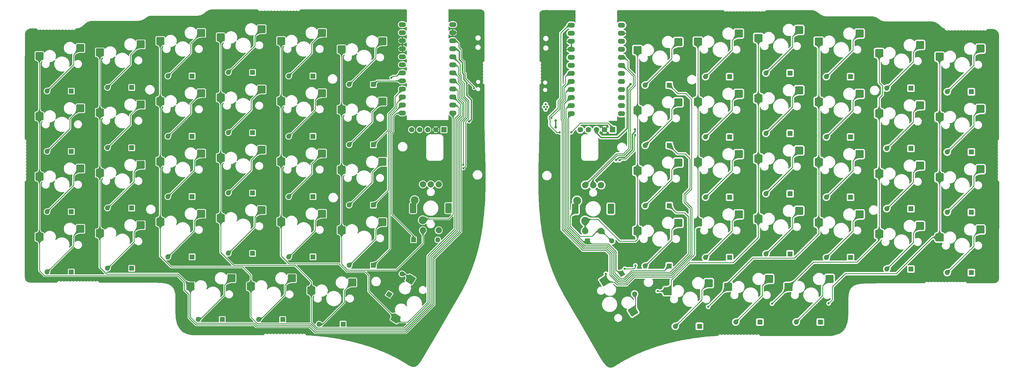
<source format=gbr>
G04 #@! TF.GenerationSoftware,KiCad,Pcbnew,9.0.3*
G04 #@! TF.CreationDate,2025-10-28T13:13:55+10:00*
G04 #@! TF.ProjectId,prototype-mk1_panel,70726f74-6f74-4797-9065-2d6d6b315f70,rev?*
G04 #@! TF.SameCoordinates,Original*
G04 #@! TF.FileFunction,Copper,L2,Bot*
G04 #@! TF.FilePolarity,Positive*
%FSLAX46Y46*%
G04 Gerber Fmt 4.6, Leading zero omitted, Abs format (unit mm)*
G04 Created by KiCad (PCBNEW 9.0.3) date 2025-10-28 13:13:55*
%MOMM*%
%LPD*%
G01*
G04 APERTURE LIST*
G04 Aperture macros list*
%AMRoundRect*
0 Rectangle with rounded corners*
0 $1 Rounding radius*
0 $2 $3 $4 $5 $6 $7 $8 $9 X,Y pos of 4 corners*
0 Add a 4 corners polygon primitive as box body*
4,1,4,$2,$3,$4,$5,$6,$7,$8,$9,$2,$3,0*
0 Add four circle primitives for the rounded corners*
1,1,$1+$1,$2,$3*
1,1,$1+$1,$4,$5*
1,1,$1+$1,$6,$7*
1,1,$1+$1,$8,$9*
0 Add four rect primitives between the rounded corners*
20,1,$1+$1,$2,$3,$4,$5,0*
20,1,$1+$1,$4,$5,$6,$7,0*
20,1,$1+$1,$6,$7,$8,$9,0*
20,1,$1+$1,$8,$9,$2,$3,0*%
%AMHorizOval*
0 Thick line with rounded ends*
0 $1 width*
0 $2 $3 position (X,Y) of the first rounded end (center of the circle)*
0 $4 $5 position (X,Y) of the second rounded end (center of the circle)*
0 Add line between two ends*
20,1,$1,$2,$3,$4,$5,0*
0 Add two circle primitives to create the rounded ends*
1,1,$1,$2,$3*
1,1,$1,$4,$5*%
%AMRotRect*
0 Rectangle, with rotation*
0 The origin of the aperture is its center*
0 $1 length*
0 $2 width*
0 $3 Rotation angle, in degrees counterclockwise*
0 Add horizontal line*
21,1,$1,$2,0,0,$3*%
G04 Aperture macros list end*
G04 #@! TA.AperFunction,SMDPad,CuDef*
%ADD10RoundRect,0.250000X-1.025000X-1.000000X1.025000X-1.000000X1.025000X1.000000X-1.025000X1.000000X0*%
G04 #@! TD*
G04 #@! TA.AperFunction,CastellatedPad*
%ADD11O,2.300000X1.600000*%
G04 #@! TD*
G04 #@! TA.AperFunction,SMDPad,CuDef*
%ADD12RoundRect,0.250000X-1.391215X0.339330X-0.304881X-1.399169X1.391215X-0.339330X0.304881X1.399169X0*%
G04 #@! TD*
G04 #@! TA.AperFunction,ComponentPad*
%ADD13C,2.000000*%
G04 #@! TD*
G04 #@! TA.AperFunction,ComponentPad*
%ADD14RoundRect,0.250000X-0.750000X1.350000X-0.750000X-1.350000X0.750000X-1.350000X0.750000X1.350000X0*%
G04 #@! TD*
G04 #@! TA.AperFunction,ComponentPad*
%ADD15C,2.500000*%
G04 #@! TD*
G04 #@! TA.AperFunction,ComponentPad*
%ADD16R,1.700000X1.700000*%
G04 #@! TD*
G04 #@! TA.AperFunction,ComponentPad*
%ADD17C,1.700000*%
G04 #@! TD*
G04 #@! TA.AperFunction,SMDPad,CuDef*
%ADD18RoundRect,0.250000X0.304881X-1.399169X1.391215X0.339330X-0.304881X1.399169X-1.391215X-0.339330X0*%
G04 #@! TD*
G04 #@! TA.AperFunction,ComponentPad*
%ADD19R,1.600000X1.600000*%
G04 #@! TD*
G04 #@! TA.AperFunction,ComponentPad*
%ADD20O,1.600000X1.600000*%
G04 #@! TD*
G04 #@! TA.AperFunction,ComponentPad*
%ADD21RotRect,1.600000X1.600000X302.000000*%
G04 #@! TD*
G04 #@! TA.AperFunction,ComponentPad*
%ADD22HorizOval,1.600000X0.000000X0.000000X0.000000X0.000000X0*%
G04 #@! TD*
G04 #@! TA.AperFunction,ComponentPad*
%ADD23RotRect,1.600000X1.600000X58.000000*%
G04 #@! TD*
G04 #@! TA.AperFunction,ComponentPad*
%ADD24HorizOval,1.600000X0.000000X0.000000X0.000000X0.000000X0*%
G04 #@! TD*
G04 #@! TA.AperFunction,ViaPad*
%ADD25C,0.700000*%
G04 #@! TD*
G04 #@! TA.AperFunction,ViaPad*
%ADD26C,0.800000*%
G04 #@! TD*
G04 #@! TA.AperFunction,Conductor*
%ADD27C,0.250000*%
G04 #@! TD*
G04 #@! TA.AperFunction,Conductor*
%ADD28C,0.400000*%
G04 #@! TD*
G04 APERTURE END LIST*
D10*
X329801511Y-84771219D03*
X342728511Y-82231219D03*
X103161992Y-97703240D03*
X116088992Y-95163240D03*
X329801511Y-46671219D03*
X342728511Y-44131219D03*
X46011992Y-46458740D03*
X58938992Y-43918740D03*
X122211992Y-98846240D03*
X135138992Y-96306240D03*
X141261992Y-44363240D03*
X154188992Y-41823240D03*
X46011992Y-84558740D03*
X58938992Y-82018740D03*
X93636992Y-119229740D03*
X106563992Y-116689740D03*
X141261992Y-63413240D03*
X154188992Y-60873240D03*
X103161992Y-59603240D03*
X116088992Y-57063240D03*
X272651511Y-40765719D03*
X285578511Y-38225719D03*
D11*
X213686516Y-36740729D03*
X213686516Y-39280729D03*
X213686516Y-41820729D03*
X213686516Y-44360729D03*
X213686516Y-46900729D03*
X213686516Y-49440729D03*
X213686516Y-51980729D03*
X213686516Y-54520729D03*
X213686516Y-57060729D03*
X213686516Y-59600729D03*
X213686516Y-62140729D03*
X213686516Y-64680729D03*
X229526526Y-64680719D03*
X229526526Y-62140719D03*
X229526526Y-59600719D03*
X229526526Y-57060719D03*
X229526526Y-54520719D03*
X229526526Y-51980719D03*
X229526526Y-49440719D03*
X229526526Y-46900719D03*
X229526526Y-44360719D03*
X229526526Y-41820719D03*
X229526526Y-39280719D03*
X229526526Y-36740719D03*
D12*
X224166495Y-117563707D03*
X233170804Y-127180430D03*
D13*
X223086511Y-87240719D03*
X218086511Y-87240719D03*
X220586511Y-87240719D03*
D14*
X226186511Y-94740719D03*
D15*
X218046511Y-98550719D03*
D13*
X218086511Y-101740719D03*
D15*
X215506511Y-92200719D03*
D14*
X214986511Y-94740719D03*
D13*
X223086511Y-101740719D03*
D10*
X234551511Y-101725719D03*
X247478511Y-99185719D03*
X310751511Y-83628219D03*
X323678511Y-81088219D03*
X122211992Y-41696240D03*
X135138992Y-39156240D03*
X84111992Y-98846240D03*
X97038992Y-96306240D03*
X103161992Y-40553240D03*
X116088992Y-38013240D03*
X329801511Y-103821219D03*
X342728511Y-101281219D03*
X46011992Y-65508740D03*
X58938992Y-62968740D03*
X263126511Y-119442219D03*
X276053511Y-116902219D03*
X310751511Y-102678219D03*
X323678511Y-100138219D03*
X84111992Y-79796240D03*
X97038992Y-77256240D03*
X291701511Y-99058719D03*
X304628511Y-96518719D03*
D16*
X173506992Y-69740719D03*
D17*
X170966992Y-69740719D03*
X168426992Y-69740719D03*
X165886992Y-69740719D03*
X163346992Y-69740719D03*
D10*
X234551511Y-63625719D03*
X247478511Y-61085719D03*
X65061992Y-64365740D03*
X77988992Y-61825740D03*
X103161992Y-78653240D03*
X116088992Y-76113240D03*
X122211992Y-60746240D03*
X135138992Y-58206240D03*
X253601511Y-99058719D03*
X266528511Y-96518719D03*
X65061992Y-45315740D03*
X77988992Y-42775740D03*
X46011992Y-103608740D03*
X58938992Y-101068740D03*
X272651511Y-78865719D03*
X285578511Y-76325719D03*
X141261992Y-101513240D03*
X154188992Y-98973240D03*
X282176511Y-119442219D03*
X295103511Y-116902219D03*
X310751511Y-64578219D03*
X323678511Y-62038219D03*
X291701511Y-60958719D03*
X304628511Y-58418719D03*
X253601511Y-41908719D03*
X266528511Y-39368719D03*
X253601511Y-80008719D03*
X266528511Y-77468719D03*
X84111992Y-41696240D03*
X97038992Y-39156240D03*
D13*
X171896992Y-87028240D03*
X166896992Y-87028240D03*
X169396992Y-87028240D03*
D14*
X174996992Y-94528240D03*
D15*
X166856992Y-98338240D03*
D13*
X166896992Y-101528240D03*
D15*
X164316992Y-91988240D03*
D14*
X163796992Y-94528240D03*
D13*
X171896992Y-101528240D03*
D10*
X272651511Y-59815719D03*
X285578511Y-57275719D03*
X112686992Y-119229740D03*
X125613992Y-116689740D03*
X244076511Y-120775719D03*
X257003511Y-118235719D03*
X291701511Y-80008719D03*
X304628511Y-77468719D03*
D16*
X226696511Y-69740719D03*
D17*
X224156511Y-69740719D03*
X221616511Y-69740719D03*
X219076511Y-69740719D03*
X216536511Y-69740719D03*
D10*
X329801511Y-65721219D03*
X342728511Y-63181219D03*
X291701511Y-41908719D03*
X304628511Y-39368719D03*
X272651511Y-97915719D03*
X285578511Y-95375719D03*
X131736992Y-120563240D03*
X144663992Y-118023240D03*
D18*
X158308052Y-129368070D03*
X163004276Y-117059357D03*
D10*
X84111992Y-60746240D03*
X97038992Y-58206240D03*
X310751511Y-45528219D03*
X323678511Y-42988219D03*
X65061992Y-83415740D03*
X77988992Y-80875740D03*
X234551511Y-44575719D03*
X247478511Y-42035719D03*
X141261992Y-82463240D03*
X154188992Y-79923240D03*
X234551511Y-82675719D03*
X247478511Y-80135719D03*
X253601511Y-60958719D03*
X266528511Y-58418719D03*
X122211992Y-79796240D03*
X135138992Y-77256240D03*
X65061992Y-102465740D03*
X77988992Y-99925740D03*
D11*
X160456977Y-36528250D03*
X160456977Y-39068250D03*
X160456977Y-41608250D03*
X160456977Y-44148250D03*
X160456977Y-46688250D03*
X160456977Y-49228250D03*
X160456977Y-51768250D03*
X160456977Y-54308250D03*
X160456977Y-56848250D03*
X160456977Y-59388250D03*
X160456977Y-61928250D03*
X160456977Y-64468250D03*
X176296987Y-64468240D03*
X176296987Y-61928240D03*
X176296987Y-59388240D03*
X176296987Y-56848240D03*
X176296987Y-54308240D03*
X176296987Y-51768240D03*
X176296987Y-49228240D03*
X176296987Y-46688240D03*
X176296987Y-44148240D03*
X176296987Y-41608240D03*
X176296987Y-39068240D03*
X176296987Y-36528240D03*
D19*
X301728511Y-72045469D03*
D20*
X294108511Y-72045469D03*
D19*
X282678511Y-89952469D03*
D20*
X275058511Y-89952469D03*
D19*
X151288992Y-74499990D03*
D20*
X143668992Y-74499990D03*
D19*
X75088992Y-56402490D03*
D20*
X67468992Y-56402490D03*
D19*
X339828511Y-114907969D03*
D20*
X332208511Y-114907969D03*
D19*
X244610000Y-74700000D03*
D20*
X236990000Y-74700000D03*
D19*
X151288992Y-55449990D03*
D20*
X143668992Y-55449990D03*
D19*
X320778511Y-113764969D03*
D20*
X313158511Y-113764969D03*
D21*
X229598519Y-115180156D03*
D22*
X233636504Y-121642282D03*
D19*
X151288992Y-112599990D03*
D20*
X143668992Y-112599990D03*
D19*
X113188992Y-89739990D03*
D20*
X105568992Y-89739990D03*
D19*
X339828511Y-95857969D03*
D20*
X332208511Y-95857969D03*
D19*
X94138992Y-71832990D03*
D20*
X86518992Y-71832990D03*
D19*
X56038992Y-76595490D03*
D20*
X48418992Y-76595490D03*
D19*
X94138992Y-52782990D03*
D20*
X86518992Y-52782990D03*
D19*
X301728511Y-91095469D03*
D20*
X294108511Y-91095469D03*
D19*
X263628511Y-110145469D03*
D20*
X256008511Y-110145469D03*
D19*
X151288992Y-93549990D03*
D20*
X143668992Y-93549990D03*
D19*
X339828511Y-57757969D03*
D20*
X332208511Y-57757969D03*
D19*
X113188992Y-108789990D03*
D20*
X105568992Y-108789990D03*
D19*
X94138992Y-109932990D03*
D20*
X86518992Y-109932990D03*
D19*
X263628511Y-72045469D03*
D20*
X256008511Y-72045469D03*
D19*
X244578511Y-93762469D03*
D20*
X236958511Y-93762469D03*
D19*
X339828511Y-76807969D03*
D20*
X332208511Y-76807969D03*
D19*
X263628511Y-91095469D03*
D20*
X256008511Y-91095469D03*
D19*
X56038992Y-114695490D03*
D20*
X48418992Y-114695490D03*
D19*
X301728511Y-52995469D03*
D20*
X294108511Y-52995469D03*
D19*
X113188992Y-70689990D03*
D20*
X105568992Y-70689990D03*
D19*
X282678511Y-51852469D03*
D20*
X275058511Y-51852469D03*
D19*
X301728511Y-110145469D03*
D20*
X294108511Y-110145469D03*
D19*
X132238992Y-52782990D03*
D20*
X124618992Y-52782990D03*
D19*
X244578511Y-55662469D03*
D20*
X236958511Y-55662469D03*
D19*
X218822319Y-104911219D03*
D20*
X226442319Y-104911219D03*
D19*
X320778511Y-56614969D03*
D20*
X313158511Y-56614969D03*
D19*
X292203511Y-130528969D03*
D20*
X284583511Y-130528969D03*
D19*
X132238992Y-90882990D03*
D20*
X124618992Y-90882990D03*
D19*
X56038992Y-95645490D03*
D20*
X48418992Y-95645490D03*
D19*
X273153511Y-130528969D03*
D20*
X265533511Y-130528969D03*
D23*
X156270000Y-121781054D03*
D24*
X160307985Y-115318928D03*
D19*
X254103511Y-131862469D03*
D20*
X246483511Y-131862469D03*
D19*
X163978992Y-104549990D03*
D20*
X171598992Y-104549990D03*
D19*
X122710000Y-129700000D03*
D20*
X115090000Y-129700000D03*
D19*
X94138992Y-90882990D03*
D20*
X86518992Y-90882990D03*
D19*
X113188992Y-51639990D03*
D20*
X105568992Y-51639990D03*
D19*
X282678511Y-109002469D03*
D20*
X275058511Y-109002469D03*
D19*
X320778511Y-94714969D03*
D20*
X313158511Y-94714969D03*
D19*
X132238992Y-109932990D03*
D20*
X124618992Y-109932990D03*
D19*
X244578511Y-112812469D03*
D20*
X236958511Y-112812469D03*
D19*
X75088992Y-75452490D03*
D20*
X67468992Y-75452490D03*
D19*
X282678511Y-70902469D03*
D20*
X275058511Y-70902469D03*
D19*
X56038992Y-57545490D03*
D20*
X48418992Y-57545490D03*
D19*
X103663992Y-129700000D03*
D20*
X96043992Y-129700000D03*
D19*
X75088992Y-94502490D03*
D20*
X67468992Y-94502490D03*
D19*
X263628511Y-52995469D03*
D20*
X256008511Y-52995469D03*
D19*
X132238992Y-71832990D03*
D20*
X124618992Y-71832990D03*
D19*
X320778511Y-75664969D03*
D20*
X313158511Y-75664969D03*
D19*
X75088992Y-113552490D03*
D20*
X67468992Y-113552490D03*
D19*
X141763992Y-131200000D03*
D20*
X134143992Y-131200000D03*
D25*
X205603158Y-61674984D03*
X206050221Y-62513220D03*
X205150218Y-62513220D03*
X205600000Y-63350000D03*
X154411764Y-35697063D03*
X167911764Y-82197063D03*
X178153158Y-38300000D03*
X182675016Y-33653158D03*
X168750000Y-81750000D03*
X91850000Y-132250000D03*
X164575016Y-140753158D03*
X168750000Y-80850000D03*
X153250000Y-130150000D03*
X45575016Y-40953158D03*
X162900000Y-140750000D03*
X91850000Y-131350000D03*
X93525016Y-131353158D03*
X158600000Y-42950000D03*
X118000000Y-115000000D03*
X154411764Y-34797060D03*
X181000000Y-33650000D03*
X158650000Y-40750000D03*
X155250000Y-35250000D03*
X92686780Y-130900218D03*
X45575016Y-40053158D03*
X167911764Y-80397060D03*
X150913220Y-108449779D03*
X178150000Y-40000000D03*
X167650000Y-67750000D03*
X152413220Y-128799779D03*
X163736780Y-142100221D03*
X93525016Y-132253158D03*
X158696842Y-45150000D03*
X152413220Y-129699779D03*
X182675016Y-34553158D03*
X44086780Y-114650218D03*
X152588236Y-107552937D03*
X43900000Y-40050000D03*
X181836780Y-33200218D03*
X167074984Y-80846842D03*
X167074984Y-81746842D03*
X118000000Y-115900000D03*
X150913220Y-107549779D03*
X44925016Y-115103158D03*
X92686780Y-131800221D03*
X154411764Y-36597063D03*
X151750000Y-108000000D03*
X44086780Y-116450221D03*
X92686780Y-132700221D03*
X44736780Y-41400221D03*
X181000000Y-34550000D03*
X163736780Y-140300218D03*
X117163220Y-115449779D03*
X155250000Y-36150000D03*
X118838236Y-115452937D03*
X118000000Y-114099997D03*
X44086780Y-115550221D03*
X118838236Y-114552937D03*
X153574984Y-35246842D03*
X152588236Y-108452937D03*
X43250000Y-115100000D03*
X154088236Y-129702937D03*
X162900000Y-141650000D03*
X44736780Y-40500221D03*
X153250000Y-128349997D03*
X43250000Y-116000000D03*
X153574984Y-36146842D03*
X181836780Y-34100221D03*
X167911764Y-81297063D03*
X44736780Y-39600218D03*
X166750000Y-67750000D03*
X164575016Y-141653158D03*
X151750000Y-107099997D03*
X154088236Y-128802937D03*
X117163220Y-114549779D03*
X151750000Y-108900000D03*
X153250000Y-129250000D03*
X44925016Y-116003158D03*
X181836780Y-35000221D03*
X163736780Y-141200221D03*
X43900000Y-40950000D03*
D26*
X181500000Y-67150097D03*
D25*
X183026800Y-56600000D03*
X156923000Y-53300000D03*
X179700000Y-81950000D03*
X179660000Y-80850000D03*
X256850000Y-125700000D03*
X277000000Y-124700000D03*
D26*
X233776511Y-69650000D03*
X227800000Y-79350000D03*
X208750000Y-66900000D03*
X208726992Y-69023008D03*
D25*
X233826511Y-71454859D03*
X228900000Y-79400000D03*
X207448000Y-66000000D03*
D26*
X206750000Y-59600000D03*
D25*
X235600000Y-33950000D03*
X344613220Y-115799779D03*
X225563220Y-141449779D03*
X207913220Y-33949779D03*
X233924984Y-33946842D03*
X225950000Y-74100000D03*
X344863220Y-41199779D03*
D26*
X204450000Y-57800000D03*
D25*
X208750000Y-34400000D03*
X225000000Y-68450000D03*
X214500000Y-74549997D03*
X346288236Y-114902937D03*
X234761764Y-34397063D03*
X225563220Y-140549779D03*
X215550000Y-83950000D03*
X205963220Y-48999779D03*
X225050000Y-71100000D03*
X297438236Y-131002937D03*
X297438236Y-131902937D03*
X211400000Y-45500000D03*
X231299779Y-40500000D03*
X214500000Y-76350000D03*
X346538236Y-41202937D03*
X209588236Y-33952937D03*
X345450000Y-114449997D03*
X344863220Y-40299779D03*
X215550000Y-83049997D03*
X345450000Y-116250000D03*
X216388236Y-83502937D03*
X215550000Y-84850000D03*
X226400000Y-141000000D03*
X234761764Y-35297063D03*
X214500000Y-75450000D03*
X224274984Y-74996842D03*
X296600000Y-131450000D03*
X345700000Y-40750000D03*
X227238236Y-141452937D03*
X224274984Y-74096842D03*
X214713220Y-84399779D03*
X225111764Y-73647060D03*
X226400000Y-140099997D03*
X206800000Y-50350000D03*
X295763220Y-130999779D03*
X345700000Y-39849997D03*
X216388236Y-84402937D03*
X207913220Y-34849779D03*
X208750000Y-33499997D03*
X207638236Y-49002937D03*
X223374984Y-71096842D03*
X235600000Y-34850000D03*
X296600000Y-132350000D03*
X346538236Y-40302937D03*
X295763220Y-131899779D03*
X345450000Y-115350000D03*
X206800000Y-49450000D03*
X225111764Y-75447063D03*
X223324984Y-68446842D03*
X225950000Y-75000000D03*
X226400000Y-141900000D03*
X296600000Y-130549997D03*
X209588236Y-34852937D03*
X211400000Y-40750000D03*
X206800000Y-48549997D03*
X231302937Y-38000000D03*
X214713220Y-83499779D03*
X233924984Y-34846842D03*
X211403158Y-43000000D03*
X208750000Y-35300000D03*
X344613220Y-114899779D03*
X225111764Y-74547063D03*
X205963220Y-49899779D03*
X345700000Y-41650000D03*
X207638236Y-49902937D03*
X234761764Y-33497060D03*
X227238236Y-140552937D03*
X346288236Y-115802937D03*
D26*
X206750000Y-56550000D03*
D25*
X230550000Y-113700000D03*
X224600000Y-115300000D03*
X233900000Y-112650000D03*
X240950000Y-120750000D03*
X294825000Y-124625000D03*
X234550000Y-103650000D03*
X210051000Y-70550000D03*
X213663348Y-70553242D03*
D26*
X232350000Y-55350000D03*
D27*
X56775992Y-46081740D02*
X56775992Y-49188490D01*
X56775992Y-49188490D02*
X48418992Y-57545490D01*
X58938992Y-43918740D02*
X56775992Y-46081740D01*
X58938992Y-62968740D02*
X55622992Y-66284740D01*
X55622992Y-66284740D02*
X55622992Y-69391490D01*
X55622992Y-69391490D02*
X48418992Y-76595490D01*
X56775992Y-84181740D02*
X56775992Y-87288490D01*
X58938992Y-82018740D02*
X56775992Y-84181740D01*
X56775992Y-87288490D02*
X48418992Y-95645490D01*
X56750000Y-103257732D02*
X56750000Y-106364482D01*
X58938992Y-101068740D02*
X56750000Y-103257732D01*
X56750000Y-106364482D02*
X48418992Y-114695490D01*
X74672992Y-49198490D02*
X67468992Y-56402490D01*
X77988992Y-42775740D02*
X74672992Y-46091740D01*
X74672992Y-46091740D02*
X74672992Y-49198490D01*
X74672992Y-68248490D02*
X67468992Y-75452490D01*
X77988992Y-61825740D02*
X74672992Y-65141740D01*
X74672992Y-65141740D02*
X74672992Y-68248490D01*
X75825992Y-86145490D02*
X67468992Y-94502490D01*
X77988992Y-80875740D02*
X75825992Y-83038740D01*
X75825992Y-83038740D02*
X75825992Y-86145490D01*
X75825992Y-102088740D02*
X75825992Y-105195490D01*
X75825992Y-105195490D02*
X67468992Y-113552490D01*
X77988992Y-99925740D02*
X75825992Y-102088740D01*
X93722992Y-45578990D02*
X86518992Y-52782990D01*
X97038992Y-39156240D02*
X93722992Y-42472240D01*
X93722992Y-42472240D02*
X93722992Y-45578990D01*
X93722992Y-61522240D02*
X93722992Y-64628990D01*
X97038992Y-58206240D02*
X93722992Y-61522240D01*
X93722992Y-64628990D02*
X86518992Y-71832990D01*
X94875992Y-79419240D02*
X94875992Y-82525990D01*
X97038992Y-77256240D02*
X94875992Y-79419240D01*
X94875992Y-82525990D02*
X86518992Y-90882990D01*
X97038992Y-96306240D02*
X94875992Y-98469240D01*
X94875992Y-98469240D02*
X94875992Y-101575990D01*
X94875992Y-101575990D02*
X86518992Y-109932990D01*
X106563992Y-116689740D02*
X104400992Y-118852740D01*
X104400992Y-121999008D02*
X96700000Y-129700000D01*
X104400992Y-118852740D02*
X104400992Y-121999008D01*
X116088992Y-38013240D02*
X113925992Y-40176240D01*
X113925992Y-43282990D02*
X105568992Y-51639990D01*
X113925992Y-40176240D02*
X113925992Y-43282990D01*
X112772992Y-60379240D02*
X112772992Y-63485990D01*
X116088992Y-57063240D02*
X112772992Y-60379240D01*
X112772992Y-63485990D02*
X105568992Y-70689990D01*
X112772992Y-79429240D02*
X112772992Y-82535990D01*
X116088992Y-76113240D02*
X112772992Y-79429240D01*
X112772992Y-82535990D02*
X105568992Y-89739990D01*
X116088992Y-95163240D02*
X113925992Y-97326240D01*
X113925992Y-97326240D02*
X113925992Y-100432990D01*
X113925992Y-100432990D02*
X105568992Y-108789990D01*
X123450992Y-118852740D02*
X123450992Y-121959490D01*
X115710482Y-129700000D02*
X123450992Y-121959490D01*
X125613992Y-116689740D02*
X123450992Y-118852740D01*
X131822992Y-42472240D02*
X131822992Y-45578990D01*
X135138992Y-39156240D02*
X131822992Y-42472240D01*
X131822992Y-45578990D02*
X124618992Y-52782990D01*
X132975992Y-60369240D02*
X132975992Y-63475990D01*
X135138992Y-58206240D02*
X132975992Y-60369240D01*
X132975992Y-63475990D02*
X124618992Y-71832990D01*
X135138992Y-77256240D02*
X131822992Y-80572240D01*
X131822992Y-80572240D02*
X131822992Y-83678990D01*
X131822992Y-83678990D02*
X124618992Y-90882990D01*
X135138992Y-96306240D02*
X132975992Y-98469240D01*
X132975992Y-98469240D02*
X132975992Y-101575990D01*
X132975992Y-101575990D02*
X124618992Y-109932990D01*
X142100000Y-120587232D02*
X142100000Y-124375362D01*
X144663992Y-118023240D02*
X142100000Y-120587232D01*
X142100000Y-124375362D02*
X135275362Y-131200000D01*
X135275362Y-131200000D02*
X134143992Y-131200000D01*
X152025992Y-43986240D02*
X152025992Y-47092990D01*
X154188992Y-41823240D02*
X152025992Y-43986240D01*
X152025992Y-47092990D02*
X143668992Y-55449990D01*
X150872992Y-86345990D02*
X143668992Y-93549990D01*
X150872992Y-83239240D02*
X150872992Y-86345990D01*
X154188992Y-79923240D02*
X150872992Y-83239240D01*
X154188992Y-98973240D02*
X152025992Y-101136240D01*
X152025992Y-101136240D02*
X152025992Y-104242990D01*
X152025992Y-104242990D02*
X143668992Y-112599990D01*
X161263847Y-115318928D02*
X160307985Y-115318928D01*
X163004276Y-117059357D02*
X161263847Y-115318928D01*
D28*
X177548240Y-44148240D02*
X178374000Y-44974000D01*
X179774000Y-52188588D02*
X179774000Y-53838588D01*
X175996987Y-44148240D02*
X177548240Y-44148240D01*
X178374000Y-44974000D02*
X178374000Y-47538588D01*
X180750000Y-58850000D02*
X182150000Y-60250000D01*
X182150000Y-66500097D02*
X181500000Y-67150097D01*
X180750000Y-54814588D02*
X180750000Y-58850000D01*
X178374000Y-47538588D02*
X179374000Y-48538588D01*
X179374000Y-51788588D02*
X179774000Y-52188588D01*
X182150000Y-60250000D02*
X182150000Y-66500097D01*
X179374000Y-48538588D02*
X179374000Y-51788588D01*
X179774000Y-53838588D02*
X180750000Y-54814588D01*
D27*
X178934000Y-80549280D02*
X178935000Y-80548280D01*
X180372000Y-61042000D02*
X178990000Y-59660000D01*
X48907598Y-115870000D02*
X54862992Y-115870000D01*
X161644040Y-133903000D02*
X170450000Y-125097040D01*
X67362480Y-115871000D02*
X89569732Y-115871000D01*
X57214992Y-115871490D02*
X57214992Y-115870000D01*
X170450000Y-110508520D02*
X178935000Y-102023520D01*
X179722000Y-66413626D02*
X180372000Y-65763625D01*
X170450000Y-125097040D02*
X170450000Y-110508520D01*
X93135992Y-121815992D02*
X93135992Y-129214513D01*
X132977437Y-133903000D02*
X161644040Y-133903000D01*
X178935000Y-81151720D02*
X178934000Y-81150720D01*
X178990000Y-55540000D02*
X178000000Y-54550000D01*
X131130699Y-132056260D02*
X132977437Y-133903000D01*
X178935000Y-67202040D02*
X179722000Y-66415040D01*
X178000000Y-54550000D02*
X178000000Y-52910000D01*
X180372000Y-65763625D02*
X180372000Y-61042000D01*
X91700000Y-120380000D02*
X93135992Y-121815992D01*
X179722000Y-66415040D02*
X179722000Y-66413626D01*
X95322480Y-131401000D02*
X113693960Y-131401000D01*
X178935000Y-80548280D02*
X178935000Y-67202040D01*
X113693960Y-131401000D02*
X114349220Y-132056260D01*
X178990000Y-59660000D02*
X178990000Y-55540000D01*
X91700000Y-118001268D02*
X91700000Y-120380000D01*
X46011992Y-84558740D02*
X46011992Y-103608740D01*
X89569732Y-115871000D02*
X91700000Y-118001268D01*
X93135992Y-129214513D02*
X95322480Y-131401000D01*
X46011992Y-103608740D02*
X46011992Y-114291992D01*
X47591490Y-115871490D02*
X48906108Y-115871490D01*
X67361480Y-115870000D02*
X67362480Y-115871000D01*
X48906108Y-115871490D02*
X48907598Y-115870000D01*
X178935000Y-102023520D02*
X178935000Y-81151720D01*
X178934000Y-81150720D02*
X178934000Y-80549280D01*
X46011992Y-46458740D02*
X46011992Y-65508740D01*
X54862992Y-115870000D02*
X54862992Y-115871490D01*
X178000000Y-52910000D02*
X176858240Y-51768240D01*
X114349220Y-132056260D02*
X131130699Y-132056260D01*
X46011992Y-114291992D02*
X47591490Y-115871490D01*
X54862992Y-115871490D02*
X57214992Y-115871490D01*
X46011992Y-65508740D02*
X46011992Y-84558740D01*
X57214992Y-115870000D02*
X67361480Y-115870000D01*
X67161350Y-115370000D02*
X89777252Y-115370000D01*
X114556740Y-131555260D02*
X131338220Y-131555260D01*
X65061992Y-102465740D02*
X65061992Y-83415740D01*
X65061992Y-83415740D02*
X65061992Y-64365740D01*
X179850000Y-61240000D02*
X178481000Y-59871000D01*
X161436520Y-133402000D02*
X169950000Y-124888518D01*
X93636992Y-129006992D02*
X95530000Y-130900000D01*
X65061992Y-113270642D02*
X67161350Y-115370000D01*
X65061992Y-64365740D02*
X65061992Y-45315740D01*
X179850000Y-65578520D02*
X179850000Y-61240000D01*
X169950000Y-110300000D02*
X178434000Y-101816000D01*
X95530000Y-130900000D02*
X113901480Y-130900000D01*
X178434000Y-66994520D02*
X179850000Y-65578520D01*
X178481000Y-59871000D02*
X178481000Y-55751000D01*
X113901480Y-130900000D02*
X114556740Y-131555260D01*
X133184957Y-133402000D02*
X161436520Y-133402000D01*
X89777252Y-115370000D02*
X93636992Y-119229740D01*
X93636992Y-119229740D02*
X93636992Y-129006992D01*
X178434000Y-101816000D02*
X178434000Y-66994520D01*
X65061992Y-102465740D02*
X65061992Y-113270642D01*
X131338220Y-131555260D02*
X133184957Y-133402000D01*
X178481000Y-55751000D02*
X177038240Y-54308240D01*
X169950000Y-124888518D02*
X169950000Y-110300000D01*
X84111992Y-41696240D02*
X84111992Y-60746240D01*
X161228998Y-132901000D02*
X133392479Y-132901000D01*
X84111992Y-109731992D02*
X87481000Y-113101000D01*
X131545740Y-131054260D02*
X114764260Y-131054260D01*
X177933000Y-101567000D02*
X169449000Y-110051000D01*
X175996987Y-56848240D02*
X177468240Y-56848240D01*
X133392479Y-132901000D02*
X131545740Y-131054260D01*
X114764260Y-131054260D02*
X112686992Y-128976992D01*
X112686992Y-115687992D02*
X112686992Y-119229740D01*
X84111992Y-98846240D02*
X84111992Y-79796240D01*
X177980000Y-60130000D02*
X179349000Y-61499000D01*
X179349000Y-61499000D02*
X179349000Y-65371000D01*
X177980000Y-57360000D02*
X177980000Y-60130000D01*
X84111992Y-98846240D02*
X84111992Y-109731992D01*
X169449000Y-110051000D02*
X169449000Y-124680998D01*
X179349000Y-65371000D02*
X177933000Y-66787000D01*
X177468240Y-56848240D02*
X177980000Y-57360000D01*
X84111992Y-60746240D02*
X84111992Y-79796240D01*
X87481000Y-113101000D02*
X110100000Y-113101000D01*
X169449000Y-124680998D02*
X161228998Y-132901000D01*
X177933000Y-66787000D02*
X177933000Y-101567000D01*
X112686992Y-128976992D02*
X112686992Y-119229740D01*
X110100000Y-113101000D02*
X112686992Y-115687992D01*
X131736992Y-130536992D02*
X131736992Y-120563240D01*
X126600000Y-112600000D02*
X131736992Y-117736992D01*
X177432000Y-66528000D02*
X177432000Y-101318000D01*
X161020000Y-132400000D02*
X133600000Y-132400000D01*
X176528240Y-59388240D02*
X178800000Y-61660000D01*
X133600000Y-132400000D02*
X131736992Y-130536992D01*
X178800000Y-61660000D02*
X178800000Y-65160000D01*
X178800000Y-65160000D02*
X177432000Y-66528000D01*
X103161992Y-40553240D02*
X103161992Y-59603240D01*
X177432000Y-101318000D02*
X168949000Y-109801000D01*
X168949000Y-109801000D02*
X168949000Y-124471000D01*
X103161992Y-108521992D02*
X107240000Y-112600000D01*
X131736992Y-117736992D02*
X131736992Y-120563240D01*
X103161992Y-78653240D02*
X103161992Y-97703240D01*
X103161992Y-59603240D02*
X103161992Y-78653240D01*
X168949000Y-124471000D02*
X161020000Y-132400000D01*
X107240000Y-112600000D02*
X126600000Y-112600000D01*
X103161992Y-97703240D02*
X103161992Y-108521992D01*
X159479982Y-130540000D02*
X162150000Y-130540000D01*
X176931000Y-101069000D02*
X176931000Y-66309000D01*
X148620000Y-114600000D02*
X149800000Y-115780000D01*
X168449000Y-124241000D02*
X168449000Y-109551000D01*
X158308052Y-129368070D02*
X159479982Y-130540000D01*
X140420000Y-112100000D02*
X142920000Y-114600000D01*
X142920000Y-114600000D02*
X148620000Y-114600000D01*
X178300000Y-64940000D02*
X178300000Y-62800000D01*
X177428240Y-61928240D02*
X175996987Y-61928240D01*
X176931000Y-66309000D02*
X178300000Y-64940000D01*
X122211992Y-79796240D02*
X122211992Y-60746240D01*
X149800000Y-120860018D02*
X158308052Y-129368070D01*
X122211992Y-98846240D02*
X122211992Y-109621992D01*
X178300000Y-62800000D02*
X177428240Y-61928240D01*
X168449000Y-109551000D02*
X176931000Y-101069000D01*
X162150000Y-130540000D02*
X168449000Y-124241000D01*
X149800000Y-115780000D02*
X149800000Y-120860018D01*
X122211992Y-98846240D02*
X122211992Y-79796240D01*
X122211992Y-109621992D02*
X124690000Y-112100000D01*
X122211992Y-60746240D02*
X122211992Y-41696240D01*
X124690000Y-112100000D02*
X140420000Y-112100000D01*
X141261992Y-112221992D02*
X141261992Y-101513240D01*
X141261992Y-82463240D02*
X141261992Y-101513240D01*
X166896992Y-105683008D02*
X158480000Y-114100000D01*
X141261992Y-44363240D02*
X141261992Y-63413240D01*
X158480000Y-114100000D02*
X143140000Y-114100000D01*
X166896992Y-101528240D02*
X166896992Y-105683008D01*
X143140000Y-114100000D02*
X141261992Y-112221992D01*
X141261992Y-63413240D02*
X141261992Y-82463240D01*
X175100000Y-97900000D02*
X176430000Y-96570000D01*
X176430000Y-96570000D02*
X176430000Y-64901253D01*
X167295232Y-97900000D02*
X175100000Y-97900000D01*
X180350000Y-51950000D02*
X179950000Y-51550000D01*
X183026800Y-56276800D02*
X180350000Y-53600000D01*
X179950000Y-51550000D02*
X179950000Y-48300000D01*
X183026800Y-56600000D02*
X183026800Y-56276800D01*
X177458240Y-41608240D02*
X175996987Y-41608240D01*
X178950000Y-47300000D02*
X178950000Y-44400000D01*
X178200000Y-42350000D02*
X177458240Y-41608240D01*
X179950000Y-48300000D02*
X178950000Y-47300000D01*
X178200000Y-43650000D02*
X178200000Y-42350000D01*
X178950000Y-44400000D02*
X178200000Y-43650000D01*
X180350000Y-53600000D02*
X180350000Y-51950000D01*
X152430732Y-54308250D02*
X160756977Y-54308250D01*
X151288992Y-55449990D02*
X152430732Y-54308250D01*
X158150000Y-62632957D02*
X158150000Y-59300000D01*
X151288992Y-74499990D02*
X155999000Y-69789982D01*
X155999000Y-64783957D02*
X158150000Y-62632957D01*
X155999000Y-69789982D02*
X155999000Y-64783957D01*
X158150000Y-59300000D02*
X160601750Y-56848250D01*
X156000000Y-70500000D02*
X156500000Y-70000000D01*
X156500000Y-64991479D02*
X158650000Y-62841480D01*
X156000000Y-88838982D02*
X156000000Y-70500000D01*
X151288992Y-93549990D02*
X156000000Y-88838982D01*
X158650000Y-62841480D02*
X158650000Y-61350000D01*
X158650000Y-61350000D02*
X160611750Y-59388250D01*
X156500000Y-70000000D02*
X156500000Y-64991479D01*
X156501000Y-70707520D02*
X157001000Y-70207520D01*
X156501000Y-107387982D02*
X156501000Y-70707520D01*
X157001000Y-70207520D02*
X157001000Y-65199000D01*
X151288992Y-112599990D02*
X156501000Y-107387982D01*
X157001000Y-65199000D02*
X160271750Y-61928250D01*
X163978992Y-103388992D02*
X157002000Y-96412000D01*
X157002000Y-70915040D02*
X157530000Y-70387041D01*
X163978992Y-104549990D02*
X163978992Y-103388992D01*
X158531750Y-64468250D02*
X160756977Y-64468250D01*
X157530000Y-70387041D02*
X157530000Y-65470000D01*
X157530000Y-65470000D02*
X158531750Y-64468250D01*
X157002000Y-96412000D02*
X157002000Y-70915040D01*
X150872992Y-67295990D02*
X143668992Y-74499990D01*
X154188992Y-60873240D02*
X150872992Y-64189240D01*
X150872992Y-64189240D02*
X150872992Y-67295990D01*
X156923000Y-53300000D02*
X157423000Y-52800000D01*
X158650000Y-52800000D02*
X159681750Y-51768250D01*
X157423000Y-52800000D02*
X158650000Y-52800000D01*
X179002000Y-54134960D02*
X180000000Y-55132959D01*
X180400000Y-67154080D02*
X180400000Y-81250000D01*
X180400000Y-81250000D02*
X179700000Y-81950000D01*
X178601000Y-48901000D02*
X178601000Y-52093960D01*
X176388240Y-46688240D02*
X178601000Y-48901000D01*
X181374000Y-60615480D02*
X181374000Y-66180080D01*
X180724000Y-66828667D02*
X180724000Y-66830080D01*
X180000000Y-55132959D02*
X180000000Y-59241480D01*
X180724000Y-66830080D02*
X180400000Y-67154080D01*
X180000000Y-59241480D02*
X181374000Y-60615480D01*
X179002000Y-52494960D02*
X179002000Y-54134960D01*
X178601000Y-52093960D02*
X179002000Y-52494960D01*
X181374000Y-66180080D02*
X181179983Y-66374097D01*
X181178570Y-66374097D02*
X180724000Y-66828667D01*
X181179983Y-66374097D02*
X181178570Y-66374097D01*
X178100000Y-52301480D02*
X178100000Y-49900000D01*
X180223000Y-66622560D02*
X180223000Y-66621147D01*
X178501000Y-52702480D02*
X178100000Y-52301480D01*
X179660000Y-67185560D02*
X180223000Y-66622560D01*
X179499000Y-59449000D02*
X179499000Y-55340480D01*
X177428240Y-49228240D02*
X175996987Y-49228240D01*
X178100000Y-49900000D02*
X177428240Y-49228240D01*
X179499000Y-55340480D02*
X178501000Y-54342480D01*
X180873000Y-65971146D02*
X180873000Y-60823001D01*
X180223000Y-66621147D02*
X180873000Y-65971146D01*
X179660000Y-80850000D02*
X179660000Y-67185560D01*
X178501000Y-54342480D02*
X178501000Y-52702480D01*
X180873000Y-60823001D02*
X179499000Y-59449000D01*
X321515511Y-67307969D02*
X313158511Y-75664969D01*
X323678511Y-62038219D02*
X321515511Y-64201219D01*
X321515511Y-64201219D02*
X321515511Y-67307969D01*
X291701511Y-102648489D02*
X284050000Y-110300000D01*
X263107781Y-119442219D02*
X256850000Y-125700000D01*
X291701511Y-41908719D02*
X291701511Y-60958719D01*
X291701511Y-80008719D02*
X291701511Y-60958719D01*
X271000000Y-110300000D02*
X263126511Y-118173489D01*
X284050000Y-110300000D02*
X271000000Y-110300000D01*
X291701511Y-99058719D02*
X291701511Y-80008719D01*
X291701511Y-99058719D02*
X291701511Y-102648489D01*
X263126511Y-118173489D02*
X263126511Y-119442219D01*
X310751511Y-83628219D02*
X310751511Y-102678219D01*
X303700000Y-111600000D02*
X290018730Y-111600000D01*
X290018730Y-111600000D02*
X282176511Y-119442219D01*
X311800000Y-55900000D02*
X310751511Y-54851511D01*
X310751511Y-54851511D02*
X310751511Y-45528219D01*
X310751511Y-104548489D02*
X303700000Y-111600000D01*
X310751511Y-64578219D02*
X310751511Y-83628219D01*
X311800000Y-58744514D02*
X311800000Y-55900000D01*
X282176511Y-119523489D02*
X277000000Y-124700000D01*
X310751511Y-64578219D02*
X310751511Y-59793003D01*
X310751511Y-102678219D02*
X310751511Y-104548489D01*
X310751511Y-59793003D02*
X311800000Y-58744514D01*
X251099000Y-88292480D02*
X249249000Y-90142480D01*
X211001000Y-61307520D02*
X211900000Y-60408520D01*
X211900000Y-60408520D02*
X211900000Y-58000000D01*
X230667040Y-117750000D02*
X230666040Y-117751000D01*
X224726440Y-107302000D02*
X217534957Y-107302000D01*
X251099000Y-78849000D02*
X251099000Y-88292480D01*
X211001000Y-61340479D02*
X211001000Y-61307520D01*
X247200000Y-77350000D02*
X249600000Y-77350000D01*
X251199000Y-94599000D02*
X251199000Y-109159523D01*
X230699996Y-117750000D02*
X230667040Y-117750000D01*
X244610000Y-74760000D02*
X247200000Y-77350000D01*
X217534957Y-107302000D02*
X211301000Y-101068043D01*
X249600000Y-77350000D02*
X251099000Y-78849000D01*
X230666040Y-117751000D02*
X228592478Y-117751000D01*
X249249000Y-92649000D02*
X251199000Y-94599000D01*
X228592478Y-117751000D02*
X226351000Y-115509518D01*
X233152000Y-115298000D02*
X230699996Y-117750000D01*
X211301000Y-66618039D02*
X210999000Y-66316040D01*
X210999000Y-61342481D02*
X211001000Y-61340479D01*
X210999000Y-66316040D02*
X210999000Y-61342481D01*
X211301000Y-101068043D02*
X211301000Y-66618039D01*
X249249000Y-90142480D02*
X249249000Y-92649000D01*
X226351000Y-108926559D02*
X224726440Y-107302000D01*
X211900000Y-58000000D02*
X212839271Y-57060729D01*
X245060518Y-115298000D02*
X233152000Y-115298000D01*
X226351000Y-115509518D02*
X226351000Y-108926559D01*
X251199000Y-109159523D02*
X245060518Y-115298000D01*
X216500000Y-103400000D02*
X213305000Y-100205000D01*
X213305000Y-97095000D02*
X214986511Y-95413489D01*
X220200000Y-103400000D02*
X216500000Y-103400000D01*
X226442319Y-104911219D02*
X223271819Y-101740719D01*
X213305000Y-100205000D02*
X213305000Y-97095000D01*
X221859281Y-101740719D02*
X220200000Y-103400000D01*
X223086511Y-101740719D02*
X221859281Y-101740719D01*
D28*
X233776511Y-69650000D02*
X233776511Y-70373489D01*
X233776511Y-70373489D02*
X232903000Y-71247000D01*
X228723000Y-78427000D02*
X227800000Y-79350000D01*
X232903000Y-71247000D02*
X232903000Y-76070107D01*
X230546108Y-78427000D02*
X228723000Y-78427000D01*
X232903000Y-76070107D02*
X230546108Y-78427000D01*
X208750000Y-69000000D02*
X208750000Y-66900000D01*
X208726992Y-69023008D02*
X208750000Y-69000000D01*
D27*
X264365511Y-101788469D02*
X256008511Y-110145469D01*
X266528511Y-96518719D02*
X264365511Y-98681719D01*
X264365511Y-98681719D02*
X264365511Y-101788469D01*
X233479000Y-72097511D02*
X233479000Y-76308693D01*
X230784696Y-79003000D02*
X229297000Y-79003000D01*
X233826511Y-71454859D02*
X233826511Y-71750000D01*
X233479000Y-76308693D02*
X230784696Y-79003000D01*
X233826511Y-71750000D02*
X233479000Y-72097511D01*
X229297000Y-79003000D02*
X228900000Y-79400000D01*
X257003511Y-118235719D02*
X254840511Y-120398719D01*
X254840511Y-123505469D02*
X246483511Y-131862469D01*
X254840511Y-120398719D02*
X254840511Y-123505469D01*
X285578511Y-57275719D02*
X283415511Y-59438719D01*
X283415511Y-62545469D02*
X275058511Y-70902469D01*
X283415511Y-59438719D02*
X283415511Y-62545469D01*
X264365511Y-79631719D02*
X264365511Y-82738469D01*
X266528511Y-77468719D02*
X264365511Y-79631719D01*
X264365511Y-82738469D02*
X256008511Y-91095469D01*
X207448000Y-65752000D02*
X209997000Y-63203000D01*
X211800000Y-53050000D02*
X212869271Y-51980729D01*
X209997000Y-63203000D02*
X209997000Y-60894480D01*
X210898000Y-56202000D02*
X211800000Y-55300000D01*
X210898000Y-59993479D02*
X210898000Y-56202000D01*
X209997000Y-60894480D02*
X210898000Y-59993479D01*
X211800000Y-55300000D02*
X211800000Y-53050000D01*
X207448000Y-66000000D02*
X207448000Y-65752000D01*
X283415511Y-81595469D02*
X275058511Y-89952469D01*
X285578511Y-76325719D02*
X283415511Y-78488719D01*
X283415511Y-78488719D02*
X283415511Y-81595469D01*
X276053511Y-116902219D02*
X273890511Y-119065219D01*
X273890511Y-119065219D02*
X273890511Y-122171969D01*
X273890511Y-122171969D02*
X265533511Y-130528969D01*
X230874561Y-118251000D02*
X230873561Y-118252000D01*
X210498000Y-66523560D02*
X210498000Y-61134959D01*
X251600000Y-60150000D02*
X251600000Y-88500000D01*
X211400000Y-56500000D02*
X213379271Y-54520729D01*
X251600000Y-88500000D02*
X249750000Y-90350000D01*
X249800000Y-58350000D02*
X251600000Y-60150000D01*
X233359520Y-115799000D02*
X230907518Y-118251000D01*
X225850000Y-109134080D02*
X224518920Y-107803000D01*
X224518920Y-107803000D02*
X217327437Y-107803000D01*
X249750000Y-92400000D02*
X251700000Y-94350000D01*
X251700000Y-94350000D02*
X251700000Y-109367043D01*
X210500000Y-61132960D02*
X210500000Y-61100000D01*
X244578511Y-55678511D02*
X247250000Y-58350000D01*
X230907518Y-118251000D02*
X230874561Y-118251000D01*
X217327437Y-107803000D02*
X210800000Y-101275563D01*
X225850000Y-115717040D02*
X225850000Y-109134080D01*
X230873561Y-118252000D02*
X228384957Y-118252000D01*
X245268040Y-115799000D02*
X233359520Y-115799000D01*
X228384957Y-118252000D02*
X225850000Y-115717040D01*
X211399000Y-60201000D02*
X211399000Y-57792479D01*
X249750000Y-90350000D02*
X249750000Y-92400000D01*
X210800000Y-101275563D02*
X210800000Y-66825560D01*
X247250000Y-58350000D02*
X249800000Y-58350000D01*
X251700000Y-109367043D02*
X245268040Y-115799000D01*
X210498000Y-61134959D02*
X210500000Y-61132960D01*
X210800000Y-66825560D02*
X210498000Y-66523560D01*
X211400000Y-57791479D02*
X211400000Y-56500000D01*
X211399000Y-57792479D02*
X211400000Y-57791479D01*
X210500000Y-61100000D02*
X211399000Y-60201000D01*
X244852996Y-114797000D02*
X232911520Y-114797000D01*
X232911520Y-114797000D02*
X230458519Y-117250000D01*
X228800000Y-117250000D02*
X226852000Y-115301997D01*
X211500000Y-66108520D02*
X211500000Y-61550000D01*
X226852000Y-108719037D02*
X224933961Y-106801000D01*
X244578511Y-93778511D02*
X246800000Y-96000000D01*
X249400000Y-96000000D02*
X250698000Y-97298000D01*
X250698000Y-97298000D02*
X250698000Y-108952000D01*
X246800000Y-96000000D02*
X249400000Y-96000000D01*
X211802000Y-100860520D02*
X211802000Y-66410517D01*
X211802000Y-66410517D02*
X211500000Y-66108520D01*
X250698000Y-108952000D02*
X244852996Y-114797000D01*
X217742480Y-106801000D02*
X211802000Y-100860520D01*
X211500000Y-61550000D02*
X213449271Y-59600729D01*
X230458519Y-117250000D02*
X228800000Y-117250000D01*
X224933961Y-106801000D02*
X217742480Y-106801000D01*
X226852000Y-115301997D02*
X226852000Y-108719037D01*
X323678511Y-42988219D02*
X321515511Y-45151219D01*
X321515511Y-45151219D02*
X321515511Y-48257969D01*
X321515511Y-48257969D02*
X313158511Y-56614969D01*
X227353000Y-108511515D02*
X225141480Y-106300000D01*
X244487531Y-112812469D02*
X243050000Y-114250000D01*
X227353000Y-115053000D02*
X227353000Y-108511515D01*
X212001000Y-63099000D02*
X212959271Y-62140729D01*
X232750000Y-114250000D02*
X230250997Y-116749000D01*
X217950000Y-106300000D02*
X212303000Y-100653000D01*
X212009517Y-65909517D02*
X212001000Y-65900998D01*
X243050000Y-114250000D02*
X232750000Y-114250000D01*
X212009521Y-65909517D02*
X212009517Y-65909517D01*
X212303000Y-100653000D02*
X212302999Y-66202994D01*
X225141480Y-106300000D02*
X217950000Y-106300000D01*
X229049000Y-116749000D02*
X227353000Y-115053000D01*
X230250997Y-116749000D02*
X229049000Y-116749000D01*
X212302999Y-66202994D02*
X212009521Y-65909517D01*
X212001000Y-65900998D02*
X212001000Y-63099000D01*
X304628511Y-77468719D02*
X302465511Y-79631719D01*
X302465511Y-82738469D02*
X294108511Y-91095469D01*
X302465511Y-79631719D02*
X302465511Y-82738469D01*
X217904260Y-105545740D02*
X218187798Y-105545740D01*
X227854000Y-114104000D02*
X228930156Y-115180156D01*
X219450000Y-105800000D02*
X225350000Y-105800000D01*
X212804000Y-65246000D02*
X213369271Y-64680729D01*
X219450000Y-105800000D02*
X219450000Y-105538900D01*
X219450000Y-105800000D02*
X218158520Y-105800000D01*
X218158520Y-105800000D02*
X217904260Y-105545740D01*
X225350000Y-105800000D02*
X227854000Y-108304000D01*
X227854000Y-108304000D02*
X227854000Y-114104000D01*
X212804000Y-100445480D02*
X212804000Y-65246000D01*
X217904260Y-105545740D02*
X212804000Y-100445480D01*
X321515511Y-105407969D02*
X313158511Y-113764969D01*
X323678511Y-100138219D02*
X321515511Y-102301219D01*
X321515511Y-102301219D02*
X321515511Y-105407969D01*
X342728511Y-82231219D02*
X340565511Y-84394219D01*
X340565511Y-84394219D02*
X340565511Y-87500969D01*
X340565511Y-87500969D02*
X332208511Y-95857969D01*
X231082082Y-118752000D02*
X231081081Y-118753000D01*
X253601511Y-99058719D02*
X252500000Y-100160230D01*
X233567040Y-116300000D02*
X231115038Y-118752000D01*
X253601511Y-41908719D02*
X253601511Y-60958719D01*
X228177435Y-118753000D02*
X227324437Y-117900000D01*
X231115038Y-118752000D02*
X231082082Y-118752000D01*
X227324437Y-117900000D02*
X224502788Y-117900000D01*
X233400000Y-113700000D02*
X233900000Y-113200000D01*
X253601511Y-99058719D02*
X253601511Y-80008719D01*
X245475558Y-116300000D02*
X233567040Y-116300000D01*
X252201000Y-109574558D02*
X252201000Y-109574565D01*
X252500000Y-109275558D02*
X252201000Y-109574558D01*
X253601511Y-60958719D02*
X253601511Y-80008719D01*
X245475558Y-116300000D02*
X252201000Y-109574565D01*
X233900000Y-113200000D02*
X233900000Y-112650000D01*
X231081081Y-118753000D02*
X228177435Y-118753000D01*
X252500000Y-100160230D02*
X252500000Y-109275558D01*
X230550000Y-113700000D02*
X233400000Y-113700000D01*
X224600000Y-115300000D02*
X224600000Y-116517133D01*
X231500000Y-50441480D02*
X231500000Y-47950000D01*
X220586511Y-85449239D02*
X228184750Y-77851000D01*
X232327000Y-75831520D02*
X232327000Y-57331520D01*
X220586511Y-87240719D02*
X220586511Y-85449239D01*
X231500000Y-47950000D02*
X230450719Y-46900719D01*
X228184750Y-77851000D02*
X230307520Y-77851000D01*
X233701000Y-55957520D02*
X233701000Y-52642480D01*
X233701000Y-52642480D02*
X231500000Y-50441480D01*
X230307520Y-77851000D02*
X232327000Y-75831520D01*
X232327000Y-57331520D02*
X233701000Y-55957520D01*
X272651511Y-97915719D02*
X272651511Y-78865719D01*
X240975719Y-120775719D02*
X240950000Y-120750000D01*
X272651511Y-103748489D02*
X264700000Y-111700000D01*
X272651511Y-97915719D02*
X272651511Y-103748489D01*
X244076511Y-120775719D02*
X240975719Y-120775719D01*
X264700000Y-111700000D02*
X250825558Y-111700000D01*
X245200000Y-117325558D02*
X245200000Y-119652230D01*
X250825558Y-111700000D02*
X245200000Y-117325558D01*
X272651511Y-78865719D02*
X272651511Y-59815719D01*
X272651511Y-40765719D02*
X272651511Y-59815719D01*
X245200000Y-119652230D02*
X244076511Y-120775719D01*
X316100000Y-115250000D02*
X327528781Y-103821219D01*
X295950000Y-123500000D02*
X295950000Y-119400000D01*
X329801511Y-84771219D02*
X329801511Y-103821219D01*
X327528781Y-103821219D02*
X329801511Y-103821219D01*
X329801511Y-46671219D02*
X329801511Y-65721219D01*
X294825000Y-124625000D02*
X295950000Y-123500000D01*
X329801511Y-65721219D02*
X329801511Y-84771219D01*
X295950000Y-119400000D02*
X300100000Y-115250000D01*
X300100000Y-115250000D02*
X316100000Y-115250000D01*
X264365511Y-63688469D02*
X256008511Y-72045469D01*
X264365511Y-60581719D02*
X264365511Y-63688469D01*
X266528511Y-58418719D02*
X264365511Y-60581719D01*
X283415511Y-40388719D02*
X283415511Y-43495469D01*
X285578511Y-38225719D02*
X283415511Y-40388719D01*
X283415511Y-43495469D02*
X275058511Y-51852469D01*
X222050000Y-98050000D02*
X228950000Y-104950000D01*
X218086511Y-101740719D02*
X218086511Y-98590719D01*
X234551511Y-103648489D02*
X234550000Y-103650000D01*
X234551511Y-101725719D02*
X234551511Y-82675719D01*
X234551511Y-82675719D02*
X234551511Y-63625719D01*
X233900000Y-104950000D02*
X234550000Y-104300000D01*
X234551511Y-44575719D02*
X234551511Y-63625719D01*
X234550000Y-104300000D02*
X234550000Y-103650000D01*
X228950000Y-104950000D02*
X233900000Y-104950000D01*
X218547230Y-98050000D02*
X222050000Y-98050000D01*
X234551511Y-101725719D02*
X234551511Y-103648489D01*
X227977230Y-77350000D02*
X230100000Y-77350000D01*
X230100000Y-77350000D02*
X231826000Y-75624000D01*
X231826000Y-57124000D02*
X233200000Y-55750000D01*
X231826000Y-75624000D02*
X231826000Y-57124000D01*
X233200000Y-52850000D02*
X229790719Y-49440719D01*
X218086511Y-87240719D02*
X227977230Y-77350000D01*
X233200000Y-55750000D02*
X233200000Y-52850000D01*
X342728511Y-63181219D02*
X340565511Y-65344219D01*
X340565511Y-65344219D02*
X340565511Y-68450969D01*
X340565511Y-68450969D02*
X332208511Y-76807969D01*
X206950000Y-66528720D02*
X206722000Y-66300720D01*
X210400000Y-55991479D02*
X210400000Y-39200000D01*
X210400000Y-39200000D02*
X212859271Y-36740729D01*
X209496000Y-60686959D02*
X210397000Y-59785959D01*
X209496000Y-62925280D02*
X209496000Y-60686959D01*
X206722000Y-65699280D02*
X209496000Y-62925280D01*
X206950000Y-68400000D02*
X206950000Y-66528720D01*
X213663348Y-70553242D02*
X216566589Y-67650000D01*
X210397000Y-59785959D02*
X210397000Y-55994480D01*
X206722000Y-66300720D02*
X206722000Y-65699280D01*
X216566589Y-67650000D02*
X225250000Y-67650000D01*
X209100000Y-70550000D02*
X206950000Y-68400000D01*
X225250000Y-67650000D02*
X226696511Y-69096511D01*
X210051000Y-70550000D02*
X209100000Y-70550000D01*
X210397000Y-55994480D02*
X210400000Y-55991479D01*
X245315511Y-47305469D02*
X236958511Y-55662469D01*
X245315511Y-44198719D02*
X245315511Y-47305469D01*
X247478511Y-42035719D02*
X245315511Y-44198719D01*
X266528511Y-39368719D02*
X264365511Y-41531719D01*
X264365511Y-44638469D02*
X256008511Y-52995469D01*
X264365511Y-41531719D02*
X264365511Y-44638469D01*
X233900000Y-126451234D02*
X233900000Y-121905778D01*
X247478511Y-80135719D02*
X245315511Y-82298719D01*
X245315511Y-82298719D02*
X245315511Y-85405469D01*
X245315511Y-85405469D02*
X236958511Y-93762469D01*
X302465511Y-60581719D02*
X302465511Y-63688469D01*
X302465511Y-63688469D02*
X294108511Y-72045469D01*
X304628511Y-58418719D02*
X302465511Y-60581719D01*
X292940511Y-122171969D02*
X284583511Y-130528969D01*
X292940511Y-119065219D02*
X292940511Y-122171969D01*
X295103511Y-116902219D02*
X292940511Y-119065219D01*
X304628511Y-96518719D02*
X302465511Y-98681719D01*
X302465511Y-101788469D02*
X294108511Y-110145469D01*
X302465511Y-98681719D02*
X302465511Y-101788469D01*
X342728511Y-44131219D02*
X340565511Y-46294219D01*
X340565511Y-49400969D02*
X332208511Y-57757969D01*
X340565511Y-46294219D02*
X340565511Y-49400969D01*
X245315511Y-63248719D02*
X245315511Y-66374489D01*
X245315511Y-66374489D02*
X236990000Y-74700000D01*
X247478511Y-61085719D02*
X245315511Y-63248719D01*
X283415511Y-97538719D02*
X283415511Y-100645469D01*
X285578511Y-95375719D02*
X283415511Y-97538719D01*
X283415511Y-100645469D02*
X275058511Y-109002469D01*
D28*
X221616511Y-70766511D02*
X223050000Y-72200000D01*
X228350000Y-72200000D02*
X231250000Y-69300000D01*
X231250000Y-69300000D02*
X231250000Y-56450000D01*
X221616511Y-69740719D02*
X221616511Y-70766511D01*
X223050000Y-72200000D02*
X228350000Y-72200000D01*
X231250000Y-56450000D02*
X232350000Y-55350000D01*
D27*
X302465511Y-44638469D02*
X294108511Y-52995469D01*
X304628511Y-39368719D02*
X302465511Y-41531719D01*
X302465511Y-41531719D02*
X302465511Y-44638469D01*
X245315511Y-104455469D02*
X236958511Y-112812469D01*
X245315511Y-101348719D02*
X245315511Y-104455469D01*
X247478511Y-99185719D02*
X245315511Y-101348719D01*
X323678511Y-81088219D02*
X321515511Y-83251219D01*
X321515511Y-86357969D02*
X313158511Y-94714969D01*
X321515511Y-83251219D02*
X321515511Y-86357969D01*
X342728511Y-101281219D02*
X340565511Y-103444219D01*
X340565511Y-106550969D02*
X332208511Y-114907969D01*
X340565511Y-103444219D02*
X340565511Y-106550969D01*
G04 #@! TA.AperFunction,Conductor*
G36*
X184296181Y-31721864D02*
G01*
X184708223Y-31731619D01*
X184715218Y-31731950D01*
X184914574Y-31746131D01*
X184921189Y-31746749D01*
X185116641Y-31769453D01*
X185124908Y-31770650D01*
X185310618Y-31802932D01*
X185320912Y-31805099D01*
X185493225Y-31847781D01*
X185505759Y-31851476D01*
X185661242Y-31904868D01*
X185676231Y-31910944D01*
X185811837Y-31974686D01*
X185829052Y-31984214D01*
X185943112Y-32057581D01*
X185961664Y-32071681D01*
X186054468Y-32154435D01*
X186072539Y-32173684D01*
X186146342Y-32267774D01*
X186161517Y-32291411D01*
X186218758Y-32402347D01*
X186229138Y-32428109D01*
X186269654Y-32564044D01*
X186274832Y-32589110D01*
X186295465Y-32763635D01*
X186296495Y-32781101D01*
X186299354Y-47975308D01*
X186279406Y-48049812D01*
X186224878Y-48104360D01*
X186207374Y-48112994D01*
X186168186Y-48129225D01*
X186168184Y-48129227D01*
X186053461Y-48205883D01*
X186053454Y-48205889D01*
X185955889Y-48303454D01*
X185955883Y-48303461D01*
X185879227Y-48418184D01*
X185879224Y-48418190D01*
X185826420Y-48545670D01*
X185826419Y-48545674D01*
X185799500Y-48681006D01*
X185799500Y-48818993D01*
X185826419Y-48954325D01*
X185826420Y-48954329D01*
X185879224Y-49081809D01*
X185879225Y-49081813D01*
X185936293Y-49167220D01*
X185961085Y-49240255D01*
X185946038Y-49315901D01*
X185936293Y-49332780D01*
X185879225Y-49418186D01*
X185879224Y-49418190D01*
X185826420Y-49545670D01*
X185826419Y-49545674D01*
X185799500Y-49681006D01*
X185799500Y-49818993D01*
X185826419Y-49954325D01*
X185826420Y-49954329D01*
X185879224Y-50081809D01*
X185879225Y-50081813D01*
X185936293Y-50167220D01*
X185961085Y-50240255D01*
X185946038Y-50315901D01*
X185936293Y-50332780D01*
X185879225Y-50418186D01*
X185879224Y-50418190D01*
X185826420Y-50545670D01*
X185826419Y-50545674D01*
X185799500Y-50681006D01*
X185799500Y-50818993D01*
X185826419Y-50954325D01*
X185826420Y-50954329D01*
X185879224Y-51081809D01*
X185879225Y-51081813D01*
X185936293Y-51167220D01*
X185961085Y-51240255D01*
X185946038Y-51315901D01*
X185936293Y-51332780D01*
X185879225Y-51418186D01*
X185879224Y-51418190D01*
X185826420Y-51545670D01*
X185826419Y-51545674D01*
X185799500Y-51681006D01*
X185799500Y-51818992D01*
X185826419Y-51954325D01*
X185826420Y-51954329D01*
X185879224Y-52081809D01*
X185879225Y-52081813D01*
X185936293Y-52167220D01*
X185961085Y-52240255D01*
X185946038Y-52315901D01*
X185936293Y-52332780D01*
X185879225Y-52418186D01*
X185879224Y-52418190D01*
X185826420Y-52545670D01*
X185826419Y-52545674D01*
X185799500Y-52681006D01*
X185799500Y-52818993D01*
X185826419Y-52954325D01*
X185826420Y-52954329D01*
X185879224Y-53081809D01*
X185879225Y-53081813D01*
X185936293Y-53167220D01*
X185961085Y-53240255D01*
X185946038Y-53315901D01*
X185936293Y-53332780D01*
X185879225Y-53418186D01*
X185879224Y-53418190D01*
X185826420Y-53545670D01*
X185826419Y-53545674D01*
X185799500Y-53681006D01*
X185799500Y-53818993D01*
X185826419Y-53954325D01*
X185826420Y-53954329D01*
X185879224Y-54081809D01*
X185879225Y-54081813D01*
X185936293Y-54167220D01*
X185961085Y-54240255D01*
X185946038Y-54315901D01*
X185936293Y-54332780D01*
X185879225Y-54418186D01*
X185879224Y-54418190D01*
X185826420Y-54545670D01*
X185826419Y-54545674D01*
X185799500Y-54681006D01*
X185799500Y-54818993D01*
X185826419Y-54954325D01*
X185826420Y-54954329D01*
X185879224Y-55081809D01*
X185879227Y-55081815D01*
X185955882Y-55196536D01*
X185955886Y-55196542D01*
X186053458Y-55294114D01*
X186053461Y-55294116D01*
X186168184Y-55370772D01*
X186168186Y-55370773D01*
X186168189Y-55370775D01*
X186201747Y-55384675D01*
X186207302Y-55386976D01*
X186268492Y-55433928D01*
X186298007Y-55505185D01*
X186299282Y-55524676D01*
X186296507Y-65474131D01*
X186296507Y-65474135D01*
X186296502Y-65489037D01*
X186296226Y-65489718D01*
X186296490Y-65528837D01*
X186296490Y-65529451D01*
X186296490Y-65529533D01*
X186296477Y-65579861D01*
X186296861Y-65583637D01*
X186314339Y-68162872D01*
X186314440Y-68177933D01*
X186314002Y-68179053D01*
X186314709Y-68217692D01*
X186314716Y-68218626D01*
X186314717Y-68218633D01*
X186315043Y-68266600D01*
X186315718Y-68272669D01*
X186371372Y-71307433D01*
X186371645Y-71322341D01*
X186371357Y-71323094D01*
X186372373Y-71362066D01*
X186372385Y-71362707D01*
X186372386Y-71362724D01*
X186373306Y-71412839D01*
X186373805Y-71416962D01*
X186479684Y-75475689D01*
X186480064Y-75490281D01*
X186480035Y-75490359D01*
X186481082Y-75529339D01*
X186481102Y-75530071D01*
X186481107Y-75530233D01*
X186481110Y-75530354D01*
X186482517Y-75584329D01*
X186482574Y-75584775D01*
X186560093Y-78467244D01*
X186560111Y-78467956D01*
X186625033Y-81404052D01*
X186625057Y-81405476D01*
X186661888Y-84340576D01*
X186661900Y-84342090D01*
X186665405Y-85808440D01*
X186665402Y-85809686D01*
X186656639Y-87276002D01*
X186656624Y-87277426D01*
X186633852Y-88743354D01*
X186633819Y-88744956D01*
X186595282Y-90210862D01*
X186595224Y-90212639D01*
X186539200Y-91677941D01*
X186539113Y-91679892D01*
X186463840Y-93145126D01*
X186463715Y-93147251D01*
X186367473Y-94612020D01*
X186367305Y-94614314D01*
X186248331Y-96079000D01*
X186248110Y-96081461D01*
X186104691Y-97545779D01*
X186104411Y-97548402D01*
X185934801Y-99012455D01*
X185934453Y-99015234D01*
X185736906Y-100479143D01*
X185736481Y-100482073D01*
X185509267Y-101945796D01*
X185508758Y-101948861D01*
X185376525Y-102697184D01*
X185250147Y-103412373D01*
X185249544Y-103415578D01*
X184957792Y-104878949D01*
X184957089Y-104882277D01*
X184630456Y-106345547D01*
X184629645Y-106348987D01*
X184266404Y-107812149D01*
X184265480Y-107815687D01*
X183863851Y-109278898D01*
X183862807Y-109282522D01*
X183420733Y-110746857D01*
X183419870Y-110749616D01*
X183183797Y-111480057D01*
X183183182Y-111481918D01*
X182936036Y-112213582D01*
X182935389Y-112215456D01*
X182677370Y-112947065D01*
X182676692Y-112948949D01*
X182407516Y-113680682D01*
X182406805Y-113682574D01*
X182126333Y-114414224D01*
X182125590Y-114416123D01*
X181833513Y-115147931D01*
X181832738Y-115149834D01*
X181528909Y-115881614D01*
X181528103Y-115883518D01*
X181212298Y-116615299D01*
X181211461Y-116617203D01*
X180883387Y-117349151D01*
X180882518Y-117351053D01*
X180542024Y-118083020D01*
X180541125Y-118084917D01*
X180187966Y-118816956D01*
X180187038Y-118818846D01*
X179821010Y-119550935D01*
X179820052Y-119552817D01*
X179440910Y-120285006D01*
X179439924Y-120286878D01*
X179047453Y-121019156D01*
X179046440Y-121021015D01*
X178640368Y-121753481D01*
X178639328Y-121755325D01*
X178218868Y-122488963D01*
X178218479Y-122489639D01*
X171257894Y-134488777D01*
X171257509Y-134489436D01*
X166509737Y-142578234D01*
X166503537Y-142587920D01*
X166237410Y-142970333D01*
X166234750Y-142974033D01*
X166015130Y-143269892D01*
X166012137Y-143273788D01*
X165798452Y-143542657D01*
X165794860Y-143547005D01*
X165621788Y-143748611D01*
X165617622Y-143753263D01*
X165447695Y-143935191D01*
X165442821Y-143940171D01*
X165296476Y-144082852D01*
X165290893Y-144088023D01*
X165146475Y-144215108D01*
X165140083Y-144220424D01*
X165011508Y-144321420D01*
X165004326Y-144326722D01*
X164876871Y-144415031D01*
X164868846Y-144420218D01*
X164752429Y-144490283D01*
X164743635Y-144495179D01*
X164627649Y-144554712D01*
X164618107Y-144559191D01*
X164509183Y-144605687D01*
X164499046Y-144609584D01*
X164389632Y-144647128D01*
X164378995Y-144650340D01*
X164272873Y-144678112D01*
X164261963Y-144680534D01*
X164154126Y-144700262D01*
X164143077Y-144701858D01*
X164034754Y-144713383D01*
X164023810Y-144714141D01*
X163921206Y-144717462D01*
X163918581Y-144717546D01*
X163902659Y-144717211D01*
X163660737Y-144699134D01*
X163641260Y-144696376D01*
X163380538Y-144641703D01*
X163363647Y-144637111D01*
X163068786Y-144538005D01*
X163054684Y-144532452D01*
X162714286Y-144377980D01*
X162704744Y-144373231D01*
X162466461Y-144243793D01*
X162456826Y-144238080D01*
X161420249Y-143569547D01*
X161408568Y-143560554D01*
X161401182Y-143556096D01*
X161375184Y-143540404D01*
X161373277Y-143539253D01*
X161342303Y-143519277D01*
X161339259Y-143518722D01*
X161325499Y-143510417D01*
X160282806Y-142881101D01*
X160271074Y-142872608D01*
X160236906Y-142853322D01*
X160236906Y-142853323D01*
X160234997Y-142852245D01*
X160203375Y-142833161D01*
X160200376Y-142832706D01*
X160186414Y-142824826D01*
X159103613Y-142213702D01*
X159091859Y-142205701D01*
X159056902Y-142187268D01*
X159056902Y-142187269D01*
X159055009Y-142186271D01*
X159022806Y-142168096D01*
X159019856Y-142167737D01*
X159005704Y-142160275D01*
X159005703Y-142160274D01*
X159005702Y-142160274D01*
X157882264Y-141567925D01*
X157870524Y-141560411D01*
X157866228Y-141558297D01*
X157834840Y-141542854D01*
X157831129Y-141540964D01*
X157800167Y-141524639D01*
X157800165Y-141524638D01*
X157795927Y-141522404D01*
X157782947Y-141517324D01*
X156618429Y-140944402D01*
X156604147Y-140937376D01*
X156602209Y-140935289D01*
X156568455Y-140919817D01*
X156566596Y-140918902D01*
X156566593Y-140918901D01*
X156535133Y-140903423D01*
X156535132Y-140903422D01*
X156530687Y-140901236D01*
X156517817Y-140896605D01*
X155311912Y-140343841D01*
X155297475Y-140337223D01*
X155295526Y-140335234D01*
X155261336Y-140320658D01*
X155259493Y-140319813D01*
X155222846Y-140303015D01*
X155210104Y-140298817D01*
X153962685Y-139767025D01*
X153962685Y-139767026D01*
X153948107Y-139760811D01*
X153946148Y-139758914D01*
X153911500Y-139745206D01*
X153909691Y-139744434D01*
X153909690Y-139744434D01*
X153872375Y-139728525D01*
X153859791Y-139724746D01*
X152570917Y-139214808D01*
X152570917Y-139214809D01*
X152556215Y-139208992D01*
X152554253Y-139207187D01*
X152519226Y-139194358D01*
X152517432Y-139193648D01*
X152517431Y-139193647D01*
X152479450Y-139178621D01*
X152467018Y-139175236D01*
X151137060Y-138688130D01*
X151137057Y-138688129D01*
X151122247Y-138682704D01*
X151120285Y-138680988D01*
X151084947Y-138669042D01*
X151083161Y-138668388D01*
X151083160Y-138668387D01*
X151044526Y-138654238D01*
X151032256Y-138651230D01*
X149661896Y-138188002D01*
X149661896Y-138188001D01*
X149646987Y-138182962D01*
X149645026Y-138181330D01*
X149609295Y-138170222D01*
X149607578Y-138169642D01*
X149607553Y-138169634D01*
X149568354Y-138156383D01*
X149556267Y-138153737D01*
X148146650Y-137715527D01*
X148131653Y-137710865D01*
X148129692Y-137709312D01*
X148093682Y-137699060D01*
X148091953Y-137698523D01*
X148052188Y-137686162D01*
X148040269Y-137683855D01*
X146593096Y-137271882D01*
X146593096Y-137271883D01*
X146578005Y-137267587D01*
X146576050Y-137266112D01*
X146539752Y-137256698D01*
X146538026Y-137256207D01*
X146538025Y-137256206D01*
X146538023Y-137256206D01*
X146497795Y-137244754D01*
X146486033Y-137242766D01*
X145003700Y-136858332D01*
X145003700Y-136858331D01*
X144988536Y-136854398D01*
X144986586Y-136852996D01*
X144950009Y-136844407D01*
X144948318Y-136843969D01*
X144948317Y-136843968D01*
X144907619Y-136833415D01*
X144896033Y-136831735D01*
X144744466Y-136796148D01*
X143381909Y-136476230D01*
X143381909Y-136476231D01*
X143366684Y-136472656D01*
X143364734Y-136471321D01*
X143327948Y-136463562D01*
X143326308Y-136463177D01*
X143326284Y-136463171D01*
X143291334Y-136454966D01*
X143285146Y-136453513D01*
X143273707Y-136452121D01*
X141732432Y-136127034D01*
X141732432Y-136127035D01*
X141717151Y-136123812D01*
X141715200Y-136122539D01*
X141678177Y-136115592D01*
X141641381Y-136107831D01*
X141635056Y-136106497D01*
X141623754Y-136105379D01*
X140061728Y-135812283D01*
X140061727Y-135812283D01*
X140052248Y-135810504D01*
X140046388Y-135809404D01*
X140044436Y-135808191D01*
X140007260Y-135802062D01*
X140005656Y-135801761D01*
X140005655Y-135801760D01*
X139963827Y-135793913D01*
X139952624Y-135793056D01*
X138378722Y-135533616D01*
X138378722Y-135533615D01*
X138363336Y-135531079D01*
X138361379Y-135529921D01*
X138324117Y-135524614D01*
X138322486Y-135524346D01*
X138322457Y-135524342D01*
X138280371Y-135517404D01*
X138269237Y-135516799D01*
X136696026Y-135292772D01*
X136696026Y-135292771D01*
X136680601Y-135290575D01*
X136678625Y-135289464D01*
X136641231Y-135284969D01*
X136639602Y-135284738D01*
X136597329Y-135278719D01*
X136586226Y-135278359D01*
X135031976Y-135091571D01*
X135031976Y-135091570D01*
X135016496Y-135089710D01*
X135014486Y-135088637D01*
X134976967Y-135084960D01*
X134975332Y-135084764D01*
X134975331Y-135084763D01*
X134933022Y-135079679D01*
X134921873Y-135079562D01*
X133414479Y-134931871D01*
X133414479Y-134931870D01*
X133398944Y-134930348D01*
X133396880Y-134929305D01*
X133359349Y-134926469D01*
X133357657Y-134926304D01*
X133357655Y-134926303D01*
X133315421Y-134922166D01*
X133304103Y-134922297D01*
X131889523Y-134815470D01*
X131889521Y-134815470D01*
X131873907Y-134814290D01*
X131871745Y-134813259D01*
X131834236Y-134811294D01*
X131832510Y-134811163D01*
X131832509Y-134811163D01*
X131790534Y-134807994D01*
X131778857Y-134808394D01*
X130543301Y-134743698D01*
X130527451Y-134742868D01*
X130524925Y-134741745D01*
X130487727Y-134740788D01*
X130485716Y-134740683D01*
X130485715Y-134740682D01*
X130445386Y-134738571D01*
X130432095Y-134739358D01*
X130180984Y-134732903D01*
X130107022Y-134711033D01*
X130053903Y-134655111D01*
X130047155Y-134640971D01*
X130045303Y-134636501D01*
X130022575Y-134581629D01*
X130000399Y-134548441D01*
X129945916Y-134466901D01*
X129945914Y-134466898D01*
X129848342Y-134369326D01*
X129848338Y-134369323D01*
X129733615Y-134292667D01*
X129733609Y-134292664D01*
X129606129Y-134239860D01*
X129606125Y-134239859D01*
X129470793Y-134212940D01*
X129332807Y-134212940D01*
X129197474Y-134239859D01*
X129197470Y-134239860D01*
X129069990Y-134292664D01*
X129069986Y-134292665D01*
X128984580Y-134349733D01*
X128911545Y-134374525D01*
X128835899Y-134359478D01*
X128819020Y-134349733D01*
X128733613Y-134292665D01*
X128733609Y-134292664D01*
X128606129Y-134239860D01*
X128606125Y-134239859D01*
X128470793Y-134212940D01*
X128332807Y-134212940D01*
X128197474Y-134239859D01*
X128197470Y-134239860D01*
X128069990Y-134292664D01*
X128069986Y-134292665D01*
X127984580Y-134349733D01*
X127911545Y-134374525D01*
X127835899Y-134359478D01*
X127819020Y-134349733D01*
X127733613Y-134292665D01*
X127733609Y-134292664D01*
X127606129Y-134239860D01*
X127606125Y-134239859D01*
X127470793Y-134212940D01*
X127332807Y-134212940D01*
X127197474Y-134239859D01*
X127197470Y-134239860D01*
X127069990Y-134292664D01*
X127069986Y-134292665D01*
X126984580Y-134349733D01*
X126911545Y-134374525D01*
X126835899Y-134359478D01*
X126819020Y-134349733D01*
X126733613Y-134292665D01*
X126733609Y-134292664D01*
X126606129Y-134239860D01*
X126606125Y-134239859D01*
X126470793Y-134212940D01*
X126332807Y-134212940D01*
X126197474Y-134239859D01*
X126197470Y-134239860D01*
X126069990Y-134292664D01*
X126069986Y-134292665D01*
X125984580Y-134349733D01*
X125911545Y-134374525D01*
X125835899Y-134359478D01*
X125819020Y-134349733D01*
X125733613Y-134292665D01*
X125733609Y-134292664D01*
X125606129Y-134239860D01*
X125606125Y-134239859D01*
X125470793Y-134212940D01*
X125332807Y-134212940D01*
X125197474Y-134239859D01*
X125197470Y-134239860D01*
X125069990Y-134292664D01*
X125069986Y-134292665D01*
X124984580Y-134349733D01*
X124911545Y-134374525D01*
X124835899Y-134359478D01*
X124819020Y-134349733D01*
X124733613Y-134292665D01*
X124733609Y-134292664D01*
X124606129Y-134239860D01*
X124606125Y-134239859D01*
X124470793Y-134212940D01*
X124332807Y-134212940D01*
X124197474Y-134239859D01*
X124197470Y-134239860D01*
X124069990Y-134292664D01*
X124069986Y-134292665D01*
X123984580Y-134349733D01*
X123911545Y-134374525D01*
X123835899Y-134359478D01*
X123819020Y-134349733D01*
X123733613Y-134292665D01*
X123733609Y-134292664D01*
X123606129Y-134239860D01*
X123606125Y-134239859D01*
X123470793Y-134212940D01*
X123332807Y-134212940D01*
X123197474Y-134239859D01*
X123197470Y-134239860D01*
X123069990Y-134292664D01*
X123069986Y-134292665D01*
X122984580Y-134349733D01*
X122911545Y-134374525D01*
X122835899Y-134359478D01*
X122819020Y-134349733D01*
X122733613Y-134292665D01*
X122733609Y-134292664D01*
X122606129Y-134239860D01*
X122606125Y-134239859D01*
X122470793Y-134212940D01*
X122332807Y-134212940D01*
X122197474Y-134239859D01*
X122197470Y-134239860D01*
X122069990Y-134292664D01*
X122069986Y-134292665D01*
X121984580Y-134349733D01*
X121911545Y-134374525D01*
X121835899Y-134359478D01*
X121819020Y-134349733D01*
X121733613Y-134292665D01*
X121733609Y-134292664D01*
X121606129Y-134239860D01*
X121606125Y-134239859D01*
X121470793Y-134212940D01*
X121332807Y-134212940D01*
X121197474Y-134239859D01*
X121197470Y-134239860D01*
X121069990Y-134292664D01*
X121069986Y-134292665D01*
X120984580Y-134349733D01*
X120911545Y-134374525D01*
X120835899Y-134359478D01*
X120819020Y-134349733D01*
X120733613Y-134292665D01*
X120733609Y-134292664D01*
X120606129Y-134239860D01*
X120606125Y-134239859D01*
X120470793Y-134212940D01*
X120332807Y-134212940D01*
X120197474Y-134239859D01*
X120197470Y-134239860D01*
X120069990Y-134292664D01*
X120069986Y-134292665D01*
X119984580Y-134349733D01*
X119911545Y-134374525D01*
X119835899Y-134359478D01*
X119819020Y-134349733D01*
X119733613Y-134292665D01*
X119733609Y-134292664D01*
X119606129Y-134239860D01*
X119606125Y-134239859D01*
X119470793Y-134212940D01*
X119332807Y-134212940D01*
X119197474Y-134239859D01*
X119197470Y-134239860D01*
X119069990Y-134292664D01*
X119069986Y-134292665D01*
X118984580Y-134349733D01*
X118911545Y-134374525D01*
X118835899Y-134359478D01*
X118819020Y-134349733D01*
X118733613Y-134292665D01*
X118733609Y-134292664D01*
X118606129Y-134239860D01*
X118606125Y-134239859D01*
X118470793Y-134212940D01*
X118332807Y-134212940D01*
X118197474Y-134239859D01*
X118197470Y-134239860D01*
X118069990Y-134292664D01*
X118069986Y-134292665D01*
X117984580Y-134349733D01*
X117911545Y-134374525D01*
X117835899Y-134359478D01*
X117819020Y-134349733D01*
X117733613Y-134292665D01*
X117733609Y-134292664D01*
X117606129Y-134239860D01*
X117606125Y-134239859D01*
X117470793Y-134212940D01*
X117332807Y-134212940D01*
X117197474Y-134239859D01*
X117197470Y-134239860D01*
X117069990Y-134292664D01*
X117069984Y-134292667D01*
X116955261Y-134369323D01*
X116955254Y-134369329D01*
X116857689Y-134466894D01*
X116857683Y-134466901D01*
X116781027Y-134581624D01*
X116781024Y-134581629D01*
X116764734Y-134620959D01*
X116717782Y-134682149D01*
X116646525Y-134711665D01*
X116627076Y-134712940D01*
X95004167Y-134712940D01*
X95001830Y-134712922D01*
X94691222Y-134708049D01*
X94686380Y-134707894D01*
X94386534Y-134693431D01*
X94381528Y-134693105D01*
X94097107Y-134669767D01*
X94091944Y-134669253D01*
X93815200Y-134636812D01*
X93809889Y-134636092D01*
X93707962Y-134620409D01*
X93690742Y-134616706D01*
X93245256Y-134492960D01*
X92339375Y-134241326D01*
X92332508Y-134239239D01*
X92251298Y-134212406D01*
X92237904Y-134207253D01*
X92159642Y-134172727D01*
X92153147Y-134169673D01*
X91469054Y-133827626D01*
X91455643Y-133820029D01*
X91365246Y-133762452D01*
X91359644Y-133758703D01*
X91190651Y-133639990D01*
X91185190Y-133635965D01*
X91023540Y-133511047D01*
X91018257Y-133506768D01*
X90862582Y-133374698D01*
X90857497Y-133370181D01*
X90836966Y-133351085D01*
X90708279Y-133231393D01*
X90703434Y-133226676D01*
X90562864Y-133083472D01*
X90556044Y-133076037D01*
X90284356Y-132758916D01*
X90276222Y-132748524D01*
X90205166Y-132648949D01*
X90029663Y-132403005D01*
X90022699Y-132392303D01*
X89798413Y-132012905D01*
X89792608Y-132002090D01*
X89711205Y-131834186D01*
X89590916Y-131586077D01*
X89586242Y-131575386D01*
X89407982Y-131119750D01*
X89404342Y-131109318D01*
X89297276Y-130761652D01*
X89293418Y-130746251D01*
X88998024Y-129227080D01*
X88996083Y-129214026D01*
X88952996Y-128798256D01*
X88952367Y-128789897D01*
X88952359Y-128789737D01*
X88919256Y-128084916D01*
X88919101Y-128079443D01*
X88918709Y-128040828D01*
X88916717Y-127844503D01*
X88917492Y-127836229D01*
X88917492Y-123086572D01*
X88918407Y-123076193D01*
X88918262Y-123069092D01*
X88918263Y-123069091D01*
X88917492Y-123031239D01*
X88917492Y-122993418D01*
X88916681Y-122991461D01*
X88909820Y-122654641D01*
X88910844Y-122637740D01*
X88908818Y-122601019D01*
X88908676Y-122598442D01*
X88907935Y-122562053D01*
X88906486Y-122558748D01*
X88889282Y-122246841D01*
X88889726Y-122227757D01*
X88889565Y-122226069D01*
X88889566Y-122226068D01*
X88886165Y-122190327D01*
X88884189Y-122154491D01*
X88882402Y-122150771D01*
X88855098Y-121863796D01*
X88854683Y-121842314D01*
X88853726Y-121835534D01*
X88849691Y-121806952D01*
X88846345Y-121771782D01*
X88844138Y-121767620D01*
X88806997Y-121504536D01*
X88805537Y-121483033D01*
X88805544Y-121481414D01*
X88803133Y-121469008D01*
X88799657Y-121451121D01*
X88798387Y-121443542D01*
X88794597Y-121416694D01*
X88794074Y-121412987D01*
X88794069Y-121412979D01*
X88793538Y-121411458D01*
X88787913Y-121390672D01*
X88741067Y-121149549D01*
X88741927Y-121143556D01*
X88733501Y-121110603D01*
X88727011Y-121077197D01*
X88727008Y-121077193D01*
X88725434Y-121073344D01*
X88718988Y-121053846D01*
X88716768Y-121045162D01*
X88662837Y-120834241D01*
X88663359Y-120827462D01*
X88653009Y-120795802D01*
X88644762Y-120763548D01*
X88644760Y-120763546D01*
X88644760Y-120763544D01*
X88641742Y-120757243D01*
X88634496Y-120739171D01*
X88575923Y-120559999D01*
X88569346Y-120539881D01*
X88569375Y-120532334D01*
X88557027Y-120502200D01*
X88546907Y-120471241D01*
X88546904Y-120471237D01*
X88541972Y-120462466D01*
X88533968Y-120445922D01*
X88532481Y-120442294D01*
X88460141Y-120265744D01*
X88459513Y-120257502D01*
X88445115Y-120229073D01*
X88433033Y-120199585D01*
X88433029Y-120199581D01*
X88425736Y-120188574D01*
X88417022Y-120173600D01*
X88334789Y-120011224D01*
X88333353Y-120002445D01*
X88316896Y-119975892D01*
X88314005Y-119970183D01*
X88314000Y-119970174D01*
X88309953Y-119962183D01*
X88302772Y-119948004D01*
X88302771Y-119948003D01*
X88293715Y-119936456D01*
X88294911Y-119935517D01*
X88283890Y-119922638D01*
X88192932Y-119775879D01*
X88190586Y-119766799D01*
X88172062Y-119742206D01*
X88155851Y-119716050D01*
X88145833Y-119705323D01*
X88146807Y-119704412D01*
X88134597Y-119692467D01*
X88047865Y-119577319D01*
X88047742Y-119577155D01*
X88034347Y-119559372D01*
X88031073Y-119550297D01*
X88010521Y-119527741D01*
X87992163Y-119503368D01*
X87992162Y-119503367D01*
X87981217Y-119493595D01*
X87982034Y-119492679D01*
X87968719Y-119481862D01*
X87874113Y-119378029D01*
X87874113Y-119378028D01*
X87858996Y-119361437D01*
X87854878Y-119352687D01*
X87832331Y-119332173D01*
X87811794Y-119309633D01*
X87799985Y-119300923D01*
X87800706Y-119299944D01*
X87786433Y-119290413D01*
X87683764Y-119197001D01*
X87683763Y-119197000D01*
X87667032Y-119181777D01*
X87662247Y-119173634D01*
X87637747Y-119155132D01*
X87632701Y-119150541D01*
X87615028Y-119134463D01*
X87615026Y-119134461D01*
X87615022Y-119134459D01*
X87602457Y-119126895D01*
X87603128Y-119125779D01*
X87588093Y-119117635D01*
X87477061Y-119033791D01*
X87458742Y-119019958D01*
X87453527Y-119012627D01*
X87427126Y-118996084D01*
X87402268Y-118977312D01*
X87402266Y-118977311D01*
X87402262Y-118977308D01*
X87389057Y-118970922D01*
X87389702Y-118969588D01*
X87374115Y-118962865D01*
X87253766Y-118887451D01*
X87253766Y-118887452D01*
X87234464Y-118875357D01*
X87229080Y-118868954D01*
X87200894Y-118854321D01*
X87173970Y-118837450D01*
X87173968Y-118837449D01*
X87173966Y-118837448D01*
X87161177Y-118832584D01*
X87145494Y-118825559D01*
X87013442Y-118757004D01*
X87013442Y-118757003D01*
X86994522Y-118747181D01*
X86989200Y-118741725D01*
X86959359Y-118728927D01*
X86954472Y-118726390D01*
X86954462Y-118726386D01*
X86930502Y-118713948D01*
X86920502Y-118711045D01*
X86903314Y-118704891D01*
X86898291Y-118702737D01*
X86743068Y-118636167D01*
X86739145Y-118634484D01*
X86734061Y-118629917D01*
X86702687Y-118618848D01*
X86698164Y-118616908D01*
X86698162Y-118616906D01*
X86672122Y-118605739D01*
X86665122Y-118604256D01*
X86646444Y-118599006D01*
X86486210Y-118542478D01*
X86468433Y-118536206D01*
X86463718Y-118532444D01*
X86431030Y-118523011D01*
X86426945Y-118521570D01*
X86426929Y-118521565D01*
X86398903Y-118511679D01*
X86394854Y-118511097D01*
X86374757Y-118506774D01*
X86199633Y-118456242D01*
X86199632Y-118456242D01*
X86182387Y-118451265D01*
X86178113Y-118448196D01*
X86144272Y-118440267D01*
X86140626Y-118439215D01*
X86140624Y-118439214D01*
X86110812Y-118430612D01*
X86109495Y-118430501D01*
X86088104Y-118427107D01*
X85897677Y-118382492D01*
X85880909Y-118378563D01*
X85877103Y-118376075D01*
X85842220Y-118369499D01*
X85839043Y-118368754D01*
X85806968Y-118361240D01*
X85786267Y-118358951D01*
X85580195Y-118320105D01*
X85563822Y-118317018D01*
X85560492Y-118315015D01*
X85524775Y-118309657D01*
X85522038Y-118309142D01*
X85522026Y-118309140D01*
X85487055Y-118302548D01*
X85468982Y-118301291D01*
X85246711Y-118267957D01*
X85246710Y-118267957D01*
X85229528Y-118265380D01*
X85225393Y-118263141D01*
X85190254Y-118259490D01*
X85186900Y-118258987D01*
X85186898Y-118258986D01*
X85154923Y-118254191D01*
X85133457Y-118253588D01*
X84534126Y-118191325D01*
X84534125Y-118191325D01*
X84518932Y-118189746D01*
X84516952Y-118189540D01*
X84512820Y-118187535D01*
X84477451Y-118185436D01*
X84474160Y-118185094D01*
X84474159Y-118185093D01*
X84441564Y-118181709D01*
X84420556Y-118182061D01*
X83752440Y-118142429D01*
X83736447Y-118141480D01*
X83733700Y-118140244D01*
X83696776Y-118139127D01*
X83694615Y-118138999D01*
X83694613Y-118138998D01*
X83655356Y-118136671D01*
X83640964Y-118137440D01*
X82902808Y-118115127D01*
X82902808Y-118115126D01*
X82887284Y-118114657D01*
X82885275Y-118113804D01*
X82847514Y-118113456D01*
X82845920Y-118113408D01*
X82845918Y-118113408D01*
X82802865Y-118112106D01*
X82792177Y-118112946D01*
X80993172Y-118096385D01*
X80993172Y-118096384D01*
X80978436Y-118096248D01*
X80978234Y-118096163D01*
X80938836Y-118095885D01*
X80938832Y-118095884D01*
X80885315Y-118095393D01*
X80884124Y-118095499D01*
X79268645Y-118084124D01*
X79268645Y-118084123D01*
X79253755Y-118084018D01*
X79253082Y-118083740D01*
X79213940Y-118083740D01*
X79213369Y-118083736D01*
X79213360Y-118083736D01*
X79213013Y-118083733D01*
X79162936Y-118083380D01*
X79159146Y-118083740D01*
X64987924Y-118083740D01*
X64913424Y-118063778D01*
X64858886Y-118009240D01*
X64850266Y-117991759D01*
X64833975Y-117952429D01*
X64833972Y-117952424D01*
X64757316Y-117837701D01*
X64757314Y-117837698D01*
X64659742Y-117740126D01*
X64659738Y-117740123D01*
X64545015Y-117663467D01*
X64545009Y-117663464D01*
X64417529Y-117610660D01*
X64417525Y-117610659D01*
X64282193Y-117583740D01*
X64144207Y-117583740D01*
X64008874Y-117610659D01*
X64008870Y-117610660D01*
X63881390Y-117663464D01*
X63881386Y-117663465D01*
X63795980Y-117720533D01*
X63722945Y-117745325D01*
X63647299Y-117730278D01*
X63630420Y-117720533D01*
X63545013Y-117663465D01*
X63545009Y-117663464D01*
X63417529Y-117610660D01*
X63417525Y-117610659D01*
X63282193Y-117583740D01*
X63144207Y-117583740D01*
X63008874Y-117610659D01*
X63008870Y-117610660D01*
X62881390Y-117663464D01*
X62881386Y-117663465D01*
X62795980Y-117720533D01*
X62722945Y-117745325D01*
X62647299Y-117730278D01*
X62630420Y-117720533D01*
X62545013Y-117663465D01*
X62545009Y-117663464D01*
X62417529Y-117610660D01*
X62417525Y-117610659D01*
X62282193Y-117583740D01*
X62144207Y-117583740D01*
X62008874Y-117610659D01*
X62008870Y-117610660D01*
X61881390Y-117663464D01*
X61881386Y-117663465D01*
X61795980Y-117720533D01*
X61722945Y-117745325D01*
X61647299Y-117730278D01*
X61630420Y-117720533D01*
X61545013Y-117663465D01*
X61545009Y-117663464D01*
X61417529Y-117610660D01*
X61417525Y-117610659D01*
X61282193Y-117583740D01*
X61144207Y-117583740D01*
X61008874Y-117610659D01*
X61008870Y-117610660D01*
X60881390Y-117663464D01*
X60881386Y-117663465D01*
X60795980Y-117720533D01*
X60722945Y-117745325D01*
X60647299Y-117730278D01*
X60630420Y-117720533D01*
X60545013Y-117663465D01*
X60545009Y-117663464D01*
X60417529Y-117610660D01*
X60417525Y-117610659D01*
X60282193Y-117583740D01*
X60144207Y-117583740D01*
X60008874Y-117610659D01*
X60008870Y-117610660D01*
X59881390Y-117663464D01*
X59881386Y-117663465D01*
X59795980Y-117720533D01*
X59722945Y-117745325D01*
X59647299Y-117730278D01*
X59630420Y-117720533D01*
X59545013Y-117663465D01*
X59545009Y-117663464D01*
X59417529Y-117610660D01*
X59417525Y-117610659D01*
X59282193Y-117583740D01*
X59144207Y-117583740D01*
X59008874Y-117610659D01*
X59008870Y-117610660D01*
X58881390Y-117663464D01*
X58881386Y-117663465D01*
X58795980Y-117720533D01*
X58722945Y-117745325D01*
X58647299Y-117730278D01*
X58630420Y-117720533D01*
X58545013Y-117663465D01*
X58545009Y-117663464D01*
X58417529Y-117610660D01*
X58417525Y-117610659D01*
X58282193Y-117583740D01*
X58144207Y-117583740D01*
X58008874Y-117610659D01*
X58008870Y-117610660D01*
X57881390Y-117663464D01*
X57881386Y-117663465D01*
X57795980Y-117720533D01*
X57722945Y-117745325D01*
X57647299Y-117730278D01*
X57630420Y-117720533D01*
X57545013Y-117663465D01*
X57545009Y-117663464D01*
X57417529Y-117610660D01*
X57417525Y-117610659D01*
X57282193Y-117583740D01*
X57144207Y-117583740D01*
X57008874Y-117610659D01*
X57008870Y-117610660D01*
X56881390Y-117663464D01*
X56881386Y-117663465D01*
X56795980Y-117720533D01*
X56722945Y-117745325D01*
X56647299Y-117730278D01*
X56630420Y-117720533D01*
X56545013Y-117663465D01*
X56545009Y-117663464D01*
X56417529Y-117610660D01*
X56417525Y-117610659D01*
X56282193Y-117583740D01*
X56144207Y-117583740D01*
X56008874Y-117610659D01*
X56008870Y-117610660D01*
X55881390Y-117663464D01*
X55881386Y-117663465D01*
X55795980Y-117720533D01*
X55722945Y-117745325D01*
X55647299Y-117730278D01*
X55630420Y-117720533D01*
X55545013Y-117663465D01*
X55545009Y-117663464D01*
X55417529Y-117610660D01*
X55417525Y-117610659D01*
X55282193Y-117583740D01*
X55144207Y-117583740D01*
X55008874Y-117610659D01*
X55008870Y-117610660D01*
X54881390Y-117663464D01*
X54881386Y-117663465D01*
X54795980Y-117720533D01*
X54722945Y-117745325D01*
X54647299Y-117730278D01*
X54630420Y-117720533D01*
X54545013Y-117663465D01*
X54545009Y-117663464D01*
X54417529Y-117610660D01*
X54417525Y-117610659D01*
X54282193Y-117583740D01*
X54144207Y-117583740D01*
X54008874Y-117610659D01*
X54008870Y-117610660D01*
X53881390Y-117663464D01*
X53881386Y-117663465D01*
X53795980Y-117720533D01*
X53722945Y-117745325D01*
X53647299Y-117730278D01*
X53630420Y-117720533D01*
X53545013Y-117663465D01*
X53545009Y-117663464D01*
X53417529Y-117610660D01*
X53417525Y-117610659D01*
X53282193Y-117583740D01*
X53144207Y-117583740D01*
X53008874Y-117610659D01*
X53008870Y-117610660D01*
X52881390Y-117663464D01*
X52881386Y-117663465D01*
X52795980Y-117720533D01*
X52722945Y-117745325D01*
X52647299Y-117730278D01*
X52630420Y-117720533D01*
X52545013Y-117663465D01*
X52545009Y-117663464D01*
X52417529Y-117610660D01*
X52417525Y-117610659D01*
X52282193Y-117583740D01*
X52144207Y-117583740D01*
X52008874Y-117610659D01*
X52008870Y-117610660D01*
X51881390Y-117663464D01*
X51881384Y-117663467D01*
X51766661Y-117740123D01*
X51766654Y-117740129D01*
X51669089Y-117837694D01*
X51669083Y-117837701D01*
X51592427Y-117952424D01*
X51592424Y-117952429D01*
X51576134Y-117991759D01*
X51529182Y-118052949D01*
X51457925Y-118082465D01*
X51438476Y-118083740D01*
X43583970Y-118083740D01*
X43579890Y-118083684D01*
X43567572Y-118083346D01*
X43296373Y-118075914D01*
X43285109Y-118075178D01*
X42919767Y-118037350D01*
X42904222Y-118034905D01*
X42601017Y-117970647D01*
X42587955Y-117967254D01*
X42465683Y-117929506D01*
X42456468Y-117926327D01*
X42341310Y-117882339D01*
X42331735Y-117878293D01*
X42228281Y-117830263D01*
X42218510Y-117825282D01*
X42125614Y-117773530D01*
X42115766Y-117767533D01*
X42031314Y-117711515D01*
X42021618Y-117704507D01*
X42015031Y-117699331D01*
X41946253Y-117645289D01*
X41936872Y-117637267D01*
X41866942Y-117572264D01*
X41858128Y-117563351D01*
X41796038Y-117495042D01*
X41787932Y-117485325D01*
X41728880Y-117408094D01*
X41721691Y-117397824D01*
X41669747Y-117316539D01*
X41663534Y-117305867D01*
X41627879Y-117238328D01*
X41613265Y-117210645D01*
X41608139Y-117199914D01*
X41565037Y-117099564D01*
X41560920Y-117088858D01*
X41559193Y-117083794D01*
X41519335Y-116966900D01*
X41516229Y-116956582D01*
X41482685Y-116828483D01*
X41480444Y-116818542D01*
X41449321Y-116654486D01*
X41447867Y-116645249D01*
X41444236Y-116616284D01*
X41426508Y-116474869D01*
X41425652Y-116465786D01*
X41408603Y-116197046D01*
X41408312Y-116189111D01*
X41405497Y-115906087D01*
X41405491Y-115904987D01*
X41400625Y-86174694D01*
X41420575Y-86100193D01*
X41475104Y-86045646D01*
X41492597Y-86037017D01*
X41531811Y-86020775D01*
X41646542Y-85944114D01*
X41744114Y-85846542D01*
X41820775Y-85731811D01*
X41873580Y-85604328D01*
X41900500Y-85468993D01*
X41900500Y-85331007D01*
X41895982Y-85308296D01*
X41891526Y-85285895D01*
X41873580Y-85195672D01*
X41820775Y-85068189D01*
X41810961Y-85053502D01*
X41763707Y-84982781D01*
X41738914Y-84909746D01*
X41753960Y-84834100D01*
X41763707Y-84817219D01*
X41792792Y-84773690D01*
X41820775Y-84731811D01*
X41873580Y-84604328D01*
X41900500Y-84468993D01*
X41900500Y-84331007D01*
X41899204Y-84324494D01*
X41890088Y-84278662D01*
X41873580Y-84195672D01*
X41820775Y-84068189D01*
X41820428Y-84067670D01*
X41763707Y-83982781D01*
X41738914Y-83909746D01*
X41753960Y-83834100D01*
X41763707Y-83817219D01*
X41820775Y-83731811D01*
X41873580Y-83604328D01*
X41900500Y-83468993D01*
X41900500Y-83331007D01*
X41897596Y-83316410D01*
X41886588Y-83261069D01*
X41873580Y-83195672D01*
X41820775Y-83068189D01*
X41814127Y-83058240D01*
X41763707Y-82982781D01*
X41738914Y-82909746D01*
X41753960Y-82834100D01*
X41763707Y-82817219D01*
X41764874Y-82815473D01*
X41820775Y-82731811D01*
X41873580Y-82604328D01*
X41900500Y-82468993D01*
X41900500Y-82331007D01*
X41899606Y-82326515D01*
X41891506Y-82285791D01*
X41873580Y-82195672D01*
X41820775Y-82068189D01*
X41818233Y-82064385D01*
X41763707Y-81982781D01*
X41738914Y-81909746D01*
X41753960Y-81834100D01*
X41763707Y-81817219D01*
X41780138Y-81792628D01*
X41820775Y-81731811D01*
X41873580Y-81604328D01*
X41900500Y-81468993D01*
X41900500Y-81331007D01*
X41899911Y-81328048D01*
X41890510Y-81280786D01*
X41873580Y-81195672D01*
X41820775Y-81068189D01*
X41800983Y-81038569D01*
X41763707Y-80982781D01*
X41738914Y-80909746D01*
X41753960Y-80834100D01*
X41763707Y-80817219D01*
X41766346Y-80813270D01*
X41820775Y-80731811D01*
X41873580Y-80604328D01*
X41900500Y-80468993D01*
X41900500Y-80331007D01*
X41873580Y-80195672D01*
X41820775Y-80068189D01*
X41808253Y-80049449D01*
X41763707Y-79982781D01*
X41738914Y-79909746D01*
X41753960Y-79834100D01*
X41763707Y-79817219D01*
X41772744Y-79803694D01*
X41820775Y-79731811D01*
X41873580Y-79604328D01*
X41900500Y-79468993D01*
X41900500Y-79331007D01*
X41897452Y-79315686D01*
X41880886Y-79232402D01*
X41873580Y-79195672D01*
X41820775Y-79068189D01*
X41818482Y-79064758D01*
X41763707Y-78982781D01*
X41738914Y-78909746D01*
X41753960Y-78834100D01*
X41763707Y-78817219D01*
X41777250Y-78796951D01*
X41820775Y-78731811D01*
X41873580Y-78604328D01*
X41900500Y-78468993D01*
X41900500Y-78331007D01*
X41873580Y-78195672D01*
X41820775Y-78068189D01*
X41819052Y-78065611D01*
X41763707Y-77982781D01*
X41738914Y-77909746D01*
X41753960Y-77834100D01*
X41763707Y-77817219D01*
X41780664Y-77791841D01*
X41820775Y-77731811D01*
X41873580Y-77604328D01*
X41900500Y-77468993D01*
X41900500Y-77331007D01*
X41873580Y-77195672D01*
X41820775Y-77068189D01*
X41807826Y-77048810D01*
X41763707Y-76982781D01*
X41738914Y-76909746D01*
X41753960Y-76834100D01*
X41763707Y-76817219D01*
X41801483Y-76760683D01*
X41820775Y-76731811D01*
X41873580Y-76604328D01*
X41900500Y-76468993D01*
X41900500Y-76331007D01*
X41873580Y-76195672D01*
X41820775Y-76068189D01*
X41812252Y-76055434D01*
X41763707Y-75982781D01*
X41738914Y-75909746D01*
X41753960Y-75834100D01*
X41763707Y-75817219D01*
X41766899Y-75812442D01*
X41820775Y-75731811D01*
X41873580Y-75604328D01*
X41900500Y-75468993D01*
X41900500Y-75331007D01*
X41898733Y-75322126D01*
X41886333Y-75259786D01*
X41873580Y-75195672D01*
X41820775Y-75068189D01*
X41818895Y-75065376D01*
X41763707Y-74982781D01*
X41738914Y-74909746D01*
X41753960Y-74834100D01*
X41763707Y-74817219D01*
X41820772Y-74731815D01*
X41820775Y-74731811D01*
X41873580Y-74604328D01*
X41900500Y-74468993D01*
X41900500Y-74331007D01*
X41873580Y-74195672D01*
X41820775Y-74068189D01*
X41791984Y-74025101D01*
X41763707Y-73982781D01*
X41738914Y-73909746D01*
X41753960Y-73834100D01*
X41763707Y-73817219D01*
X41820775Y-73731811D01*
X41873580Y-73604328D01*
X41900500Y-73468993D01*
X41900500Y-73331007D01*
X41899275Y-73324851D01*
X41875801Y-73206838D01*
X41873580Y-73195672D01*
X41820775Y-73068189D01*
X41760955Y-72978663D01*
X41744116Y-72953461D01*
X41744114Y-72953458D01*
X41646542Y-72855886D01*
X41646538Y-72855883D01*
X41531815Y-72779227D01*
X41531813Y-72779226D01*
X41492594Y-72762981D01*
X41431405Y-72716029D01*
X41401889Y-72644772D01*
X41400614Y-72625315D01*
X41403404Y-53898259D01*
X41403570Y-53833489D01*
X41440369Y-39463511D01*
X41442181Y-39440736D01*
X41450147Y-39390163D01*
X41451852Y-39381160D01*
X41481698Y-39246425D01*
X41484024Y-39237305D01*
X41521223Y-39108675D01*
X41524203Y-39099503D01*
X41568239Y-38977573D01*
X41571908Y-38968382D01*
X41622947Y-38851925D01*
X41627277Y-38842890D01*
X41684612Y-38732940D01*
X41689616Y-38724096D01*
X41753863Y-38619128D01*
X41759529Y-38610555D01*
X41829663Y-38512001D01*
X41835940Y-38503800D01*
X41913099Y-38409963D01*
X41919948Y-38402204D01*
X42002735Y-38314755D01*
X42010133Y-38307469D01*
X42100124Y-38224803D01*
X42107941Y-38218105D01*
X42203426Y-38141903D01*
X42211602Y-38135827D01*
X42314467Y-38064752D01*
X42322974Y-38059293D01*
X42431066Y-37995021D01*
X42439814Y-37990211D01*
X42555188Y-37931734D01*
X42564120Y-37927572D01*
X42684504Y-37876278D01*
X42693521Y-37872779D01*
X42820790Y-37828106D01*
X42829864Y-37825243D01*
X42961731Y-37788250D01*
X42970785Y-37786015D01*
X43108759Y-37756514D01*
X43117787Y-37754873D01*
X43259819Y-37733559D01*
X43268710Y-37732498D01*
X43415710Y-37719456D01*
X43424518Y-37718937D01*
X43580200Y-37714395D01*
X43584263Y-37714335D01*
X45058240Y-37712935D01*
X45132757Y-37732827D01*
X45187347Y-37787313D01*
X45196038Y-37804915D01*
X45212025Y-37843513D01*
X45212027Y-37843515D01*
X45288683Y-37958238D01*
X45288686Y-37958242D01*
X45386258Y-38055814D01*
X45386261Y-38055816D01*
X45500984Y-38132472D01*
X45500986Y-38132473D01*
X45500989Y-38132475D01*
X45628472Y-38185280D01*
X45763807Y-38212200D01*
X45901793Y-38212200D01*
X46037128Y-38185280D01*
X46164611Y-38132475D01*
X46250019Y-38075406D01*
X46323054Y-38050614D01*
X46398700Y-38065660D01*
X46415581Y-38075407D01*
X46500984Y-38132472D01*
X46500986Y-38132473D01*
X46500989Y-38132475D01*
X46628472Y-38185280D01*
X46763807Y-38212200D01*
X46901793Y-38212200D01*
X47037128Y-38185280D01*
X47164611Y-38132475D01*
X47250019Y-38075406D01*
X47323054Y-38050614D01*
X47398700Y-38065660D01*
X47415581Y-38075407D01*
X47500984Y-38132472D01*
X47500986Y-38132473D01*
X47500989Y-38132475D01*
X47628472Y-38185280D01*
X47763807Y-38212200D01*
X47901793Y-38212200D01*
X48037128Y-38185280D01*
X48164611Y-38132475D01*
X48250019Y-38075406D01*
X48323054Y-38050614D01*
X48398700Y-38065660D01*
X48415581Y-38075407D01*
X48500984Y-38132472D01*
X48500986Y-38132473D01*
X48500989Y-38132475D01*
X48628472Y-38185280D01*
X48763807Y-38212200D01*
X48901793Y-38212200D01*
X49037128Y-38185280D01*
X49164611Y-38132475D01*
X49250019Y-38075406D01*
X49323054Y-38050614D01*
X49398700Y-38065660D01*
X49415581Y-38075407D01*
X49500984Y-38132472D01*
X49500986Y-38132473D01*
X49500989Y-38132475D01*
X49628472Y-38185280D01*
X49763807Y-38212200D01*
X49901793Y-38212200D01*
X50037128Y-38185280D01*
X50164611Y-38132475D01*
X50250019Y-38075406D01*
X50323054Y-38050614D01*
X50398700Y-38065660D01*
X50415581Y-38075407D01*
X50500984Y-38132472D01*
X50500986Y-38132473D01*
X50500989Y-38132475D01*
X50628472Y-38185280D01*
X50763807Y-38212200D01*
X50901793Y-38212200D01*
X51037128Y-38185280D01*
X51164611Y-38132475D01*
X51250019Y-38075406D01*
X51323054Y-38050614D01*
X51398700Y-38065660D01*
X51415581Y-38075407D01*
X51500984Y-38132472D01*
X51500986Y-38132473D01*
X51500989Y-38132475D01*
X51628472Y-38185280D01*
X51763807Y-38212200D01*
X51901793Y-38212200D01*
X52037128Y-38185280D01*
X52164611Y-38132475D01*
X52250019Y-38075406D01*
X52323054Y-38050614D01*
X52398700Y-38065660D01*
X52415581Y-38075407D01*
X52500984Y-38132472D01*
X52500986Y-38132473D01*
X52500989Y-38132475D01*
X52628472Y-38185280D01*
X52763807Y-38212200D01*
X52901793Y-38212200D01*
X53037128Y-38185280D01*
X53164611Y-38132475D01*
X53250019Y-38075406D01*
X53323054Y-38050614D01*
X53398700Y-38065660D01*
X53415581Y-38075407D01*
X53500984Y-38132472D01*
X53500986Y-38132473D01*
X53500989Y-38132475D01*
X53628472Y-38185280D01*
X53763807Y-38212200D01*
X53901793Y-38212200D01*
X54037128Y-38185280D01*
X54164611Y-38132475D01*
X54250019Y-38075406D01*
X54323054Y-38050614D01*
X54398700Y-38065660D01*
X54415581Y-38075407D01*
X54500984Y-38132472D01*
X54500986Y-38132473D01*
X54500989Y-38132475D01*
X54628472Y-38185280D01*
X54763807Y-38212200D01*
X54901793Y-38212200D01*
X55037128Y-38185280D01*
X55164611Y-38132475D01*
X55250019Y-38075406D01*
X55323054Y-38050614D01*
X55398700Y-38065660D01*
X55415581Y-38075407D01*
X55500984Y-38132472D01*
X55500986Y-38132473D01*
X55500989Y-38132475D01*
X55628472Y-38185280D01*
X55763807Y-38212200D01*
X55901793Y-38212200D01*
X56037128Y-38185280D01*
X56164611Y-38132475D01*
X56250019Y-38075406D01*
X56323054Y-38050614D01*
X56398700Y-38065660D01*
X56415581Y-38075407D01*
X56500984Y-38132472D01*
X56500986Y-38132473D01*
X56500989Y-38132475D01*
X56628472Y-38185280D01*
X56763807Y-38212200D01*
X56901793Y-38212200D01*
X57037128Y-38185280D01*
X57164611Y-38132475D01*
X57279342Y-38055814D01*
X57376914Y-37958242D01*
X57453575Y-37843511D01*
X57469866Y-37804181D01*
X57475913Y-37796298D01*
X57478486Y-37786700D01*
X57499086Y-37766099D01*
X57516818Y-37742991D01*
X57525997Y-37739188D01*
X57533024Y-37732162D01*
X57561164Y-37724621D01*
X57588075Y-37713475D01*
X57607524Y-37712200D01*
X57780893Y-37712200D01*
X57797983Y-37714738D01*
X57798087Y-37713694D01*
X57812687Y-37715137D01*
X57812690Y-37715136D01*
X57812691Y-37715137D01*
X57842618Y-37712200D01*
X57872682Y-37712200D01*
X57882015Y-37708333D01*
X57904038Y-37706172D01*
X57904039Y-37706171D01*
X57982133Y-37698507D01*
X58002642Y-37697915D01*
X58006822Y-37698081D01*
X58006828Y-37698083D01*
X58040425Y-37692787D01*
X58074279Y-37689465D01*
X58079628Y-37686608D01*
X58165916Y-37673006D01*
X58186080Y-37671221D01*
X58190999Y-37671120D01*
X58191005Y-37671121D01*
X58219660Y-37664810D01*
X58228455Y-37663150D01*
X58257444Y-37658581D01*
X58257451Y-37658576D01*
X58262056Y-37656882D01*
X58281487Y-37651193D01*
X58340556Y-37638184D01*
X58360421Y-37635196D01*
X58365727Y-37634760D01*
X58365736Y-37634761D01*
X58393746Y-37626759D01*
X58402612Y-37624518D01*
X58431087Y-37618248D01*
X58431094Y-37618242D01*
X58435964Y-37616109D01*
X58454874Y-37609298D01*
X58506313Y-37594604D01*
X58523270Y-37592437D01*
X58523043Y-37591134D01*
X58537501Y-37588607D01*
X58559826Y-37579962D01*
X58572690Y-37575644D01*
X58595720Y-37569067D01*
X58595723Y-37569064D01*
X58608776Y-37562359D01*
X58609379Y-37563534D01*
X58624211Y-37555035D01*
X58831468Y-37474792D01*
X58843337Y-37473694D01*
X58868361Y-37460508D01*
X58894738Y-37450296D01*
X58894742Y-37450291D01*
X58907128Y-37442428D01*
X58907330Y-37442747D01*
X58921739Y-37432381D01*
X59108650Y-37333895D01*
X59118785Y-37331923D01*
X59143665Y-37315445D01*
X59170079Y-37301528D01*
X59170082Y-37301524D01*
X59181480Y-37292284D01*
X59182088Y-37293034D01*
X59194983Y-37281459D01*
X59360958Y-37171541D01*
X59368750Y-37169382D01*
X59394015Y-37149649D01*
X59420726Y-37131960D01*
X59420730Y-37131954D01*
X59429508Y-37123248D01*
X59442710Y-37111617D01*
X59594775Y-36992852D01*
X59601227Y-36990597D01*
X59626044Y-36968431D01*
X59652255Y-36947960D01*
X59652257Y-36947956D01*
X59656910Y-36942558D01*
X59670513Y-36928711D01*
X60022923Y-36613950D01*
X60024231Y-36613474D01*
X60052633Y-36587415D01*
X60081376Y-36561743D01*
X60081377Y-36561740D01*
X60088438Y-36555434D01*
X60093150Y-36550239D01*
X60254976Y-36401765D01*
X60258885Y-36398305D01*
X60581128Y-36123071D01*
X60590215Y-36115902D01*
X60875265Y-35908529D01*
X60887134Y-35900733D01*
X61168401Y-35734639D01*
X61181995Y-35727531D01*
X61476174Y-35592543D01*
X61490608Y-35586812D01*
X61814160Y-35477543D01*
X61824982Y-35474341D01*
X61992453Y-35431646D01*
X61999573Y-35430015D01*
X62183081Y-35392737D01*
X62190032Y-35391496D01*
X62384039Y-35361604D01*
X62390739Y-35360727D01*
X62586813Y-35339597D01*
X62602777Y-35338740D01*
X76799775Y-35338740D01*
X76801692Y-35339490D01*
X76839599Y-35338740D01*
X76877482Y-35338740D01*
X76884793Y-35338740D01*
X76894859Y-35337645D01*
X77051293Y-35334551D01*
X77055420Y-35335969D01*
X77091015Y-35333765D01*
X77126678Y-35333060D01*
X77126678Y-35333059D01*
X77127829Y-35333037D01*
X77147701Y-35330256D01*
X77288408Y-35321546D01*
X77292883Y-35322862D01*
X77328046Y-35319093D01*
X77363363Y-35316907D01*
X77363365Y-35316905D01*
X77363846Y-35316876D01*
X77384794Y-35313011D01*
X77492827Y-35301432D01*
X77510326Y-35299556D01*
X77515126Y-35300722D01*
X77549809Y-35295324D01*
X77584724Y-35291582D01*
X77584728Y-35291579D01*
X77584887Y-35291531D01*
X77606454Y-35286507D01*
X77720615Y-35268741D01*
X77728258Y-35270002D01*
X77759780Y-35262646D01*
X77791775Y-35257667D01*
X77791776Y-35257666D01*
X77802020Y-35253918D01*
X77819348Y-35248745D01*
X78094708Y-35184492D01*
X78105433Y-35185130D01*
X78133252Y-35175498D01*
X78161923Y-35168808D01*
X78161924Y-35168807D01*
X78161925Y-35168807D01*
X78175292Y-35162748D01*
X78175625Y-35163483D01*
X78191114Y-35155464D01*
X78425689Y-35074248D01*
X78436063Y-35073821D01*
X78463094Y-35061297D01*
X78491251Y-35051549D01*
X78491256Y-35051544D01*
X78503916Y-35044133D01*
X78504393Y-35044948D01*
X78518903Y-35035441D01*
X78697137Y-34952867D01*
X78717960Y-34943219D01*
X78726889Y-34942069D01*
X78753902Y-34926568D01*
X78759794Y-34923839D01*
X78763680Y-34922038D01*
X78782167Y-34913474D01*
X78782169Y-34913470D01*
X78794023Y-34904826D01*
X78794902Y-34906031D01*
X78808165Y-34895433D01*
X78978495Y-34797700D01*
X78985017Y-34796430D01*
X79012910Y-34777953D01*
X79041920Y-34761308D01*
X79041924Y-34761302D01*
X79046729Y-34757112D01*
X79062387Y-34745178D01*
X79214757Y-34644249D01*
X79218203Y-34643456D01*
X79247922Y-34622280D01*
X79278310Y-34602152D01*
X79278312Y-34602148D01*
X79280931Y-34600414D01*
X79293631Y-34589712D01*
X79422085Y-34498188D01*
X79422085Y-34498187D01*
X79434813Y-34489119D01*
X79434857Y-34489110D01*
X79465842Y-34467011D01*
X79466433Y-34466591D01*
X79466433Y-34466590D01*
X79499737Y-34442862D01*
X79499738Y-34442859D01*
X79512105Y-34434048D01*
X79512281Y-34433892D01*
X79667213Y-34323401D01*
X79672585Y-34319747D01*
X79963330Y-34131375D01*
X79975423Y-34124326D01*
X80233560Y-33989678D01*
X80248702Y-33982827D01*
X80512194Y-33880916D01*
X80528494Y-33875669D01*
X80823859Y-33799022D01*
X80835844Y-33796436D01*
X80991902Y-33769457D01*
X80999598Y-33768334D01*
X81174410Y-33747502D01*
X81181781Y-33746809D01*
X81371976Y-33733718D01*
X81378876Y-33733405D01*
X81581651Y-33728945D01*
X81589382Y-33728776D01*
X81592657Y-33728740D01*
X95812043Y-33728740D01*
X95821139Y-33731559D01*
X95851642Y-33728740D01*
X95882282Y-33728740D01*
X95882282Y-33728739D01*
X95896679Y-33725875D01*
X95896928Y-33727130D01*
X95913553Y-33723017D01*
X96037275Y-33711583D01*
X96042068Y-33712822D01*
X96076823Y-33707928D01*
X96111773Y-33704699D01*
X96111776Y-33704697D01*
X96111968Y-33704641D01*
X96133589Y-33699937D01*
X96248293Y-33683788D01*
X96255886Y-33685157D01*
X96287557Y-33678261D01*
X96319642Y-33673744D01*
X96319644Y-33673742D01*
X96329795Y-33670195D01*
X96347253Y-33665262D01*
X96628954Y-33603926D01*
X96639578Y-33604726D01*
X96667630Y-33595505D01*
X96696483Y-33589223D01*
X96696487Y-33589219D01*
X96709944Y-33583360D01*
X96710280Y-33584133D01*
X96725868Y-33576361D01*
X96971688Y-33495561D01*
X96982115Y-33495292D01*
X97009292Y-33483201D01*
X97037554Y-33473912D01*
X97037557Y-33473909D01*
X97037558Y-33473909D01*
X97050336Y-33466696D01*
X97050791Y-33467502D01*
X97065463Y-33458211D01*
X97279168Y-33363141D01*
X97288552Y-33362036D01*
X97315353Y-33347044D01*
X97343414Y-33334561D01*
X97343417Y-33334557D01*
X97355401Y-33326094D01*
X97356157Y-33327164D01*
X97369657Y-33316669D01*
X97429380Y-33283262D01*
X97556628Y-33212084D01*
X97564229Y-33210606D01*
X97591227Y-33192730D01*
X97619485Y-33176925D01*
X97619486Y-33176922D01*
X97627773Y-33169853D01*
X97642215Y-33158972D01*
X97809688Y-33048095D01*
X97814997Y-33046769D01*
X97842800Y-33026173D01*
X97871636Y-33007082D01*
X97871640Y-33007076D01*
X97873067Y-33005662D01*
X97889285Y-32991737D01*
X98044426Y-32876814D01*
X98047150Y-32876055D01*
X98076386Y-32853139D01*
X98106247Y-32831020D01*
X98106248Y-32831018D01*
X98110282Y-32828030D01*
X98120225Y-32818777D01*
X98297817Y-32679582D01*
X98298300Y-32679206D01*
X98642363Y-32413455D01*
X98649563Y-32408232D01*
X98946648Y-32206108D01*
X98958392Y-32198892D01*
X99232838Y-32047324D01*
X99247054Y-32040431D01*
X99526168Y-31922977D01*
X99541570Y-31917472D01*
X99563578Y-31910944D01*
X99846857Y-31826917D01*
X99858427Y-31823985D01*
X100016194Y-31790693D01*
X100023757Y-31789300D01*
X100197955Y-31761890D01*
X100205267Y-31760926D01*
X100391046Y-31741134D01*
X100398030Y-31740558D01*
X100577748Y-31730015D01*
X100595118Y-31728996D01*
X100603844Y-31728740D01*
X114818876Y-31728740D01*
X114893376Y-31748702D01*
X114947914Y-31803240D01*
X114956534Y-31820721D01*
X114972824Y-31860050D01*
X114972827Y-31860055D01*
X115049483Y-31974778D01*
X115049486Y-31974782D01*
X115147058Y-32072354D01*
X115147061Y-32072356D01*
X115261784Y-32149012D01*
X115261786Y-32149013D01*
X115261789Y-32149015D01*
X115389272Y-32201820D01*
X115524607Y-32228740D01*
X115662593Y-32228740D01*
X115797928Y-32201820D01*
X115925411Y-32149015D01*
X116010819Y-32091946D01*
X116083854Y-32067154D01*
X116159500Y-32082200D01*
X116176381Y-32091947D01*
X116261784Y-32149012D01*
X116261786Y-32149013D01*
X116261789Y-32149015D01*
X116389272Y-32201820D01*
X116524607Y-32228740D01*
X116662593Y-32228740D01*
X116797928Y-32201820D01*
X116925411Y-32149015D01*
X117010819Y-32091946D01*
X117083854Y-32067154D01*
X117159500Y-32082200D01*
X117176381Y-32091947D01*
X117261784Y-32149012D01*
X117261786Y-32149013D01*
X117261789Y-32149015D01*
X117389272Y-32201820D01*
X117524607Y-32228740D01*
X117662593Y-32228740D01*
X117797928Y-32201820D01*
X117925411Y-32149015D01*
X118010819Y-32091946D01*
X118083854Y-32067154D01*
X118159500Y-32082200D01*
X118176381Y-32091947D01*
X118261784Y-32149012D01*
X118261786Y-32149013D01*
X118261789Y-32149015D01*
X118389272Y-32201820D01*
X118524607Y-32228740D01*
X118662593Y-32228740D01*
X118797928Y-32201820D01*
X118925411Y-32149015D01*
X119010819Y-32091946D01*
X119083854Y-32067154D01*
X119159500Y-32082200D01*
X119176381Y-32091947D01*
X119261784Y-32149012D01*
X119261786Y-32149013D01*
X119261789Y-32149015D01*
X119389272Y-32201820D01*
X119524607Y-32228740D01*
X119662593Y-32228740D01*
X119797928Y-32201820D01*
X119925411Y-32149015D01*
X120010819Y-32091946D01*
X120083854Y-32067154D01*
X120159500Y-32082200D01*
X120176381Y-32091947D01*
X120261784Y-32149012D01*
X120261786Y-32149013D01*
X120261789Y-32149015D01*
X120389272Y-32201820D01*
X120524607Y-32228740D01*
X120662593Y-32228740D01*
X120797928Y-32201820D01*
X120925411Y-32149015D01*
X121010819Y-32091946D01*
X121083854Y-32067154D01*
X121159500Y-32082200D01*
X121176381Y-32091947D01*
X121261784Y-32149012D01*
X121261786Y-32149013D01*
X121261789Y-32149015D01*
X121389272Y-32201820D01*
X121524607Y-32228740D01*
X121662593Y-32228740D01*
X121797928Y-32201820D01*
X121925411Y-32149015D01*
X122010819Y-32091946D01*
X122083854Y-32067154D01*
X122159500Y-32082200D01*
X122176381Y-32091947D01*
X122261784Y-32149012D01*
X122261786Y-32149013D01*
X122261789Y-32149015D01*
X122389272Y-32201820D01*
X122524607Y-32228740D01*
X122662593Y-32228740D01*
X122797928Y-32201820D01*
X122925411Y-32149015D01*
X123010819Y-32091946D01*
X123083854Y-32067154D01*
X123159500Y-32082200D01*
X123176381Y-32091947D01*
X123261784Y-32149012D01*
X123261786Y-32149013D01*
X123261789Y-32149015D01*
X123389272Y-32201820D01*
X123524607Y-32228740D01*
X123662593Y-32228740D01*
X123797928Y-32201820D01*
X123925411Y-32149015D01*
X124010819Y-32091946D01*
X124083854Y-32067154D01*
X124159500Y-32082200D01*
X124176381Y-32091947D01*
X124261784Y-32149012D01*
X124261786Y-32149013D01*
X124261789Y-32149015D01*
X124389272Y-32201820D01*
X124524607Y-32228740D01*
X124662593Y-32228740D01*
X124797928Y-32201820D01*
X124925411Y-32149015D01*
X125010819Y-32091946D01*
X125083854Y-32067154D01*
X125159500Y-32082200D01*
X125176381Y-32091947D01*
X125261784Y-32149012D01*
X125261786Y-32149013D01*
X125261789Y-32149015D01*
X125389272Y-32201820D01*
X125524607Y-32228740D01*
X125662593Y-32228740D01*
X125797928Y-32201820D01*
X125925411Y-32149015D01*
X126010819Y-32091946D01*
X126083854Y-32067154D01*
X126159500Y-32082200D01*
X126176381Y-32091947D01*
X126261784Y-32149012D01*
X126261786Y-32149013D01*
X126261789Y-32149015D01*
X126389272Y-32201820D01*
X126524607Y-32228740D01*
X126662593Y-32228740D01*
X126797928Y-32201820D01*
X126925411Y-32149015D01*
X127010819Y-32091946D01*
X127083854Y-32067154D01*
X127159500Y-32082200D01*
X127176381Y-32091947D01*
X127261784Y-32149012D01*
X127261786Y-32149013D01*
X127261789Y-32149015D01*
X127389272Y-32201820D01*
X127524607Y-32228740D01*
X127662593Y-32228740D01*
X127797928Y-32201820D01*
X127925411Y-32149015D01*
X128040142Y-32072354D01*
X128137714Y-31974782D01*
X128214375Y-31860051D01*
X128230666Y-31820721D01*
X128277618Y-31759531D01*
X128348875Y-31730015D01*
X128368324Y-31728740D01*
X161558205Y-31728740D01*
X161570159Y-31731943D01*
X161582476Y-31730730D01*
X161606853Y-31741775D01*
X161632705Y-31748702D01*
X161652727Y-31762559D01*
X161712756Y-31811824D01*
X161733407Y-31832475D01*
X161782671Y-31892503D01*
X161814502Y-31962753D01*
X161816492Y-31987026D01*
X161816492Y-35692415D01*
X161796530Y-35766915D01*
X161741992Y-35821453D01*
X161667492Y-35841415D01*
X161592992Y-35821453D01*
X161562133Y-35797774D01*
X161476631Y-35712272D01*
X161304573Y-35597307D01*
X161146196Y-35531705D01*
X161113397Y-35518120D01*
X161113395Y-35518119D01*
X161113394Y-35518119D01*
X160910442Y-35477750D01*
X160003512Y-35477750D01*
X159800559Y-35518119D01*
X159609380Y-35597307D01*
X159437322Y-35712272D01*
X159290999Y-35858595D01*
X159176034Y-36030653D01*
X159096846Y-36221832D01*
X159056477Y-36424784D01*
X159056477Y-36631715D01*
X159096719Y-36834030D01*
X159096847Y-36834670D01*
X159098276Y-36838120D01*
X159176034Y-37025846D01*
X159290999Y-37197904D01*
X159437322Y-37344227D01*
X159609380Y-37459192D01*
X159677025Y-37487211D01*
X159800557Y-37538380D01*
X160003512Y-37578750D01*
X160910442Y-37578750D01*
X161113397Y-37538380D01*
X161281379Y-37468798D01*
X161304573Y-37459192D01*
X161304573Y-37459191D01*
X161304575Y-37459191D01*
X161476632Y-37344227D01*
X161562133Y-37258726D01*
X161628928Y-37220162D01*
X161706056Y-37220162D01*
X161772851Y-37258726D01*
X161811415Y-37325521D01*
X161816492Y-37364085D01*
X161816492Y-38232415D01*
X161796530Y-38306915D01*
X161741992Y-38361453D01*
X161667492Y-38381415D01*
X161592992Y-38361453D01*
X161562133Y-38337774D01*
X161476631Y-38252272D01*
X161304573Y-38137307D01*
X161131600Y-38065660D01*
X161113397Y-38058120D01*
X161113395Y-38058119D01*
X161113394Y-38058119D01*
X160910442Y-38017750D01*
X160003512Y-38017750D01*
X159800559Y-38058119D01*
X159609380Y-38137307D01*
X159437322Y-38252272D01*
X159290999Y-38398595D01*
X159176034Y-38570653D01*
X159096846Y-38761832D01*
X159056477Y-38964784D01*
X159056477Y-39171715D01*
X159096846Y-39374667D01*
X159176034Y-39565846D01*
X159290999Y-39737904D01*
X159437322Y-39884227D01*
X159609380Y-39999192D01*
X159674702Y-40026249D01*
X159800557Y-40078380D01*
X160003512Y-40118750D01*
X160910442Y-40118750D01*
X161113397Y-40078380D01*
X161304575Y-39999191D01*
X161476632Y-39884227D01*
X161562133Y-39798726D01*
X161628928Y-39760162D01*
X161706056Y-39760162D01*
X161772851Y-39798726D01*
X161811415Y-39865521D01*
X161816492Y-39904085D01*
X161816492Y-40843833D01*
X161796530Y-40918333D01*
X161741992Y-40972871D01*
X161667492Y-40992833D01*
X161592992Y-40972871D01*
X161562133Y-40949192D01*
X161444443Y-40831502D01*
X161280654Y-40722060D01*
X161098665Y-40646679D01*
X161098663Y-40646678D01*
X160905468Y-40608250D01*
X160631977Y-40608250D01*
X160631977Y-41168415D01*
X160580504Y-41182208D01*
X160476250Y-41242399D01*
X160391126Y-41327523D01*
X160330935Y-41431777D01*
X160299777Y-41548058D01*
X160299777Y-41668442D01*
X160330935Y-41784723D01*
X160391126Y-41888977D01*
X160476250Y-41974101D01*
X160580504Y-42034292D01*
X160631977Y-42048084D01*
X160631977Y-42608250D01*
X160905468Y-42608250D01*
X161098663Y-42569821D01*
X161098665Y-42569820D01*
X161280654Y-42494439D01*
X161444443Y-42384997D01*
X161562133Y-42267308D01*
X161628928Y-42228744D01*
X161706056Y-42228744D01*
X161772851Y-42267308D01*
X161811415Y-42334103D01*
X161816492Y-42372667D01*
X161816492Y-43383833D01*
X161796530Y-43458333D01*
X161741992Y-43512871D01*
X161667492Y-43532833D01*
X161592992Y-43512871D01*
X161562133Y-43489192D01*
X161444443Y-43371502D01*
X161280654Y-43262060D01*
X161098665Y-43186679D01*
X161098663Y-43186678D01*
X160905468Y-43148250D01*
X160631977Y-43148250D01*
X160631977Y-43708415D01*
X160580504Y-43722208D01*
X160476250Y-43782399D01*
X160391126Y-43867523D01*
X160330935Y-43971777D01*
X160299777Y-44088058D01*
X160299777Y-44208442D01*
X160330935Y-44324723D01*
X160391126Y-44428977D01*
X160476250Y-44514101D01*
X160580504Y-44574292D01*
X160631977Y-44588084D01*
X160631977Y-45148250D01*
X160905468Y-45148250D01*
X161098663Y-45109821D01*
X161098665Y-45109820D01*
X161280654Y-45034439D01*
X161444443Y-44924997D01*
X161562133Y-44807308D01*
X161628928Y-44768744D01*
X161706056Y-44768744D01*
X161772851Y-44807308D01*
X161811415Y-44874103D01*
X161816492Y-44912667D01*
X161816492Y-45852415D01*
X161796530Y-45926915D01*
X161741992Y-45981453D01*
X161667492Y-46001415D01*
X161592992Y-45981453D01*
X161562133Y-45957774D01*
X161476631Y-45872272D01*
X161304573Y-45757307D01*
X161146196Y-45691705D01*
X161113397Y-45678120D01*
X161113395Y-45678119D01*
X161113394Y-45678119D01*
X160910442Y-45637750D01*
X160003512Y-45637750D01*
X159800559Y-45678119D01*
X159609380Y-45757307D01*
X159437322Y-45872272D01*
X159290999Y-46018595D01*
X159176034Y-46190653D01*
X159096846Y-46381832D01*
X159056477Y-46584784D01*
X159056477Y-46791715D01*
X159096846Y-46994667D01*
X159176034Y-47185846D01*
X159290999Y-47357904D01*
X159437322Y-47504227D01*
X159609380Y-47619192D01*
X159688568Y-47651992D01*
X159800557Y-47698380D01*
X160003512Y-47738750D01*
X160910442Y-47738750D01*
X161113397Y-47698380D01*
X161281379Y-47628798D01*
X161304573Y-47619192D01*
X161304573Y-47619191D01*
X161304575Y-47619191D01*
X161476632Y-47504227D01*
X161562133Y-47418726D01*
X161628928Y-47380162D01*
X161706056Y-47380162D01*
X161772851Y-47418726D01*
X161811415Y-47485521D01*
X161816492Y-47524085D01*
X161816492Y-48392415D01*
X161796530Y-48466915D01*
X161741992Y-48521453D01*
X161667492Y-48541415D01*
X161592992Y-48521453D01*
X161562133Y-48497774D01*
X161476631Y-48412272D01*
X161304573Y-48297307D01*
X161117450Y-48219799D01*
X161113397Y-48218120D01*
X161113395Y-48218119D01*
X161113394Y-48218119D01*
X160910442Y-48177750D01*
X160003512Y-48177750D01*
X159800559Y-48218119D01*
X159609380Y-48297307D01*
X159437322Y-48412272D01*
X159290999Y-48558595D01*
X159176034Y-48730653D01*
X159096846Y-48921832D01*
X159056477Y-49124784D01*
X159056477Y-49331715D01*
X159089245Y-49496455D01*
X159096847Y-49534670D01*
X159101404Y-49545672D01*
X159176034Y-49725846D01*
X159290999Y-49897904D01*
X159437322Y-50044227D01*
X159609380Y-50159192D01*
X159688568Y-50191992D01*
X159800557Y-50238380D01*
X160003512Y-50278750D01*
X160910442Y-50278750D01*
X161113397Y-50238380D01*
X161288002Y-50166056D01*
X161304573Y-50159192D01*
X161304573Y-50159191D01*
X161304575Y-50159191D01*
X161476632Y-50044227D01*
X161562133Y-49958726D01*
X161628928Y-49920162D01*
X161706056Y-49920162D01*
X161772851Y-49958726D01*
X161811415Y-50025521D01*
X161816492Y-50064085D01*
X161816492Y-50932415D01*
X161796530Y-51006915D01*
X161741992Y-51061453D01*
X161667492Y-51081415D01*
X161592992Y-51061453D01*
X161562133Y-51037774D01*
X161476631Y-50952272D01*
X161304573Y-50837307D01*
X161144680Y-50771078D01*
X161113397Y-50758120D01*
X161113395Y-50758119D01*
X161113394Y-50758119D01*
X160910442Y-50717750D01*
X160003512Y-50717750D01*
X159800559Y-50758119D01*
X159609380Y-50837307D01*
X159437322Y-50952272D01*
X159290999Y-51098595D01*
X159176034Y-51270653D01*
X159096846Y-51461830D01*
X159064019Y-51626861D01*
X159055852Y-51654052D01*
X159046995Y-51675772D01*
X159036625Y-51696447D01*
X158933633Y-51867261D01*
X158925304Y-51879630D01*
X158729181Y-52141563D01*
X158722081Y-52150333D01*
X158577319Y-52315901D01*
X158530569Y-52369370D01*
X158526892Y-52373575D01*
X158462826Y-52416521D01*
X158414721Y-52424500D01*
X157373561Y-52424500D01*
X157278062Y-52450089D01*
X157192436Y-52499525D01*
X157036103Y-52655859D01*
X156969308Y-52694423D01*
X156930744Y-52699500D01*
X156843943Y-52699500D01*
X156691216Y-52740423D01*
X156691214Y-52740423D01*
X156691214Y-52740424D01*
X156554283Y-52819480D01*
X156442480Y-52931283D01*
X156364970Y-53065537D01*
X156363423Y-53068216D01*
X156359780Y-53081813D01*
X156322500Y-53220941D01*
X156322500Y-53220943D01*
X156322500Y-53379057D01*
X156363423Y-53531784D01*
X156400736Y-53596412D01*
X156442480Y-53668716D01*
X156452155Y-53678391D01*
X156490719Y-53745186D01*
X156490719Y-53822314D01*
X156452155Y-53889109D01*
X156385360Y-53927673D01*
X156346796Y-53932750D01*
X152381296Y-53932750D01*
X152348323Y-53941585D01*
X152348322Y-53941585D01*
X152333545Y-53945545D01*
X152285794Y-53958340D01*
X152200170Y-54007775D01*
X152200169Y-54007776D01*
X152183226Y-54024718D01*
X152183225Y-54024719D01*
X152028768Y-54179176D01*
X151969135Y-54215627D01*
X151944768Y-54223484D01*
X151944725Y-54223498D01*
X151921919Y-54230851D01*
X151915755Y-54232693D01*
X151704432Y-54290885D01*
X151697565Y-54292602D01*
X151487265Y-54339894D01*
X151479542Y-54341417D01*
X151306483Y-54370832D01*
X151297432Y-54372086D01*
X151136958Y-54389327D01*
X151126558Y-54390078D01*
X151018552Y-54394080D01*
X151008469Y-54395203D01*
X150981056Y-54398257D01*
X150981051Y-54398257D01*
X150978321Y-54398562D01*
X150978288Y-54398270D01*
X150961743Y-54399490D01*
X150464314Y-54399490D01*
X150391252Y-54414023D01*
X150308391Y-54469388D01*
X150308390Y-54469389D01*
X150253025Y-54552250D01*
X150238492Y-54625312D01*
X150238492Y-56274667D01*
X150253025Y-56347729D01*
X150300195Y-56418324D01*
X150308391Y-56430591D01*
X150391252Y-56485956D01*
X150464318Y-56500490D01*
X150464322Y-56500490D01*
X152113662Y-56500490D01*
X152113666Y-56500490D01*
X152186732Y-56485956D01*
X152269593Y-56430591D01*
X152324958Y-56347730D01*
X152339492Y-56274664D01*
X152339492Y-55880946D01*
X152340035Y-55868235D01*
X152341208Y-55854530D01*
X152345069Y-55840557D01*
X152360954Y-55623901D01*
X152361028Y-55623045D01*
X152361219Y-55622514D01*
X152363798Y-55604509D01*
X152369523Y-55577820D01*
X152410948Y-55384672D01*
X152416461Y-55365401D01*
X152497214Y-55141345D01*
X152503247Y-55127004D01*
X152510988Y-55110998D01*
X152548298Y-55033847D01*
X152553482Y-55024076D01*
X152605144Y-54934875D01*
X152611510Y-54924831D01*
X152662596Y-54850958D01*
X152670581Y-54840444D01*
X152721096Y-54779716D01*
X152731064Y-54768873D01*
X152772830Y-54727737D01*
X152785466Y-54716627D01*
X152786932Y-54715478D01*
X152857882Y-54685232D01*
X152878846Y-54683750D01*
X158273736Y-54683750D01*
X158304876Y-54688109D01*
X158304994Y-54687464D01*
X158312179Y-54688771D01*
X158312187Y-54688774D01*
X158513141Y-54705270D01*
X158531429Y-54707925D01*
X158813228Y-54766892D01*
X158824980Y-54769856D01*
X158976017Y-54814559D01*
X158983885Y-54817127D01*
X159140044Y-54872976D01*
X159148076Y-54876116D01*
X159175858Y-54887920D01*
X159211763Y-54903175D01*
X159272524Y-54950680D01*
X159277385Y-54957529D01*
X159290997Y-54977901D01*
X159291003Y-54977908D01*
X159437322Y-55124227D01*
X159609380Y-55239192D01*
X159675924Y-55266755D01*
X159800557Y-55318380D01*
X160003512Y-55358750D01*
X160910442Y-55358750D01*
X161113397Y-55318380D01*
X161284699Y-55247424D01*
X161304573Y-55239192D01*
X161304573Y-55239191D01*
X161304575Y-55239191D01*
X161476632Y-55124227D01*
X161562133Y-55038726D01*
X161628928Y-55000162D01*
X161706056Y-55000162D01*
X161772851Y-55038726D01*
X161811415Y-55105521D01*
X161816492Y-55144085D01*
X161816492Y-56012415D01*
X161796530Y-56086915D01*
X161741992Y-56141453D01*
X161667492Y-56161415D01*
X161592992Y-56141453D01*
X161562133Y-56117774D01*
X161476631Y-56032272D01*
X161304573Y-55917307D01*
X161119280Y-55840557D01*
X161113397Y-55838120D01*
X161113395Y-55838119D01*
X161113394Y-55838119D01*
X160910442Y-55797750D01*
X160003512Y-55797750D01*
X159800559Y-55838119D01*
X159609380Y-55917307D01*
X159437322Y-56032272D01*
X159290999Y-56178595D01*
X159176034Y-56350653D01*
X159096846Y-56541832D01*
X159056477Y-56744784D01*
X159056477Y-56951715D01*
X159092774Y-57134197D01*
X159096847Y-57154670D01*
X159098379Y-57158368D01*
X159163907Y-57316567D01*
X159164577Y-57321661D01*
X159167424Y-57325937D01*
X159169571Y-57359594D01*
X159173974Y-57393036D01*
X159172335Y-57402908D01*
X159149179Y-57518277D01*
X159142765Y-57540847D01*
X159081196Y-57706570D01*
X159072537Y-57725649D01*
X158975179Y-57905375D01*
X158966015Y-57920159D01*
X158926409Y-57976436D01*
X158916970Y-57988483D01*
X158875222Y-58036467D01*
X158875217Y-58036473D01*
X158874033Y-58038463D01*
X158851367Y-58067594D01*
X157919438Y-58999525D01*
X157849525Y-59069437D01*
X157849523Y-59069440D01*
X157800088Y-59155063D01*
X157797359Y-59165247D01*
X157797360Y-59165248D01*
X157775796Y-59245728D01*
X157775793Y-59245739D01*
X157774501Y-59250558D01*
X157774500Y-59250568D01*
X157774500Y-62415702D01*
X157754538Y-62490202D01*
X157730859Y-62521061D01*
X155698525Y-64553394D01*
X155698523Y-64553396D01*
X155649090Y-64639018D01*
X155649090Y-64639019D01*
X155639087Y-64676351D01*
X155636911Y-64684472D01*
X155630223Y-64709433D01*
X155630222Y-64709437D01*
X155623500Y-64734520D01*
X155623500Y-69572726D01*
X155603538Y-69647226D01*
X155579859Y-69678085D01*
X152424291Y-72833652D01*
X152413616Y-72843340D01*
X152402883Y-72852172D01*
X152393679Y-72857233D01*
X152250120Y-72977897D01*
X152249428Y-72978467D01*
X152248995Y-72978663D01*
X152234292Y-72989408D01*
X152018673Y-73125549D01*
X152007416Y-73131989D01*
X151879425Y-73197992D01*
X151871825Y-73201643D01*
X151729717Y-73265023D01*
X151721903Y-73268246D01*
X151576934Y-73323274D01*
X151568529Y-73326180D01*
X151539886Y-73335137D01*
X151422108Y-73371966D01*
X151413013Y-73374496D01*
X151281257Y-73406696D01*
X151271139Y-73408800D01*
X151149212Y-73429770D01*
X151134309Y-73431566D01*
X150956061Y-73443979D01*
X150956059Y-73443979D01*
X150934567Y-73447231D01*
X150930725Y-73447813D01*
X150908434Y-73449490D01*
X150464314Y-73449490D01*
X150391252Y-73464023D01*
X150308391Y-73519388D01*
X150308390Y-73519389D01*
X150253025Y-73602250D01*
X150238492Y-73675312D01*
X150238492Y-75324667D01*
X150253025Y-75397729D01*
X150305116Y-75475689D01*
X150308391Y-75480591D01*
X150391252Y-75535956D01*
X150464318Y-75550490D01*
X150464322Y-75550490D01*
X152113662Y-75550490D01*
X152113666Y-75550490D01*
X152186732Y-75535956D01*
X152269593Y-75480591D01*
X152324958Y-75397730D01*
X152339492Y-75324664D01*
X152339492Y-74875191D01*
X152340095Y-74861804D01*
X152341331Y-74848100D01*
X152344970Y-74835161D01*
X152360651Y-74633926D01*
X152360733Y-74633028D01*
X152360917Y-74632525D01*
X152363456Y-74615113D01*
X152413780Y-74381000D01*
X152418399Y-74364306D01*
X152510058Y-74095026D01*
X152516141Y-74079919D01*
X152646523Y-73801251D01*
X152652456Y-73789878D01*
X152713603Y-73684013D01*
X152720685Y-73671750D01*
X152725726Y-73663637D01*
X152793001Y-73562771D01*
X152802603Y-73549932D01*
X152932282Y-73394714D01*
X152932283Y-73394711D01*
X152935995Y-73389390D01*
X152936320Y-73389616D01*
X152955683Y-73364334D01*
X155370143Y-70949875D01*
X155436936Y-70911313D01*
X155514064Y-70911313D01*
X155580859Y-70949877D01*
X155619423Y-71016672D01*
X155624500Y-71055236D01*
X155624500Y-78327569D01*
X155604538Y-78402069D01*
X155550000Y-78456607D01*
X155475500Y-78476569D01*
X155423431Y-78467175D01*
X155321474Y-78429148D01*
X155261868Y-78422740D01*
X153116128Y-78422740D01*
X153116103Y-78422742D01*
X153056513Y-78429148D01*
X153056507Y-78429149D01*
X152921662Y-78479442D01*
X152921658Y-78479444D01*
X152806447Y-78565692D01*
X152806444Y-78565695D01*
X152720196Y-78680906D01*
X152720193Y-78680912D01*
X152696652Y-78744030D01*
X152651913Y-78806856D01*
X152581755Y-78838896D01*
X152504976Y-78831564D01*
X152442150Y-78786825D01*
X152438838Y-78782665D01*
X152337767Y-78650949D01*
X152337767Y-78650948D01*
X152159284Y-78472465D01*
X152159282Y-78472464D01*
X151959042Y-78318812D01*
X151959034Y-78318807D01*
X151740453Y-78192611D01*
X151740452Y-78192610D01*
X151740446Y-78192607D01*
X151534868Y-78107453D01*
X151507255Y-78096015D01*
X151507253Y-78096014D01*
X151507252Y-78096014D01*
X151280186Y-78035172D01*
X151263433Y-78030683D01*
X151013201Y-77997740D01*
X151013196Y-77997740D01*
X150760788Y-77997740D01*
X150760782Y-77997740D01*
X150510550Y-78030683D01*
X150510549Y-78030683D01*
X150266728Y-78096015D01*
X150152680Y-78143256D01*
X150033538Y-78192607D01*
X150033533Y-78192609D01*
X150033530Y-78192611D01*
X149814949Y-78318807D01*
X149814941Y-78318812D01*
X149614701Y-78472464D01*
X149436216Y-78650949D01*
X149282564Y-78851189D01*
X149282559Y-78851197D01*
X149156363Y-79069778D01*
X149156361Y-79069781D01*
X149156359Y-79069786D01*
X149121148Y-79154793D01*
X149059767Y-79302976D01*
X148994435Y-79546797D01*
X148994435Y-79546798D01*
X148961492Y-79797030D01*
X148961492Y-80049449D01*
X148994435Y-80299681D01*
X148994435Y-80299682D01*
X149028630Y-80427300D01*
X149057506Y-80535067D01*
X149059767Y-80543503D01*
X149071026Y-80570683D01*
X149156359Y-80776694D01*
X149156362Y-80776700D01*
X149156363Y-80776701D01*
X149282559Y-80995282D01*
X149282564Y-80995290D01*
X149413009Y-81165286D01*
X149432698Y-81190946D01*
X149436216Y-81195530D01*
X149436217Y-81195532D01*
X149614700Y-81374015D01*
X149814941Y-81527667D01*
X149814949Y-81527672D01*
X149866265Y-81557299D01*
X150033538Y-81653873D01*
X150266732Y-81750466D01*
X150510540Y-81815794D01*
X150510544Y-81815794D01*
X150510550Y-81815796D01*
X150687603Y-81839105D01*
X150760788Y-81848740D01*
X151013196Y-81848740D01*
X151158722Y-81829581D01*
X151263431Y-81815796D01*
X151263433Y-81815795D01*
X151263444Y-81815794D01*
X151412006Y-81775987D01*
X151489128Y-81775987D01*
X151555923Y-81814551D01*
X151594488Y-81881345D01*
X151594488Y-81958473D01*
X151555924Y-82025268D01*
X151555924Y-82025269D01*
X150642430Y-82938765D01*
X150572517Y-83008677D01*
X150572513Y-83008682D01*
X150523084Y-83094298D01*
X150523081Y-83094305D01*
X150519305Y-83108394D01*
X150519305Y-83108397D01*
X150517551Y-83114944D01*
X150507896Y-83150976D01*
X150507895Y-83150978D01*
X150503557Y-83167172D01*
X150497492Y-83189805D01*
X150497492Y-83426769D01*
X150497386Y-83429579D01*
X150486810Y-83463824D01*
X150477530Y-83498462D01*
X150475482Y-83500509D01*
X150474629Y-83503274D01*
X150448345Y-83527646D01*
X150422992Y-83553000D01*
X150420196Y-83553749D01*
X150418074Y-83555717D01*
X150383120Y-83563683D01*
X150348492Y-83572962D01*
X150345696Y-83572212D01*
X150342875Y-83572856D01*
X150308629Y-83562280D01*
X150273992Y-83553000D01*
X150271427Y-83550793D01*
X150269180Y-83550099D01*
X150263487Y-83543959D01*
X150231999Y-83516862D01*
X150230134Y-83514523D01*
X150139726Y-83401155D01*
X149949077Y-83210506D01*
X149821034Y-83108395D01*
X149738278Y-83042399D01*
X149509989Y-82898956D01*
X149267076Y-82781975D01*
X149267073Y-82781974D01*
X149267071Y-82781973D01*
X149012583Y-82692924D01*
X149012579Y-82692923D01*
X149012574Y-82692921D01*
X148749722Y-82632927D01*
X148481801Y-82602740D01*
X148212183Y-82602740D01*
X147944261Y-82632927D01*
X147681409Y-82692921D01*
X147681404Y-82692923D01*
X147681401Y-82692923D01*
X147681401Y-82692924D01*
X147466006Y-82768294D01*
X147426916Y-82781972D01*
X147426907Y-82781975D01*
X147183994Y-82898956D01*
X146955705Y-83042399D01*
X146744902Y-83210510D01*
X146554258Y-83401154D01*
X146543084Y-83415166D01*
X146481026Y-83460965D01*
X146404382Y-83469598D01*
X146333691Y-83438753D01*
X146287892Y-83376695D01*
X146279259Y-83300051D01*
X146288937Y-83265242D01*
X146300617Y-83237046D01*
X146353906Y-83108395D01*
X146364212Y-83083515D01*
X146364216Y-83083504D01*
X146364218Y-83083500D01*
X146429546Y-82839692D01*
X146429546Y-82839687D01*
X146429548Y-82839682D01*
X146429548Y-82839681D01*
X146457951Y-82623935D01*
X146462492Y-82589444D01*
X146462492Y-82337036D01*
X146448833Y-82233284D01*
X146429548Y-82086798D01*
X146429548Y-82086797D01*
X146429546Y-82086788D01*
X146364218Y-81842980D01*
X146267625Y-81609786D01*
X146182462Y-81462278D01*
X146141424Y-81391197D01*
X146141419Y-81391189D01*
X146010757Y-81220910D01*
X145987765Y-81190946D01*
X145809286Y-81012467D01*
X145809284Y-81012465D01*
X145809282Y-81012464D01*
X145609042Y-80858812D01*
X145609034Y-80858807D01*
X145390453Y-80732611D01*
X145390452Y-80732610D01*
X145390446Y-80732607D01*
X145188113Y-80648797D01*
X145157255Y-80636015D01*
X145157253Y-80636014D01*
X145157252Y-80636014D01*
X144913444Y-80570686D01*
X144913433Y-80570683D01*
X144663201Y-80537740D01*
X144663196Y-80537740D01*
X144410788Y-80537740D01*
X144410782Y-80537740D01*
X144160550Y-80570683D01*
X144160549Y-80570683D01*
X143916728Y-80636015D01*
X143802680Y-80683256D01*
X143683538Y-80732607D01*
X143683533Y-80732609D01*
X143683530Y-80732611D01*
X143464949Y-80858807D01*
X143464941Y-80858812D01*
X143264701Y-81012464D01*
X143086216Y-81190949D01*
X143003314Y-81298988D01*
X142942124Y-81345940D01*
X142865656Y-81356007D01*
X142794399Y-81326491D01*
X142747447Y-81265301D01*
X142745499Y-81260350D01*
X142730790Y-81220912D01*
X142730787Y-81220906D01*
X142644539Y-81105695D01*
X142644536Y-81105692D01*
X142529325Y-81019444D01*
X142529321Y-81019442D01*
X142394474Y-80969148D01*
X142334877Y-80962740D01*
X142334865Y-80962740D01*
X142315287Y-80962740D01*
X142293844Y-80961189D01*
X142280431Y-80959238D01*
X142274390Y-80957197D01*
X142197809Y-80947222D01*
X142196697Y-80947061D01*
X142195149Y-80946395D01*
X142163361Y-80938177D01*
X142105860Y-80915445D01*
X142076990Y-80900184D01*
X142000239Y-80848116D01*
X141978413Y-80830054D01*
X141887701Y-80739141D01*
X141871553Y-80719973D01*
X141780434Y-80591221D01*
X141768215Y-80570623D01*
X141692346Y-80415514D01*
X141684956Y-80397511D01*
X141665524Y-80339671D01*
X141661421Y-80325008D01*
X141650295Y-80275624D01*
X141647226Y-80255925D01*
X141647187Y-80255476D01*
X141642450Y-80201556D01*
X141642445Y-80201540D01*
X141641318Y-80195151D01*
X141641664Y-80195089D01*
X141637492Y-80163436D01*
X141637492Y-65721236D01*
X141638897Y-65700824D01*
X141640406Y-65689909D01*
X141641667Y-65686185D01*
X141654588Y-65587357D01*
X141654648Y-65586931D01*
X141654889Y-65586357D01*
X141661236Y-65559198D01*
X141706623Y-65426295D01*
X141713873Y-65408797D01*
X141747495Y-65340309D01*
X141753489Y-65329297D01*
X141799272Y-65253050D01*
X141806280Y-65242439D01*
X141855614Y-65174283D01*
X141864062Y-65163668D01*
X141917927Y-65102003D01*
X141928000Y-65091551D01*
X141976022Y-65046349D01*
X141988066Y-65036159D01*
X141992012Y-65033164D01*
X142006199Y-65022396D01*
X142077609Y-64993257D01*
X142154023Y-65003727D01*
X142214965Y-65051002D01*
X142244105Y-65122413D01*
X142233635Y-65198827D01*
X142216823Y-65228662D01*
X142176092Y-65284723D01*
X142176088Y-65284730D01*
X142084942Y-65463612D01*
X142084938Y-65463624D01*
X142025242Y-65647349D01*
X142022899Y-65654560D01*
X141991492Y-65852856D01*
X141991492Y-66053624D01*
X142022899Y-66251920D01*
X142078225Y-66422195D01*
X142084938Y-66442855D01*
X142084942Y-66442867D01*
X142121746Y-66515098D01*
X142174596Y-66618822D01*
X142176088Y-66621749D01*
X142176089Y-66621752D01*
X142288674Y-66776711D01*
X142294095Y-66784172D01*
X142436060Y-66926137D01*
X142436063Y-66926139D01*
X142598479Y-67044142D01*
X142598480Y-67044142D01*
X142598484Y-67044145D01*
X142777370Y-67135292D01*
X142968312Y-67197333D01*
X143166608Y-67228740D01*
X143166612Y-67228740D01*
X143367372Y-67228740D01*
X143367376Y-67228740D01*
X143565672Y-67197333D01*
X143756614Y-67135292D01*
X143935500Y-67044145D01*
X144097924Y-66926137D01*
X144239889Y-66784172D01*
X144357897Y-66621748D01*
X144449044Y-66442862D01*
X144511085Y-66251920D01*
X144542492Y-66053624D01*
X144542492Y-65852856D01*
X144511085Y-65654560D01*
X144471841Y-65533782D01*
X144467805Y-65456762D01*
X144502820Y-65388040D01*
X144567505Y-65346033D01*
X144613549Y-65338740D01*
X144663196Y-65338740D01*
X144758901Y-65326140D01*
X144913433Y-65305796D01*
X144913434Y-65305796D01*
X144913439Y-65305794D01*
X144913444Y-65305794D01*
X145157252Y-65240466D01*
X145390446Y-65143873D01*
X145609038Y-65017670D01*
X145613923Y-65013922D01*
X145650291Y-64986015D01*
X145809286Y-64864013D01*
X145956699Y-64716599D01*
X146023491Y-64678037D01*
X146100620Y-64678037D01*
X146167415Y-64716601D01*
X146205979Y-64783395D01*
X146205979Y-64860524D01*
X146196301Y-64886608D01*
X146125724Y-65033163D01*
X146125724Y-65033164D01*
X146036675Y-65287652D01*
X146036673Y-65287657D01*
X145976679Y-65550509D01*
X145946492Y-65818431D01*
X145946492Y-66088048D01*
X145976679Y-66355970D01*
X146036673Y-66618822D01*
X146036675Y-66618827D01*
X146036676Y-66618831D01*
X146123406Y-66866690D01*
X146125724Y-66873315D01*
X146125727Y-66873324D01*
X146242708Y-67116237D01*
X146386151Y-67344526D01*
X146450142Y-67424767D01*
X146554258Y-67555325D01*
X146744907Y-67745974D01*
X146823365Y-67808542D01*
X146955705Y-67914080D01*
X147049107Y-67972768D01*
X147183995Y-68057524D01*
X147426913Y-68174507D01*
X147681401Y-68263556D01*
X147681407Y-68263557D01*
X147681409Y-68263558D01*
X147729450Y-68274523D01*
X147944260Y-68323552D01*
X148212183Y-68353740D01*
X148481801Y-68353740D01*
X148749724Y-68323552D01*
X148977168Y-68271639D01*
X149054240Y-68274523D01*
X149119547Y-68315557D01*
X149155586Y-68383747D01*
X149152702Y-68460821D01*
X149115681Y-68522262D01*
X144549537Y-73088406D01*
X144543592Y-73094033D01*
X144534008Y-73102617D01*
X144517831Y-73112720D01*
X144419025Y-73205611D01*
X144417656Y-73206838D01*
X144417287Y-73207024D01*
X144411288Y-73212228D01*
X144335047Y-73273185D01*
X144323024Y-73281854D01*
X144275034Y-73312949D01*
X144260712Y-73321140D01*
X144231862Y-73335583D01*
X144208436Y-73344924D01*
X144116514Y-73372824D01*
X144092412Y-73378008D01*
X143906444Y-73402139D01*
X143903707Y-73402469D01*
X143718845Y-73422986D01*
X143711976Y-73423844D01*
X143711428Y-73423920D01*
X143705127Y-73424874D01*
X143517017Y-73455765D01*
X143483421Y-73461283D01*
X143483407Y-73461285D01*
X143483373Y-73461291D01*
X143480964Y-73461707D01*
X143479119Y-73462027D01*
X143479103Y-73462030D01*
X143478721Y-73462099D01*
X143474859Y-73462833D01*
X143474849Y-73462836D01*
X143466452Y-73466305D01*
X143438640Y-73474728D01*
X143362571Y-73489860D01*
X143171396Y-73569047D01*
X142999337Y-73684012D01*
X142853014Y-73830335D01*
X142738049Y-74002393D01*
X142658861Y-74193572D01*
X142618492Y-74396524D01*
X142618492Y-74603455D01*
X142658861Y-74806407D01*
X142738049Y-74997586D01*
X142853014Y-75169644D01*
X142999337Y-75315967D01*
X143171395Y-75430932D01*
X143250583Y-75463732D01*
X143362572Y-75510120D01*
X143565527Y-75550490D01*
X143772457Y-75550490D01*
X143975412Y-75510120D01*
X144166590Y-75430931D01*
X144338647Y-75315967D01*
X144484969Y-75169645D01*
X144599933Y-74997588D01*
X144679122Y-74806410D01*
X144696370Y-74719695D01*
X144702418Y-74698012D01*
X144708043Y-74682491D01*
X144754761Y-74376120D01*
X144755595Y-74370186D01*
X144755667Y-74369626D01*
X144756396Y-74363344D01*
X144766748Y-74263298D01*
X144767040Y-74260712D01*
X144788382Y-74086363D01*
X144790782Y-74072345D01*
X144801221Y-74025092D01*
X144805716Y-74009061D01*
X144819418Y-73968978D01*
X144826736Y-73951357D01*
X144847449Y-73909319D01*
X144856428Y-73893589D01*
X144892311Y-73838776D01*
X144901110Y-73826706D01*
X144960337Y-73753494D01*
X144967751Y-73745010D01*
X145025259Y-73684012D01*
X145055995Y-73651411D01*
X145060168Y-73644856D01*
X145080489Y-73619528D01*
X151173467Y-67526552D01*
X151222903Y-67440927D01*
X151248492Y-67345426D01*
X151248492Y-67246554D01*
X151248492Y-65852856D01*
X152151492Y-65852856D01*
X152151492Y-66053624D01*
X152182899Y-66251920D01*
X152238225Y-66422195D01*
X152244938Y-66442855D01*
X152244942Y-66442867D01*
X152281746Y-66515098D01*
X152334596Y-66618822D01*
X152336088Y-66621749D01*
X152336089Y-66621752D01*
X152448674Y-66776711D01*
X152454095Y-66784172D01*
X152596060Y-66926137D01*
X152596063Y-66926139D01*
X152758479Y-67044142D01*
X152758480Y-67044142D01*
X152758484Y-67044145D01*
X152937370Y-67135292D01*
X153128312Y-67197333D01*
X153326608Y-67228740D01*
X153326612Y-67228740D01*
X153527372Y-67228740D01*
X153527376Y-67228740D01*
X153725672Y-67197333D01*
X153916614Y-67135292D01*
X154095500Y-67044145D01*
X154257924Y-66926137D01*
X154399889Y-66784172D01*
X154517897Y-66621748D01*
X154609044Y-66442862D01*
X154671085Y-66251920D01*
X154702492Y-66053624D01*
X154702492Y-65852856D01*
X154671085Y-65654560D01*
X154609044Y-65463618D01*
X154517897Y-65284732D01*
X154517894Y-65284728D01*
X154517894Y-65284727D01*
X154407140Y-65132288D01*
X154399889Y-65122308D01*
X154257924Y-64980343D01*
X154252953Y-64976731D01*
X154095504Y-64862337D01*
X154095501Y-64862336D01*
X154095502Y-64862336D01*
X154095500Y-64862335D01*
X154010984Y-64819272D01*
X153916619Y-64771190D01*
X153916615Y-64771188D01*
X153916614Y-64771188D01*
X153725672Y-64709147D01*
X153527376Y-64677740D01*
X153326608Y-64677740D01*
X153128312Y-64709147D01*
X152937376Y-64771186D01*
X152937364Y-64771190D01*
X152758482Y-64862336D01*
X152758479Y-64862337D01*
X152596063Y-64980340D01*
X152454092Y-65122311D01*
X152336089Y-65284727D01*
X152336088Y-65284730D01*
X152244942Y-65463612D01*
X152244938Y-65463624D01*
X152185242Y-65647349D01*
X152182899Y-65654560D01*
X152151492Y-65852856D01*
X151248492Y-65852856D01*
X151248492Y-64406494D01*
X151268454Y-64331994D01*
X151292129Y-64301139D01*
X152525841Y-63067426D01*
X152536268Y-63057944D01*
X152546974Y-63049095D01*
X152556508Y-63043829D01*
X152704324Y-62919050D01*
X152704849Y-62918617D01*
X152705274Y-62918422D01*
X152719718Y-62907801D01*
X152933274Y-62771790D01*
X152947751Y-62763668D01*
X153239237Y-62620845D01*
X153249819Y-62616160D01*
X153405087Y-62554541D01*
X153412442Y-62551844D01*
X153577052Y-62496366D01*
X153584716Y-62494013D01*
X153743584Y-62449906D01*
X153751877Y-62447861D01*
X153908706Y-62413948D01*
X153917770Y-62412281D01*
X154055599Y-62391325D01*
X154065640Y-62390146D01*
X154068862Y-62389878D01*
X154068872Y-62389876D01*
X154071867Y-62389627D01*
X154080356Y-62388922D01*
X154080357Y-62388923D01*
X154195137Y-62379388D01*
X154207319Y-62378878D01*
X154333948Y-62378757D01*
X154340142Y-62378752D01*
X154347313Y-62378512D01*
X154356649Y-62378202D01*
X154358155Y-62378103D01*
X154358170Y-62378101D01*
X154358178Y-62378101D01*
X154382989Y-62375666D01*
X154383010Y-62375886D01*
X154403182Y-62373739D01*
X155261856Y-62373739D01*
X155261864Y-62373739D01*
X155321475Y-62367331D01*
X155417439Y-62331538D01*
X155456321Y-62317037D01*
X155456325Y-62317035D01*
X155529286Y-62262416D01*
X155571538Y-62230786D01*
X155622825Y-62162276D01*
X155657787Y-62115573D01*
X155657789Y-62115569D01*
X155682393Y-62049601D01*
X155708083Y-61980723D01*
X155711893Y-61945286D01*
X155714491Y-61921125D01*
X155714491Y-61921122D01*
X155714492Y-61921113D01*
X155714491Y-59825368D01*
X155708083Y-59765757D01*
X155687990Y-59711884D01*
X155657789Y-59630910D01*
X155657787Y-59630906D01*
X155571539Y-59515695D01*
X155571536Y-59515692D01*
X155456325Y-59429444D01*
X155456321Y-59429442D01*
X155321474Y-59379148D01*
X155261868Y-59372740D01*
X153116128Y-59372740D01*
X153116103Y-59372742D01*
X153056513Y-59379148D01*
X153056507Y-59379149D01*
X152921662Y-59429442D01*
X152921658Y-59429444D01*
X152806447Y-59515692D01*
X152806444Y-59515695D01*
X152720196Y-59630906D01*
X152720193Y-59630912D01*
X152696652Y-59694030D01*
X152651913Y-59756856D01*
X152581755Y-59788896D01*
X152504976Y-59781564D01*
X152442150Y-59736825D01*
X152438838Y-59732665D01*
X152337767Y-59600949D01*
X152337767Y-59600948D01*
X152159284Y-59422465D01*
X152159282Y-59422464D01*
X151959042Y-59268812D01*
X151959034Y-59268807D01*
X151740453Y-59142611D01*
X151740452Y-59142610D01*
X151740446Y-59142607D01*
X151531708Y-59056144D01*
X151507255Y-59046015D01*
X151507253Y-59046014D01*
X151507252Y-59046014D01*
X151280186Y-58985172D01*
X151263433Y-58980683D01*
X151013201Y-58947740D01*
X151013196Y-58947740D01*
X150760788Y-58947740D01*
X150760782Y-58947740D01*
X150510550Y-58980683D01*
X150510549Y-58980683D01*
X150266728Y-59046015D01*
X150183850Y-59080345D01*
X150033538Y-59142607D01*
X150033533Y-59142609D01*
X150033530Y-59142611D01*
X149814949Y-59268807D01*
X149814941Y-59268812D01*
X149614701Y-59422464D01*
X149436216Y-59600949D01*
X149282564Y-59801189D01*
X149282559Y-59801197D01*
X149156363Y-60019778D01*
X149156361Y-60019781D01*
X149156359Y-60019786D01*
X149121148Y-60104793D01*
X149059767Y-60252976D01*
X148994435Y-60496797D01*
X148994435Y-60496798D01*
X148961492Y-60747030D01*
X148961492Y-60999449D01*
X148994435Y-61249681D01*
X148994435Y-61249682D01*
X149028631Y-61377302D01*
X149057506Y-61485067D01*
X149059767Y-61493503D01*
X149071026Y-61520683D01*
X149156359Y-61726694D01*
X149156362Y-61726700D01*
X149156363Y-61726701D01*
X149282559Y-61945282D01*
X149282564Y-61945290D01*
X149413009Y-62115286D01*
X149432698Y-62140946D01*
X149436216Y-62145530D01*
X149436217Y-62145532D01*
X149614700Y-62324015D01*
X149814941Y-62477667D01*
X149814949Y-62477672D01*
X149866265Y-62507299D01*
X150033538Y-62603873D01*
X150266732Y-62700466D01*
X150510540Y-62765794D01*
X150510544Y-62765794D01*
X150510550Y-62765796D01*
X150687603Y-62789105D01*
X150760788Y-62798740D01*
X151013196Y-62798740D01*
X151158722Y-62779581D01*
X151263431Y-62765796D01*
X151263433Y-62765795D01*
X151263444Y-62765794D01*
X151412006Y-62725987D01*
X151489128Y-62725987D01*
X151555923Y-62764551D01*
X151594488Y-62831345D01*
X151594488Y-62908473D01*
X151555924Y-62975268D01*
X151555924Y-62975269D01*
X150642430Y-63888765D01*
X150572517Y-63958677D01*
X150572513Y-63958682D01*
X150523084Y-64044298D01*
X150523082Y-64044302D01*
X150519305Y-64058397D01*
X150519305Y-64058398D01*
X150519304Y-64058397D01*
X150507601Y-64102074D01*
X150507600Y-64102079D01*
X150503244Y-64118340D01*
X150497492Y-64139805D01*
X150497492Y-64376699D01*
X150497391Y-64379443D01*
X150486826Y-64413768D01*
X150477530Y-64448462D01*
X150475533Y-64450458D01*
X150474702Y-64453159D01*
X150448384Y-64477607D01*
X150422992Y-64503000D01*
X150420263Y-64503730D01*
X150418195Y-64505653D01*
X150383187Y-64513665D01*
X150348492Y-64522962D01*
X150345763Y-64522230D01*
X150343011Y-64522861D01*
X150308685Y-64512296D01*
X150273992Y-64503000D01*
X150271491Y-64500848D01*
X150269295Y-64500172D01*
X150263670Y-64494117D01*
X150231999Y-64466862D01*
X150230134Y-64464523D01*
X150139726Y-64351155D01*
X149949077Y-64160506D01*
X149828622Y-64064446D01*
X149738278Y-63992399D01*
X149509989Y-63848956D01*
X149267076Y-63731975D01*
X149267073Y-63731974D01*
X149267071Y-63731973D01*
X149012583Y-63642924D01*
X149012579Y-63642923D01*
X149012574Y-63642921D01*
X148749722Y-63582927D01*
X148481801Y-63552740D01*
X148212183Y-63552740D01*
X147944261Y-63582927D01*
X147681409Y-63642921D01*
X147681404Y-63642923D01*
X147681401Y-63642923D01*
X147681401Y-63642924D01*
X147466006Y-63718294D01*
X147426916Y-63731972D01*
X147426907Y-63731975D01*
X147183994Y-63848956D01*
X146955705Y-63992399D01*
X146744902Y-64160510D01*
X146554258Y-64351154D01*
X146543084Y-64365166D01*
X146481026Y-64410965D01*
X146404382Y-64419598D01*
X146333691Y-64388753D01*
X146287892Y-64326695D01*
X146279259Y-64250051D01*
X146288937Y-64215242D01*
X146300510Y-64187304D01*
X146353905Y-64058397D01*
X146364212Y-64033515D01*
X146364216Y-64033504D01*
X146364218Y-64033500D01*
X146429546Y-63789692D01*
X146429546Y-63789687D01*
X146429548Y-63789682D01*
X146429548Y-63789681D01*
X146450977Y-63626912D01*
X146462492Y-63539444D01*
X146462492Y-63287036D01*
X146447410Y-63172479D01*
X146429548Y-63036798D01*
X146429548Y-63036797D01*
X146429546Y-63036788D01*
X146364218Y-62792980D01*
X146267625Y-62559786D01*
X146171599Y-62393462D01*
X146141424Y-62341197D01*
X146141419Y-62341189D01*
X146010757Y-62170910D01*
X145987765Y-62140946D01*
X145809286Y-61962467D01*
X145809284Y-61962465D01*
X145809282Y-61962464D01*
X145609042Y-61808812D01*
X145609034Y-61808807D01*
X145390453Y-61682611D01*
X145390452Y-61682610D01*
X145390446Y-61682607D01*
X145181708Y-61596144D01*
X145157255Y-61586015D01*
X145157253Y-61586014D01*
X145157252Y-61586014D01*
X144913444Y-61520686D01*
X144913433Y-61520683D01*
X144663201Y-61487740D01*
X144663196Y-61487740D01*
X144410788Y-61487740D01*
X144410782Y-61487740D01*
X144160550Y-61520683D01*
X144160549Y-61520683D01*
X143916728Y-61586015D01*
X143833850Y-61620345D01*
X143683538Y-61682607D01*
X143683533Y-61682609D01*
X143683530Y-61682611D01*
X143464949Y-61808807D01*
X143464941Y-61808812D01*
X143264701Y-61962464D01*
X143086216Y-62140949D01*
X143003314Y-62248988D01*
X142942124Y-62295940D01*
X142865656Y-62306007D01*
X142794399Y-62276491D01*
X142747447Y-62215301D01*
X142745499Y-62210350D01*
X142730790Y-62170912D01*
X142730787Y-62170906D01*
X142644539Y-62055695D01*
X142644536Y-62055692D01*
X142529325Y-61969444D01*
X142529321Y-61969442D01*
X142394474Y-61919148D01*
X142334877Y-61912740D01*
X142334865Y-61912740D01*
X142315287Y-61912740D01*
X142293844Y-61911189D01*
X142280431Y-61909238D01*
X142274390Y-61907197D01*
X142197809Y-61897222D01*
X142196697Y-61897061D01*
X142195149Y-61896395D01*
X142163361Y-61888177D01*
X142105860Y-61865445D01*
X142076990Y-61850184D01*
X142000239Y-61798116D01*
X141978413Y-61780054D01*
X141887701Y-61689141D01*
X141871553Y-61669973D01*
X141780434Y-61541221D01*
X141768215Y-61520623D01*
X141692346Y-61365514D01*
X141684956Y-61347511D01*
X141665524Y-61289671D01*
X141661421Y-61275008D01*
X141650295Y-61225624D01*
X141647226Y-61205925D01*
X141646510Y-61197774D01*
X141642450Y-61151556D01*
X141642445Y-61151540D01*
X141641318Y-61145151D01*
X141641664Y-61145089D01*
X141637492Y-61113436D01*
X141637492Y-46671236D01*
X141638897Y-46650824D01*
X141640406Y-46639909D01*
X141641667Y-46636185D01*
X141654588Y-46537357D01*
X141654648Y-46536931D01*
X141654889Y-46536357D01*
X141661236Y-46509198D01*
X141706623Y-46376295D01*
X141713873Y-46358797D01*
X141747495Y-46290309D01*
X141753489Y-46279297D01*
X141799272Y-46203050D01*
X141806280Y-46192439D01*
X141855614Y-46124283D01*
X141864062Y-46113668D01*
X141917927Y-46052003D01*
X141928000Y-46041551D01*
X141976022Y-45996349D01*
X141988066Y-45986159D01*
X141992012Y-45983164D01*
X142006199Y-45972396D01*
X142077609Y-45943257D01*
X142154023Y-45953727D01*
X142214965Y-46001002D01*
X142244105Y-46072413D01*
X142233635Y-46148827D01*
X142216823Y-46178662D01*
X142176092Y-46234723D01*
X142176088Y-46234730D01*
X142084942Y-46413612D01*
X142084938Y-46413624D01*
X142024952Y-46598240D01*
X142022899Y-46604560D01*
X141991492Y-46802856D01*
X141991492Y-47003624D01*
X142022899Y-47201920D01*
X142084066Y-47390172D01*
X142084938Y-47392855D01*
X142084942Y-47392867D01*
X142121746Y-47465098D01*
X142174596Y-47568822D01*
X142176088Y-47571749D01*
X142176089Y-47571752D01*
X142270047Y-47701073D01*
X142294095Y-47734172D01*
X142436060Y-47876137D01*
X142436063Y-47876139D01*
X142598479Y-47994142D01*
X142598480Y-47994142D01*
X142598484Y-47994145D01*
X142777370Y-48085292D01*
X142968312Y-48147333D01*
X143166608Y-48178740D01*
X143166612Y-48178740D01*
X143367372Y-48178740D01*
X143367376Y-48178740D01*
X143565672Y-48147333D01*
X143756614Y-48085292D01*
X143935500Y-47994145D01*
X144097924Y-47876137D01*
X144239889Y-47734172D01*
X144357897Y-47571748D01*
X144449044Y-47392862D01*
X144511085Y-47201920D01*
X144542492Y-47003624D01*
X144542492Y-46802856D01*
X144511085Y-46604560D01*
X144471841Y-46483782D01*
X144467805Y-46406762D01*
X144502820Y-46338040D01*
X144567505Y-46296033D01*
X144613549Y-46288740D01*
X144663196Y-46288740D01*
X144761089Y-46275852D01*
X144913433Y-46255796D01*
X144913434Y-46255796D01*
X144913439Y-46255794D01*
X144913444Y-46255794D01*
X145157252Y-46190466D01*
X145390446Y-46093873D01*
X145609038Y-45967670D01*
X145809286Y-45814013D01*
X145956699Y-45666599D01*
X146023491Y-45628037D01*
X146100620Y-45628037D01*
X146167415Y-45666601D01*
X146205979Y-45733395D01*
X146205979Y-45810524D01*
X146196301Y-45836608D01*
X146125724Y-45983163D01*
X146125724Y-45983164D01*
X146036675Y-46237652D01*
X146036673Y-46237657D01*
X145976679Y-46500509D01*
X145946492Y-46768431D01*
X145946492Y-47038048D01*
X145976679Y-47305970D01*
X146036673Y-47568822D01*
X146036675Y-47568827D01*
X146036676Y-47568831D01*
X146123406Y-47816690D01*
X146125724Y-47823315D01*
X146125727Y-47823324D01*
X146242708Y-48066237D01*
X146386151Y-48294526D01*
X146435340Y-48356206D01*
X146554258Y-48505325D01*
X146744907Y-48695974D01*
X146823365Y-48758542D01*
X146955705Y-48864080D01*
X147049107Y-48922768D01*
X147183995Y-49007524D01*
X147426913Y-49124507D01*
X147681401Y-49213556D01*
X147681407Y-49213557D01*
X147681409Y-49213558D01*
X147729450Y-49224523D01*
X147944260Y-49273552D01*
X148212183Y-49303740D01*
X148481801Y-49303740D01*
X148749724Y-49273552D01*
X148977168Y-49221639D01*
X149054239Y-49224523D01*
X149119545Y-49265557D01*
X149155585Y-49333747D01*
X149152701Y-49410821D01*
X149115680Y-49472262D01*
X144549537Y-54038406D01*
X144543592Y-54044033D01*
X144534008Y-54052617D01*
X144517831Y-54062720D01*
X144419025Y-54155611D01*
X144417656Y-54156838D01*
X144417287Y-54157024D01*
X144411288Y-54162228D01*
X144335047Y-54223185D01*
X144323024Y-54231854D01*
X144275034Y-54262949D01*
X144260712Y-54271140D01*
X144231862Y-54285583D01*
X144208436Y-54294924D01*
X144116514Y-54322824D01*
X144092412Y-54328008D01*
X143906444Y-54352139D01*
X143903707Y-54352469D01*
X143718845Y-54372986D01*
X143711976Y-54373844D01*
X143711428Y-54373920D01*
X143705127Y-54374874D01*
X143517017Y-54405765D01*
X143483421Y-54411283D01*
X143483407Y-54411285D01*
X143483373Y-54411291D01*
X143480964Y-54411707D01*
X143479119Y-54412027D01*
X143479103Y-54412030D01*
X143478721Y-54412099D01*
X143474859Y-54412833D01*
X143474849Y-54412836D01*
X143466452Y-54416305D01*
X143438640Y-54424728D01*
X143362571Y-54439860D01*
X143171396Y-54519047D01*
X142999337Y-54634012D01*
X142853014Y-54780335D01*
X142738049Y-54952393D01*
X142658861Y-55143572D01*
X142618492Y-55346524D01*
X142618492Y-55553455D01*
X142658861Y-55756407D01*
X142738049Y-55947586D01*
X142853014Y-56119644D01*
X142999337Y-56265967D01*
X143171395Y-56380932D01*
X143233876Y-56406812D01*
X143362572Y-56460120D01*
X143565527Y-56500490D01*
X143772457Y-56500490D01*
X143975412Y-56460120D01*
X144166590Y-56380931D01*
X144338647Y-56265967D01*
X144484969Y-56119645D01*
X144599933Y-55947588D01*
X144679122Y-55756410D01*
X144696370Y-55669695D01*
X144702418Y-55648012D01*
X144708043Y-55632491D01*
X144754761Y-55326120D01*
X144755595Y-55320186D01*
X144755667Y-55319626D01*
X144756396Y-55313344D01*
X144766748Y-55213298D01*
X144767040Y-55210712D01*
X144788382Y-55036363D01*
X144790782Y-55022345D01*
X144801221Y-54975092D01*
X144805716Y-54959061D01*
X144819418Y-54918978D01*
X144826736Y-54901357D01*
X144847449Y-54859319D01*
X144856428Y-54843589D01*
X144892311Y-54788776D01*
X144901110Y-54776706D01*
X144960337Y-54703494D01*
X144967751Y-54695010D01*
X144974865Y-54687464D01*
X145055995Y-54601411D01*
X145060164Y-54594861D01*
X145080488Y-54569529D01*
X152104481Y-47545537D01*
X152171274Y-47506975D01*
X152248402Y-47506975D01*
X152315197Y-47545539D01*
X152332314Y-47567251D01*
X152332645Y-47567011D01*
X152430044Y-47701069D01*
X152454095Y-47734172D01*
X152596060Y-47876137D01*
X152596063Y-47876139D01*
X152758479Y-47994142D01*
X152758480Y-47994142D01*
X152758484Y-47994145D01*
X152937370Y-48085292D01*
X153128312Y-48147333D01*
X153326608Y-48178740D01*
X153326612Y-48178740D01*
X153527372Y-48178740D01*
X153527376Y-48178740D01*
X153725672Y-48147333D01*
X153916614Y-48085292D01*
X154095500Y-47994145D01*
X154257924Y-47876137D01*
X154399889Y-47734172D01*
X154517897Y-47571748D01*
X154609044Y-47392862D01*
X154671085Y-47201920D01*
X154702492Y-47003624D01*
X154702492Y-46802856D01*
X154671085Y-46604560D01*
X154609044Y-46413618D01*
X154517897Y-46234732D01*
X154517894Y-46234728D01*
X154517894Y-46234727D01*
X154417277Y-46096241D01*
X154399889Y-46072308D01*
X154257924Y-45930343D01*
X154253206Y-45926915D01*
X154095504Y-45812337D01*
X154095501Y-45812336D01*
X154095502Y-45812336D01*
X154095500Y-45812335D01*
X154008233Y-45767870D01*
X153916619Y-45721190D01*
X153916615Y-45721188D01*
X153916614Y-45721188D01*
X153725672Y-45659147D01*
X153527376Y-45627740D01*
X153326608Y-45627740D01*
X153128312Y-45659147D01*
X152937376Y-45721186D01*
X152937364Y-45721190D01*
X152758482Y-45812336D01*
X152758473Y-45812341D01*
X152638072Y-45899819D01*
X152566067Y-45927460D01*
X152489889Y-45915394D01*
X152429949Y-45866856D01*
X152402308Y-45794851D01*
X152401492Y-45779276D01*
X152401492Y-44323250D01*
X159122195Y-44323250D01*
X159145405Y-44439936D01*
X159220787Y-44621927D01*
X159330229Y-44785716D01*
X159469510Y-44924997D01*
X159633299Y-45034439D01*
X159815288Y-45109820D01*
X159815290Y-45109821D01*
X160008486Y-45148250D01*
X160281977Y-45148250D01*
X160281977Y-44323250D01*
X159122195Y-44323250D01*
X152401492Y-44323250D01*
X152401492Y-44203494D01*
X152421454Y-44128994D01*
X152445129Y-44098138D01*
X152525833Y-44017434D01*
X152550897Y-43998579D01*
X152550483Y-43997977D01*
X152556502Y-43993833D01*
X152556504Y-43993831D01*
X152556508Y-43993829D01*
X152580886Y-43973250D01*
X159122195Y-43973250D01*
X160281977Y-43973250D01*
X160281977Y-43148250D01*
X160008486Y-43148250D01*
X159815290Y-43186678D01*
X159815288Y-43186679D01*
X159633299Y-43262060D01*
X159469510Y-43371502D01*
X159330229Y-43510783D01*
X159220787Y-43674572D01*
X159145405Y-43856563D01*
X159122195Y-43973250D01*
X152580886Y-43973250D01*
X152703674Y-43869598D01*
X152719718Y-43857801D01*
X152933274Y-43721790D01*
X152947751Y-43713668D01*
X153239237Y-43570845D01*
X153249819Y-43566160D01*
X153405087Y-43504541D01*
X153412442Y-43501844D01*
X153577052Y-43446366D01*
X153584716Y-43444013D01*
X153743584Y-43399906D01*
X153751877Y-43397861D01*
X153908706Y-43363948D01*
X153917770Y-43362281D01*
X154055599Y-43341325D01*
X154065640Y-43340146D01*
X154068862Y-43339878D01*
X154068872Y-43339876D01*
X154071867Y-43339627D01*
X154080356Y-43338922D01*
X154080357Y-43338923D01*
X154195137Y-43329388D01*
X154207319Y-43328878D01*
X154333948Y-43328757D01*
X154340142Y-43328752D01*
X154347313Y-43328512D01*
X154356649Y-43328202D01*
X154358155Y-43328103D01*
X154358170Y-43328101D01*
X154358178Y-43328101D01*
X154382989Y-43325666D01*
X154383010Y-43325886D01*
X154403182Y-43323739D01*
X155261856Y-43323739D01*
X155261864Y-43323739D01*
X155321475Y-43317331D01*
X155417439Y-43281538D01*
X155456321Y-43267037D01*
X155456325Y-43267035D01*
X155542358Y-43202630D01*
X155571538Y-43180786D01*
X155638791Y-43090948D01*
X155657787Y-43065573D01*
X155657789Y-43065569D01*
X155693980Y-42968534D01*
X155708083Y-42930723D01*
X155711893Y-42895286D01*
X155714491Y-42871125D01*
X155714491Y-42871122D01*
X155714492Y-42871113D01*
X155714491Y-41783250D01*
X159122195Y-41783250D01*
X159145405Y-41899936D01*
X159220787Y-42081927D01*
X159330229Y-42245716D01*
X159469510Y-42384997D01*
X159633299Y-42494439D01*
X159815288Y-42569820D01*
X159815290Y-42569821D01*
X160008486Y-42608250D01*
X160281977Y-42608250D01*
X160281977Y-41783250D01*
X159122195Y-41783250D01*
X155714491Y-41783250D01*
X155714491Y-41433250D01*
X159122195Y-41433250D01*
X160281977Y-41433250D01*
X160281977Y-40608250D01*
X160008486Y-40608250D01*
X159815290Y-40646678D01*
X159815288Y-40646679D01*
X159633299Y-40722060D01*
X159469510Y-40831502D01*
X159330229Y-40970783D01*
X159220787Y-41134572D01*
X159145405Y-41316563D01*
X159122195Y-41433250D01*
X155714491Y-41433250D01*
X155714491Y-40775368D01*
X155708083Y-40715757D01*
X155687990Y-40661884D01*
X155657789Y-40580910D01*
X155657787Y-40580906D01*
X155571539Y-40465695D01*
X155571536Y-40465692D01*
X155456325Y-40379444D01*
X155456321Y-40379442D01*
X155321474Y-40329148D01*
X155261868Y-40322740D01*
X153116128Y-40322740D01*
X153116103Y-40322742D01*
X153056513Y-40329148D01*
X153056507Y-40329149D01*
X152921662Y-40379442D01*
X152921658Y-40379444D01*
X152806447Y-40465692D01*
X152806444Y-40465695D01*
X152720196Y-40580906D01*
X152720193Y-40580912D01*
X152696652Y-40644030D01*
X152651913Y-40706856D01*
X152581755Y-40738896D01*
X152504976Y-40731564D01*
X152442150Y-40686825D01*
X152438838Y-40682665D01*
X152337767Y-40550949D01*
X152337767Y-40550948D01*
X152159284Y-40372465D01*
X152159282Y-40372464D01*
X151959042Y-40218812D01*
X151959034Y-40218807D01*
X151740453Y-40092611D01*
X151740452Y-40092610D01*
X151740446Y-40092607D01*
X151540278Y-40009694D01*
X151507255Y-39996015D01*
X151507253Y-39996014D01*
X151507252Y-39996014D01*
X151277540Y-39934463D01*
X151263433Y-39930683D01*
X151013201Y-39897740D01*
X151013196Y-39897740D01*
X150760788Y-39897740D01*
X150760782Y-39897740D01*
X150510550Y-39930683D01*
X150510549Y-39930683D01*
X150266728Y-39996015D01*
X150181540Y-40031302D01*
X150033538Y-40092607D01*
X150033533Y-40092609D01*
X150033530Y-40092611D01*
X149814949Y-40218807D01*
X149814941Y-40218812D01*
X149614701Y-40372464D01*
X149436216Y-40550949D01*
X149282564Y-40751189D01*
X149282559Y-40751197D01*
X149156363Y-40969778D01*
X149156361Y-40969781D01*
X149156359Y-40969786D01*
X149121148Y-41054793D01*
X149059767Y-41202976D01*
X148994435Y-41446797D01*
X148994435Y-41446798D01*
X148961492Y-41697030D01*
X148961492Y-41949449D01*
X148994435Y-42199681D01*
X148994435Y-42199682D01*
X149028029Y-42325057D01*
X149057506Y-42435067D01*
X149059767Y-42443503D01*
X149069861Y-42467871D01*
X149156359Y-42676694D01*
X149156362Y-42676700D01*
X149156363Y-42676701D01*
X149282559Y-42895282D01*
X149282564Y-42895290D01*
X149413009Y-43065286D01*
X149432698Y-43090946D01*
X149436216Y-43095530D01*
X149436217Y-43095532D01*
X149614700Y-43274015D01*
X149814941Y-43427667D01*
X149814949Y-43427672D01*
X149866265Y-43457299D01*
X150033538Y-43553873D01*
X150266732Y-43650466D01*
X150510540Y-43715794D01*
X150510544Y-43715794D01*
X150510550Y-43715796D01*
X150692594Y-43739762D01*
X150760788Y-43748740D01*
X151013196Y-43748740D01*
X151113467Y-43735539D01*
X151263433Y-43715796D01*
X151263434Y-43715796D01*
X151263439Y-43715794D01*
X151263444Y-43715794D01*
X151494951Y-43653762D01*
X151572077Y-43653762D01*
X151638872Y-43692326D01*
X151677436Y-43759121D01*
X151677436Y-43836250D01*
X151676082Y-43841301D01*
X151676082Y-43841302D01*
X151667399Y-43873706D01*
X151650492Y-43936803D01*
X151650492Y-46875733D01*
X151630530Y-46950233D01*
X151606851Y-46981092D01*
X150916014Y-47671928D01*
X150849219Y-47710492D01*
X150772091Y-47710492D01*
X150705296Y-47671928D01*
X150666732Y-47605133D01*
X150665391Y-47533416D01*
X150717304Y-47305972D01*
X150747492Y-47038049D01*
X150747492Y-46768431D01*
X150717304Y-46500508D01*
X150661450Y-46255796D01*
X150657310Y-46237657D01*
X150657309Y-46237655D01*
X150657308Y-46237649D01*
X150568259Y-45983161D01*
X150451276Y-45740243D01*
X150384816Y-45634473D01*
X150307832Y-45511953D01*
X150246765Y-45435378D01*
X150139726Y-45301155D01*
X149949077Y-45110506D01*
X149820497Y-45007967D01*
X149738278Y-44942399D01*
X149509989Y-44798956D01*
X149267076Y-44681975D01*
X149267073Y-44681974D01*
X149267071Y-44681973D01*
X149012583Y-44592924D01*
X149012579Y-44592923D01*
X149012574Y-44592921D01*
X148749722Y-44532927D01*
X148481801Y-44502740D01*
X148212183Y-44502740D01*
X147944261Y-44532927D01*
X147681409Y-44592921D01*
X147681404Y-44592923D01*
X147681401Y-44592923D01*
X147681401Y-44592924D01*
X147466006Y-44668294D01*
X147426916Y-44681972D01*
X147426907Y-44681975D01*
X147183994Y-44798956D01*
X146955705Y-44942399D01*
X146744902Y-45110510D01*
X146554258Y-45301154D01*
X146543084Y-45315166D01*
X146481026Y-45360965D01*
X146404382Y-45369598D01*
X146333691Y-45338753D01*
X146287892Y-45276695D01*
X146279259Y-45200051D01*
X146288937Y-45165242D01*
X146295976Y-45148250D01*
X146354085Y-45007964D01*
X146364212Y-44983515D01*
X146364216Y-44983504D01*
X146364218Y-44983500D01*
X146429546Y-44739692D01*
X146429546Y-44739687D01*
X146429548Y-44739682D01*
X146429548Y-44739681D01*
X146458204Y-44522016D01*
X146462492Y-44489444D01*
X146462492Y-44237036D01*
X146453593Y-44169439D01*
X146429548Y-43986798D01*
X146429548Y-43986797D01*
X146429546Y-43986788D01*
X146364218Y-43742980D01*
X146267625Y-43509786D01*
X146182462Y-43362278D01*
X146141424Y-43291197D01*
X146141419Y-43291189D01*
X146025433Y-43140035D01*
X145987765Y-43090946D01*
X145809286Y-42912467D01*
X145809284Y-42912465D01*
X145809282Y-42912464D01*
X145609042Y-42758812D01*
X145609034Y-42758807D01*
X145390453Y-42632611D01*
X145390452Y-42632610D01*
X145390446Y-42632607D01*
X145188113Y-42548797D01*
X145157255Y-42536015D01*
X145157253Y-42536014D01*
X145157252Y-42536014D01*
X144913444Y-42470686D01*
X144913433Y-42470683D01*
X144663201Y-42437740D01*
X144663196Y-42437740D01*
X144410788Y-42437740D01*
X144410782Y-42437740D01*
X144160550Y-42470683D01*
X144160549Y-42470683D01*
X143916728Y-42536015D01*
X143835115Y-42569821D01*
X143683538Y-42632607D01*
X143683533Y-42632609D01*
X143683530Y-42632611D01*
X143464949Y-42758807D01*
X143464941Y-42758812D01*
X143264701Y-42912464D01*
X143086216Y-43090949D01*
X143003314Y-43198988D01*
X142942124Y-43245940D01*
X142865656Y-43256007D01*
X142794399Y-43226491D01*
X142747447Y-43165301D01*
X142745499Y-43160350D01*
X142730790Y-43120912D01*
X142730787Y-43120906D01*
X142644539Y-43005695D01*
X142644536Y-43005692D01*
X142529325Y-42919444D01*
X142529321Y-42919442D01*
X142394474Y-42869148D01*
X142334868Y-42862740D01*
X140189128Y-42862740D01*
X140189103Y-42862742D01*
X140129513Y-42869148D01*
X140129507Y-42869149D01*
X139994662Y-42919442D01*
X139994658Y-42919444D01*
X139879447Y-43005692D01*
X139879444Y-43005695D01*
X139793196Y-43120906D01*
X139793194Y-43120910D01*
X139742900Y-43255757D01*
X139736492Y-43315354D01*
X139736492Y-45411103D01*
X139736494Y-45411128D01*
X139742900Y-45470718D01*
X139742901Y-45470724D01*
X139793194Y-45605569D01*
X139793196Y-45605573D01*
X139879444Y-45720784D01*
X139879447Y-45720787D01*
X139994658Y-45807035D01*
X139994662Y-45807037D01*
X140122157Y-45854589D01*
X140129509Y-45857331D01*
X140189119Y-45863740D01*
X140208696Y-45863739D01*
X140230136Y-45865290D01*
X140243552Y-45867240D01*
X140249592Y-45869282D01*
X140326199Y-45879258D01*
X140327279Y-45879416D01*
X140328827Y-45880081D01*
X140360616Y-45888299D01*
X140418124Y-45911034D01*
X140446991Y-45926294D01*
X140452959Y-45930343D01*
X140523746Y-45978365D01*
X140545572Y-45996427D01*
X140636278Y-46087334D01*
X140652426Y-46106501D01*
X140720780Y-46203085D01*
X140743175Y-46234730D01*
X140743548Y-46235256D01*
X140755769Y-46255859D01*
X140783946Y-46313465D01*
X140831636Y-46410965D01*
X140839031Y-46428981D01*
X140858450Y-46486782D01*
X140862564Y-46501484D01*
X140873684Y-46550839D01*
X140876756Y-46570546D01*
X140879745Y-46604560D01*
X140881535Y-46624927D01*
X140881536Y-46624933D01*
X140882666Y-46631324D01*
X140882319Y-46631385D01*
X140886492Y-46663042D01*
X140886492Y-61105239D01*
X140885086Y-61125657D01*
X140883576Y-61136570D01*
X140882317Y-61140291D01*
X140869430Y-61238822D01*
X140869329Y-61239559D01*
X140869087Y-61240132D01*
X140862740Y-61267293D01*
X140828860Y-61366504D01*
X140817361Y-61400175D01*
X140810107Y-61417685D01*
X140776487Y-61486167D01*
X140770477Y-61497206D01*
X140724728Y-61573397D01*
X140717688Y-61584057D01*
X140694348Y-61616303D01*
X140668385Y-61652172D01*
X140659903Y-61662828D01*
X140606073Y-61724453D01*
X140595981Y-61734927D01*
X140547958Y-61780130D01*
X140535913Y-61790321D01*
X140487479Y-61827081D01*
X140473313Y-61836605D01*
X140435750Y-61858846D01*
X140419457Y-61867186D01*
X140383625Y-61882831D01*
X140365332Y-61889434D01*
X140339724Y-61896827D01*
X140320040Y-61901093D01*
X140288811Y-61905678D01*
X140281380Y-61906362D01*
X140275570Y-61907046D01*
X140261433Y-61909865D01*
X140232305Y-61912740D01*
X140189115Y-61912740D01*
X140129513Y-61919148D01*
X140129507Y-61919149D01*
X139994662Y-61969442D01*
X139994658Y-61969444D01*
X139879447Y-62055692D01*
X139879444Y-62055695D01*
X139793196Y-62170906D01*
X139793194Y-62170910D01*
X139742900Y-62305757D01*
X139736492Y-62365354D01*
X139736492Y-64461103D01*
X139736494Y-64461128D01*
X139742900Y-64520718D01*
X139742901Y-64520724D01*
X139793194Y-64655569D01*
X139793196Y-64655573D01*
X139879444Y-64770784D01*
X139879447Y-64770787D01*
X139994658Y-64857035D01*
X139994662Y-64857037D01*
X140094407Y-64894239D01*
X140129509Y-64907331D01*
X140189119Y-64913740D01*
X140208696Y-64913739D01*
X140230136Y-64915290D01*
X140243552Y-64917240D01*
X140249592Y-64919282D01*
X140326199Y-64929258D01*
X140327279Y-64929416D01*
X140328827Y-64930081D01*
X140360616Y-64938299D01*
X140418124Y-64961034D01*
X140446991Y-64976294D01*
X140452959Y-64980343D01*
X140523746Y-65028365D01*
X140545572Y-65046427D01*
X140636278Y-65137334D01*
X140652426Y-65156501D01*
X140720780Y-65253085D01*
X140743175Y-65284730D01*
X140743548Y-65285256D01*
X140755769Y-65305859D01*
X140783946Y-65363465D01*
X140831636Y-65460965D01*
X140839031Y-65478981D01*
X140858450Y-65536782D01*
X140862564Y-65551484D01*
X140873684Y-65600839D01*
X140876756Y-65620546D01*
X140879745Y-65654560D01*
X140881535Y-65674927D01*
X140881536Y-65674933D01*
X140882666Y-65681324D01*
X140882319Y-65681385D01*
X140886492Y-65713042D01*
X140886492Y-80155239D01*
X140885086Y-80175657D01*
X140883576Y-80186570D01*
X140882317Y-80190291D01*
X140869430Y-80288822D01*
X140869329Y-80289559D01*
X140869087Y-80290132D01*
X140862740Y-80317293D01*
X140828860Y-80416504D01*
X140817361Y-80450175D01*
X140810107Y-80467685D01*
X140776487Y-80536167D01*
X140770477Y-80547206D01*
X140724728Y-80623397D01*
X140717688Y-80634057D01*
X140694348Y-80666303D01*
X140668385Y-80702172D01*
X140659903Y-80712828D01*
X140606073Y-80774453D01*
X140595981Y-80784927D01*
X140547958Y-80830130D01*
X140535913Y-80840321D01*
X140487479Y-80877081D01*
X140473313Y-80886605D01*
X140435750Y-80908846D01*
X140419457Y-80917186D01*
X140383625Y-80932831D01*
X140365332Y-80939434D01*
X140339724Y-80946827D01*
X140320040Y-80951093D01*
X140288811Y-80955678D01*
X140281380Y-80956362D01*
X140275570Y-80957046D01*
X140261433Y-80959865D01*
X140232305Y-80962740D01*
X140189115Y-80962740D01*
X140129513Y-80969148D01*
X140129507Y-80969149D01*
X139994662Y-81019442D01*
X139994658Y-81019444D01*
X139879447Y-81105692D01*
X139879444Y-81105695D01*
X139793196Y-81220906D01*
X139793194Y-81220910D01*
X139742900Y-81355757D01*
X139736492Y-81415354D01*
X139736492Y-83511103D01*
X139736494Y-83511128D01*
X139742900Y-83570718D01*
X139742901Y-83570724D01*
X139793194Y-83705569D01*
X139793196Y-83705573D01*
X139879444Y-83820784D01*
X139879447Y-83820787D01*
X139994658Y-83907035D01*
X139994662Y-83907037D01*
X140094407Y-83944239D01*
X140129509Y-83957331D01*
X140189119Y-83963740D01*
X140208696Y-83963739D01*
X140230136Y-83965290D01*
X140243552Y-83967240D01*
X140249592Y-83969282D01*
X140326199Y-83979258D01*
X140327279Y-83979416D01*
X140328827Y-83980081D01*
X140360616Y-83988299D01*
X140418124Y-84011034D01*
X140446991Y-84026294D01*
X140452959Y-84030343D01*
X140523746Y-84078365D01*
X140545572Y-84096427D01*
X140636278Y-84187334D01*
X140652426Y-84206501D01*
X140717588Y-84298574D01*
X140743175Y-84334730D01*
X140743548Y-84335256D01*
X140755769Y-84355859D01*
X140770101Y-84385159D01*
X140831636Y-84510965D01*
X140839031Y-84528981D01*
X140858450Y-84586782D01*
X140862564Y-84601484D01*
X140873684Y-84650839D01*
X140876756Y-84670546D01*
X140879745Y-84704560D01*
X140881535Y-84724927D01*
X140881536Y-84724933D01*
X140882666Y-84731324D01*
X140882319Y-84731385D01*
X140886492Y-84763042D01*
X140886492Y-99205239D01*
X140885086Y-99225657D01*
X140883576Y-99236570D01*
X140882317Y-99240291D01*
X140869430Y-99338822D01*
X140869329Y-99339559D01*
X140869087Y-99340132D01*
X140862740Y-99367293D01*
X140822643Y-99484709D01*
X140817361Y-99500175D01*
X140810107Y-99517685D01*
X140776487Y-99586167D01*
X140770477Y-99597206D01*
X140724728Y-99673397D01*
X140717688Y-99684057D01*
X140694348Y-99716303D01*
X140668385Y-99752172D01*
X140659903Y-99762828D01*
X140606073Y-99824453D01*
X140595981Y-99834927D01*
X140547958Y-99880130D01*
X140535913Y-99890321D01*
X140487479Y-99927081D01*
X140473313Y-99936605D01*
X140435750Y-99958846D01*
X140419457Y-99967186D01*
X140383625Y-99982831D01*
X140365332Y-99989434D01*
X140339724Y-99996827D01*
X140320040Y-100001093D01*
X140288811Y-100005678D01*
X140281380Y-100006362D01*
X140275570Y-100007046D01*
X140261433Y-100009865D01*
X140232305Y-100012740D01*
X140189115Y-100012740D01*
X140129513Y-100019148D01*
X140129507Y-100019149D01*
X139994662Y-100069442D01*
X139994658Y-100069444D01*
X139879447Y-100155692D01*
X139879444Y-100155695D01*
X139793196Y-100270906D01*
X139793194Y-100270910D01*
X139742900Y-100405757D01*
X139736492Y-100465354D01*
X139736492Y-102561103D01*
X139736494Y-102561128D01*
X139742900Y-102620718D01*
X139742901Y-102620724D01*
X139793194Y-102755569D01*
X139793196Y-102755573D01*
X139879444Y-102870784D01*
X139879447Y-102870787D01*
X139994658Y-102957035D01*
X139994662Y-102957037D01*
X140129509Y-103007331D01*
X140189119Y-103013740D01*
X140208696Y-103013739D01*
X140230136Y-103015290D01*
X140243552Y-103017240D01*
X140249592Y-103019282D01*
X140326199Y-103029258D01*
X140327279Y-103029416D01*
X140328827Y-103030081D01*
X140360616Y-103038299D01*
X140418124Y-103061034D01*
X140446991Y-103076294D01*
X140452959Y-103080343D01*
X140523746Y-103128365D01*
X140545572Y-103146427D01*
X140636278Y-103237334D01*
X140652426Y-103256501D01*
X140719176Y-103350818D01*
X140743175Y-103384730D01*
X140743548Y-103385256D01*
X140755769Y-103405859D01*
X140775420Y-103446033D01*
X140831636Y-103560965D01*
X140839031Y-103578981D01*
X140858450Y-103636782D01*
X140862564Y-103651484D01*
X140873684Y-103700839D01*
X140876756Y-103720546D01*
X140879745Y-103754560D01*
X140881535Y-103774927D01*
X140881536Y-103774933D01*
X140882666Y-103781324D01*
X140882319Y-103781385D01*
X140886492Y-103813042D01*
X140886492Y-111678417D01*
X140866530Y-111752917D01*
X140811992Y-111807455D01*
X140737492Y-111827417D01*
X140674341Y-111813372D01*
X140655673Y-111804636D01*
X140650563Y-111799526D01*
X140650562Y-111799525D01*
X140564938Y-111750090D01*
X140517186Y-111737295D01*
X140504501Y-111733896D01*
X140504497Y-111733894D01*
X140469436Y-111724500D01*
X140469435Y-111724500D01*
X124907255Y-111724500D01*
X124832755Y-111704538D01*
X124801896Y-111680859D01*
X124349796Y-111228759D01*
X124311232Y-111161964D01*
X124311232Y-111084836D01*
X124349796Y-111018041D01*
X124416591Y-110979477D01*
X124484221Y-110977263D01*
X124515527Y-110983490D01*
X124515528Y-110983490D01*
X124722457Y-110983490D01*
X124925412Y-110943120D01*
X125116590Y-110863931D01*
X125288647Y-110748967D01*
X125434969Y-110602645D01*
X125549933Y-110430588D01*
X125629122Y-110239410D01*
X125646370Y-110152695D01*
X125652418Y-110131012D01*
X125658043Y-110115491D01*
X125704761Y-109809120D01*
X125705595Y-109803186D01*
X125705667Y-109802626D01*
X125706396Y-109796344D01*
X125716748Y-109696298D01*
X125717040Y-109693712D01*
X125738382Y-109519363D01*
X125740782Y-109505345D01*
X125751221Y-109458092D01*
X125755716Y-109442061D01*
X125769418Y-109401978D01*
X125776736Y-109384357D01*
X125797449Y-109342319D01*
X125806428Y-109326589D01*
X125842311Y-109271776D01*
X125851110Y-109259706D01*
X125910337Y-109186494D01*
X125917751Y-109178010D01*
X125983461Y-109108312D01*
X131188492Y-109108312D01*
X131188492Y-110757667D01*
X131203025Y-110830729D01*
X131252061Y-110904117D01*
X131258391Y-110913591D01*
X131341252Y-110968956D01*
X131414318Y-110983490D01*
X131414322Y-110983490D01*
X133063662Y-110983490D01*
X133063666Y-110983490D01*
X133136732Y-110968956D01*
X133219593Y-110913591D01*
X133274958Y-110830730D01*
X133289492Y-110757664D01*
X133289492Y-109108316D01*
X133274958Y-109035250D01*
X133219593Y-108952389D01*
X133136732Y-108897024D01*
X133136731Y-108897023D01*
X133063669Y-108882490D01*
X133063666Y-108882490D01*
X131414318Y-108882490D01*
X131414314Y-108882490D01*
X131341252Y-108897023D01*
X131258391Y-108952388D01*
X131258390Y-108952389D01*
X131203025Y-109035250D01*
X131188492Y-109108312D01*
X125983461Y-109108312D01*
X126005995Y-109084411D01*
X126010164Y-109077861D01*
X126030488Y-109052529D01*
X133054481Y-102028537D01*
X133121274Y-101989975D01*
X133198402Y-101989975D01*
X133265197Y-102028539D01*
X133282314Y-102050251D01*
X133282645Y-102050011D01*
X133366149Y-102164944D01*
X133404095Y-102217172D01*
X133546060Y-102359137D01*
X133556073Y-102366412D01*
X133708479Y-102477142D01*
X133708480Y-102477142D01*
X133708484Y-102477145D01*
X133887370Y-102568292D01*
X134078312Y-102630333D01*
X134276608Y-102661740D01*
X134276612Y-102661740D01*
X134477372Y-102661740D01*
X134477376Y-102661740D01*
X134675672Y-102630333D01*
X134866614Y-102568292D01*
X135045500Y-102477145D01*
X135207924Y-102359137D01*
X135349889Y-102217172D01*
X135467897Y-102054748D01*
X135559044Y-101875862D01*
X135621085Y-101684920D01*
X135652492Y-101486624D01*
X135652492Y-101285856D01*
X135621085Y-101087560D01*
X135559044Y-100896618D01*
X135467897Y-100717732D01*
X135467894Y-100717728D01*
X135467894Y-100717727D01*
X135362876Y-100573183D01*
X135349889Y-100555308D01*
X135207924Y-100413343D01*
X135203956Y-100410460D01*
X135045504Y-100295337D01*
X135045501Y-100295336D01*
X135045502Y-100295336D01*
X135045500Y-100295335D01*
X134890572Y-100216395D01*
X134866619Y-100204190D01*
X134866615Y-100204188D01*
X134866614Y-100204188D01*
X134675672Y-100142147D01*
X134477376Y-100110740D01*
X134276608Y-100110740D01*
X134078312Y-100142147D01*
X133887376Y-100204186D01*
X133887364Y-100204190D01*
X133708482Y-100295336D01*
X133708473Y-100295341D01*
X133588072Y-100382819D01*
X133516067Y-100410460D01*
X133439889Y-100398394D01*
X133379949Y-100349856D01*
X133352308Y-100277851D01*
X133351492Y-100262276D01*
X133351492Y-98686494D01*
X133356569Y-98667546D01*
X133356569Y-98647931D01*
X133366376Y-98630943D01*
X133371454Y-98611994D01*
X133395129Y-98581138D01*
X133475832Y-98500435D01*
X133500897Y-98481579D01*
X133500483Y-98480977D01*
X133506502Y-98476833D01*
X133506504Y-98476831D01*
X133506508Y-98476829D01*
X133653674Y-98352598D01*
X133669718Y-98340801D01*
X133883274Y-98204790D01*
X133897751Y-98196668D01*
X134189237Y-98053845D01*
X134199819Y-98049160D01*
X134355087Y-97987541D01*
X134362442Y-97984844D01*
X134527052Y-97929366D01*
X134534716Y-97927013D01*
X134693584Y-97882906D01*
X134701877Y-97880861D01*
X134858706Y-97846948D01*
X134867770Y-97845281D01*
X135005599Y-97824325D01*
X135015640Y-97823146D01*
X135018862Y-97822878D01*
X135018872Y-97822876D01*
X135021867Y-97822627D01*
X135030356Y-97821922D01*
X135030357Y-97821923D01*
X135145137Y-97812388D01*
X135157319Y-97811878D01*
X135283948Y-97811757D01*
X135290142Y-97811752D01*
X135297313Y-97811512D01*
X135306649Y-97811202D01*
X135308155Y-97811103D01*
X135308170Y-97811101D01*
X135308178Y-97811101D01*
X135332989Y-97808666D01*
X135333010Y-97808886D01*
X135353182Y-97806739D01*
X136211856Y-97806739D01*
X136211864Y-97806739D01*
X136271475Y-97800331D01*
X136373597Y-97762242D01*
X136406321Y-97750037D01*
X136406325Y-97750035D01*
X136497223Y-97681988D01*
X136521538Y-97663786D01*
X136588791Y-97573948D01*
X136607787Y-97548573D01*
X136607789Y-97548569D01*
X136632696Y-97481789D01*
X136658083Y-97413723D01*
X136660373Y-97392421D01*
X136664491Y-97354125D01*
X136664491Y-97354122D01*
X136664492Y-97354113D01*
X136664491Y-95258368D01*
X136658083Y-95198757D01*
X136631331Y-95127030D01*
X136607789Y-95063910D01*
X136607787Y-95063906D01*
X136521539Y-94948695D01*
X136521536Y-94948692D01*
X136406325Y-94862444D01*
X136406321Y-94862442D01*
X136271474Y-94812148D01*
X136211868Y-94805740D01*
X134066128Y-94805740D01*
X134066103Y-94805742D01*
X134006513Y-94812148D01*
X134006507Y-94812149D01*
X133871662Y-94862442D01*
X133871658Y-94862444D01*
X133756447Y-94948692D01*
X133756444Y-94948695D01*
X133670196Y-95063906D01*
X133670193Y-95063912D01*
X133646652Y-95127030D01*
X133601913Y-95189856D01*
X133531755Y-95221896D01*
X133454976Y-95214564D01*
X133392150Y-95169825D01*
X133388838Y-95165665D01*
X133310754Y-95063906D01*
X133287765Y-95033946D01*
X133109286Y-94855467D01*
X133109284Y-94855465D01*
X133109282Y-94855464D01*
X132909042Y-94701812D01*
X132909034Y-94701807D01*
X132690453Y-94575611D01*
X132690452Y-94575610D01*
X132690446Y-94575607D01*
X132484798Y-94490424D01*
X132457255Y-94479015D01*
X132457253Y-94479014D01*
X132457252Y-94479014D01*
X132264454Y-94427354D01*
X132213433Y-94413683D01*
X131963201Y-94380740D01*
X131963196Y-94380740D01*
X131710788Y-94380740D01*
X131710782Y-94380740D01*
X131460550Y-94413683D01*
X131460549Y-94413683D01*
X131216728Y-94479015D01*
X131121830Y-94518324D01*
X130983538Y-94575607D01*
X130983533Y-94575609D01*
X130983530Y-94575611D01*
X130764949Y-94701807D01*
X130764941Y-94701812D01*
X130564701Y-94855464D01*
X130386216Y-95033949D01*
X130232564Y-95234189D01*
X130232559Y-95234197D01*
X130106363Y-95452778D01*
X130106361Y-95452781D01*
X130106359Y-95452786D01*
X130074321Y-95530132D01*
X130009767Y-95685976D01*
X129944435Y-95929797D01*
X129944435Y-95929798D01*
X129911492Y-96180030D01*
X129911492Y-96432449D01*
X129944435Y-96682681D01*
X129944435Y-96682682D01*
X129984760Y-96833175D01*
X130002277Y-96898552D01*
X130009767Y-96926503D01*
X130021026Y-96953683D01*
X130106359Y-97159694D01*
X130106362Y-97159700D01*
X130106363Y-97159701D01*
X130232559Y-97378282D01*
X130232564Y-97378290D01*
X130359332Y-97543494D01*
X130382698Y-97573946D01*
X130386216Y-97578530D01*
X130386217Y-97578532D01*
X130564700Y-97757015D01*
X130764941Y-97910667D01*
X130764949Y-97910672D01*
X130839307Y-97953602D01*
X130983538Y-98036873D01*
X131216732Y-98133466D01*
X131460540Y-98198794D01*
X131460544Y-98198794D01*
X131460550Y-98198796D01*
X131651950Y-98223993D01*
X131710788Y-98231740D01*
X131963196Y-98231740D01*
X132058901Y-98219140D01*
X132213433Y-98198796D01*
X132213434Y-98198796D01*
X132213439Y-98198794D01*
X132213444Y-98198794D01*
X132444951Y-98136762D01*
X132522077Y-98136762D01*
X132588872Y-98175326D01*
X132627436Y-98242121D01*
X132627436Y-98319250D01*
X132600492Y-98419803D01*
X132600492Y-101358733D01*
X132580530Y-101433233D01*
X132556851Y-101464092D01*
X131866014Y-102154928D01*
X131799219Y-102193492D01*
X131722091Y-102193492D01*
X131655296Y-102154928D01*
X131616732Y-102088133D01*
X131615391Y-102016416D01*
X131667304Y-101788972D01*
X131697492Y-101521049D01*
X131697492Y-101251431D01*
X131667304Y-100983508D01*
X131622550Y-100787427D01*
X131607310Y-100720657D01*
X131607309Y-100720655D01*
X131607308Y-100720649D01*
X131518259Y-100466161D01*
X131401276Y-100223243D01*
X131330772Y-100111037D01*
X131257832Y-99994953D01*
X131204570Y-99928165D01*
X131089726Y-99784155D01*
X130899077Y-99593506D01*
X130739835Y-99466515D01*
X130688278Y-99425399D01*
X130459989Y-99281956D01*
X130217076Y-99164975D01*
X130217073Y-99164974D01*
X130217071Y-99164973D01*
X129962583Y-99075924D01*
X129962579Y-99075923D01*
X129962574Y-99075921D01*
X129699722Y-99015927D01*
X129431801Y-98985740D01*
X129162183Y-98985740D01*
X128894261Y-99015927D01*
X128631409Y-99075921D01*
X128631404Y-99075923D01*
X128631401Y-99075923D01*
X128631401Y-99075924D01*
X128413031Y-99152335D01*
X128376916Y-99164972D01*
X128376907Y-99164975D01*
X128133994Y-99281956D01*
X127905705Y-99425399D01*
X127694902Y-99593510D01*
X127504258Y-99784154D01*
X127493084Y-99798166D01*
X127431026Y-99843965D01*
X127354382Y-99852598D01*
X127283691Y-99821753D01*
X127237892Y-99759695D01*
X127229259Y-99683051D01*
X127238937Y-99648242D01*
X127241846Y-99641221D01*
X127314218Y-99466500D01*
X127379546Y-99222692D01*
X127379546Y-99222687D01*
X127379548Y-99222682D01*
X127379548Y-99222681D01*
X127406767Y-99015927D01*
X127412492Y-98972444D01*
X127412492Y-98720036D01*
X127401342Y-98635343D01*
X127379548Y-98469798D01*
X127379548Y-98469797D01*
X127374379Y-98450506D01*
X127314218Y-98225980D01*
X127217625Y-97992786D01*
X127143512Y-97864418D01*
X127091424Y-97774197D01*
X127091419Y-97774189D01*
X126960757Y-97603910D01*
X126937765Y-97573946D01*
X126759286Y-97395467D01*
X126759284Y-97395465D01*
X126759282Y-97395464D01*
X126559042Y-97241812D01*
X126559034Y-97241807D01*
X126340453Y-97115611D01*
X126340452Y-97115610D01*
X126340446Y-97115607D01*
X126129562Y-97028255D01*
X126107255Y-97019015D01*
X126107253Y-97019014D01*
X126107252Y-97019014D01*
X125863444Y-96953686D01*
X125863433Y-96953683D01*
X125613201Y-96920740D01*
X125613196Y-96920740D01*
X125360788Y-96920740D01*
X125360782Y-96920740D01*
X125110550Y-96953683D01*
X125110549Y-96953683D01*
X124866728Y-97019015D01*
X124780101Y-97054898D01*
X124633538Y-97115607D01*
X124633533Y-97115609D01*
X124633530Y-97115611D01*
X124414949Y-97241807D01*
X124414941Y-97241812D01*
X124214701Y-97395464D01*
X124036216Y-97573949D01*
X123953314Y-97681988D01*
X123892124Y-97728940D01*
X123815656Y-97739007D01*
X123744399Y-97709491D01*
X123697447Y-97648301D01*
X123695499Y-97643350D01*
X123680790Y-97603912D01*
X123680787Y-97603906D01*
X123594539Y-97488695D01*
X123594536Y-97488692D01*
X123479325Y-97402444D01*
X123479321Y-97402442D01*
X123344474Y-97352148D01*
X123284877Y-97345740D01*
X123284865Y-97345740D01*
X123265287Y-97345740D01*
X123243844Y-97344189D01*
X123230431Y-97342238D01*
X123224390Y-97340197D01*
X123147809Y-97330222D01*
X123146697Y-97330061D01*
X123145149Y-97329395D01*
X123113361Y-97321177D01*
X123055860Y-97298445D01*
X123026990Y-97283184D01*
X122950239Y-97231116D01*
X122928413Y-97213054D01*
X122837701Y-97122141D01*
X122821553Y-97102973D01*
X122730434Y-96974221D01*
X122718215Y-96953623D01*
X122642346Y-96798514D01*
X122634956Y-96780511D01*
X122615524Y-96722671D01*
X122611421Y-96708008D01*
X122600295Y-96658624D01*
X122597226Y-96638925D01*
X122596547Y-96631194D01*
X122592450Y-96584556D01*
X122592445Y-96584540D01*
X122591318Y-96578151D01*
X122591664Y-96578089D01*
X122587492Y-96546436D01*
X122587492Y-82104236D01*
X122588897Y-82083824D01*
X122590406Y-82072909D01*
X122591667Y-82069185D01*
X122604588Y-81970357D01*
X122604648Y-81969931D01*
X122604889Y-81969357D01*
X122611236Y-81942198D01*
X122656623Y-81809295D01*
X122663873Y-81791797D01*
X122690564Y-81737427D01*
X122697496Y-81723305D01*
X122703489Y-81712297D01*
X122749272Y-81636050D01*
X122756280Y-81625439D01*
X122805614Y-81557283D01*
X122814062Y-81546668D01*
X122867927Y-81485003D01*
X122878000Y-81474551D01*
X122926022Y-81429349D01*
X122938066Y-81419159D01*
X122956199Y-81405396D01*
X123027609Y-81376257D01*
X123104023Y-81386727D01*
X123164965Y-81434002D01*
X123194105Y-81505413D01*
X123183635Y-81581827D01*
X123166823Y-81611662D01*
X123126092Y-81667723D01*
X123126088Y-81667730D01*
X123034942Y-81846612D01*
X123034938Y-81846624D01*
X123003887Y-81942188D01*
X122972899Y-82037560D01*
X122941492Y-82235856D01*
X122941492Y-82436624D01*
X122972899Y-82634920D01*
X123032132Y-82817219D01*
X123034938Y-82825855D01*
X123034942Y-82825867D01*
X123066976Y-82888737D01*
X123125882Y-83004346D01*
X123126088Y-83004749D01*
X123126089Y-83004752D01*
X123188594Y-83090782D01*
X123244095Y-83167172D01*
X123386060Y-83309137D01*
X123396073Y-83316412D01*
X123548479Y-83427142D01*
X123548480Y-83427142D01*
X123548484Y-83427145D01*
X123727370Y-83518292D01*
X123918312Y-83580333D01*
X124116608Y-83611740D01*
X124116612Y-83611740D01*
X124317372Y-83611740D01*
X124317376Y-83611740D01*
X124515672Y-83580333D01*
X124706614Y-83518292D01*
X124885500Y-83427145D01*
X125047924Y-83309137D01*
X125189889Y-83167172D01*
X125307897Y-83004748D01*
X125399044Y-82825862D01*
X125461085Y-82634920D01*
X125492492Y-82436624D01*
X125492492Y-82235856D01*
X125461085Y-82037560D01*
X125421841Y-81916782D01*
X125417805Y-81839762D01*
X125452820Y-81771040D01*
X125517505Y-81729033D01*
X125563549Y-81721740D01*
X125613196Y-81721740D01*
X125708901Y-81709140D01*
X125863433Y-81688796D01*
X125863434Y-81688796D01*
X125863439Y-81688794D01*
X125863444Y-81688794D01*
X126107252Y-81623466D01*
X126340446Y-81526873D01*
X126559038Y-81400670D01*
X126759286Y-81247013D01*
X126906699Y-81099599D01*
X126973491Y-81061037D01*
X127050620Y-81061037D01*
X127117415Y-81099601D01*
X127155979Y-81166395D01*
X127155979Y-81243524D01*
X127146301Y-81269608D01*
X127081575Y-81404014D01*
X127075725Y-81416161D01*
X127010315Y-81603094D01*
X126986675Y-81670652D01*
X126986673Y-81670657D01*
X126926679Y-81933509D01*
X126896492Y-82201431D01*
X126896492Y-82471048D01*
X126926679Y-82738970D01*
X126986673Y-83001822D01*
X126986675Y-83001827D01*
X126986676Y-83001831D01*
X127075612Y-83255994D01*
X127075724Y-83256315D01*
X127075727Y-83256324D01*
X127192708Y-83499237D01*
X127336151Y-83727526D01*
X127387712Y-83792181D01*
X127504258Y-83938325D01*
X127694907Y-84128974D01*
X127813621Y-84223645D01*
X127905705Y-84297080D01*
X128033332Y-84377273D01*
X128133995Y-84440524D01*
X128376913Y-84557507D01*
X128631401Y-84646556D01*
X128631407Y-84646557D01*
X128631409Y-84646558D01*
X128681851Y-84658071D01*
X128894260Y-84706552D01*
X129162183Y-84736740D01*
X129431801Y-84736740D01*
X129699724Y-84706552D01*
X129927168Y-84654639D01*
X130004240Y-84657523D01*
X130069547Y-84698557D01*
X130105586Y-84766747D01*
X130102702Y-84843821D01*
X130065681Y-84905262D01*
X125499537Y-89471406D01*
X125493592Y-89477033D01*
X125484008Y-89485617D01*
X125467831Y-89495720D01*
X125369025Y-89588611D01*
X125367656Y-89589838D01*
X125367287Y-89590024D01*
X125361288Y-89595228D01*
X125285047Y-89656185D01*
X125273024Y-89664854D01*
X125225034Y-89695949D01*
X125210712Y-89704140D01*
X125181862Y-89718583D01*
X125158436Y-89727924D01*
X125066514Y-89755824D01*
X125042412Y-89761008D01*
X124856444Y-89785139D01*
X124853707Y-89785469D01*
X124668845Y-89805986D01*
X124661976Y-89806844D01*
X124661428Y-89806920D01*
X124655127Y-89807874D01*
X124467017Y-89838765D01*
X124433421Y-89844283D01*
X124433407Y-89844285D01*
X124433373Y-89844291D01*
X124430964Y-89844707D01*
X124429119Y-89845027D01*
X124429103Y-89845030D01*
X124428721Y-89845099D01*
X124424859Y-89845833D01*
X124424849Y-89845836D01*
X124416452Y-89849305D01*
X124388640Y-89857728D01*
X124312571Y-89872860D01*
X124121396Y-89952047D01*
X123949337Y-90067012D01*
X123803014Y-90213335D01*
X123688049Y-90385393D01*
X123608861Y-90576572D01*
X123568492Y-90779524D01*
X123568492Y-90986455D01*
X123608861Y-91189407D01*
X123688049Y-91380586D01*
X123803014Y-91552644D01*
X123949337Y-91698967D01*
X124121395Y-91813932D01*
X124200583Y-91846732D01*
X124312572Y-91893120D01*
X124515527Y-91933490D01*
X124722457Y-91933490D01*
X124925412Y-91893120D01*
X125116590Y-91813931D01*
X125288647Y-91698967D01*
X125434969Y-91552645D01*
X125549933Y-91380588D01*
X125629122Y-91189410D01*
X125646370Y-91102695D01*
X125652418Y-91081012D01*
X125658043Y-91065491D01*
X125704761Y-90759120D01*
X125705595Y-90753186D01*
X125705667Y-90752626D01*
X125706396Y-90746344D01*
X125716748Y-90646298D01*
X125717040Y-90643712D01*
X125738382Y-90469363D01*
X125740782Y-90455345D01*
X125751221Y-90408092D01*
X125755716Y-90392061D01*
X125769418Y-90351978D01*
X125776736Y-90334357D01*
X125797449Y-90292319D01*
X125806428Y-90276589D01*
X125842311Y-90221776D01*
X125851110Y-90209706D01*
X125910337Y-90136494D01*
X125917751Y-90128010D01*
X125983454Y-90058320D01*
X125983462Y-90058312D01*
X131188492Y-90058312D01*
X131188492Y-91707667D01*
X131203025Y-91780729D01*
X131225210Y-91813931D01*
X131258391Y-91863591D01*
X131341252Y-91918956D01*
X131414318Y-91933490D01*
X131414322Y-91933490D01*
X133063662Y-91933490D01*
X133063666Y-91933490D01*
X133136732Y-91918956D01*
X133219593Y-91863591D01*
X133274958Y-91780730D01*
X133289492Y-91707664D01*
X133289492Y-91096408D01*
X137142300Y-91096408D01*
X137142300Y-91332592D01*
X137179247Y-91565868D01*
X137252232Y-91790492D01*
X137359457Y-92000933D01*
X137498283Y-92192010D01*
X137665290Y-92359017D01*
X137856367Y-92497843D01*
X138066808Y-92605068D01*
X138291432Y-92678053D01*
X138524708Y-92715000D01*
X138524713Y-92715000D01*
X138760887Y-92715000D01*
X138760892Y-92715000D01*
X138994168Y-92678053D01*
X139218792Y-92605068D01*
X139429233Y-92497843D01*
X139620310Y-92359017D01*
X139787317Y-92192010D01*
X139926143Y-92000933D01*
X140033368Y-91790492D01*
X140106353Y-91565868D01*
X140143300Y-91332592D01*
X140143300Y-91096408D01*
X140106353Y-90863132D01*
X140033368Y-90638508D01*
X139926143Y-90428067D01*
X139787317Y-90236990D01*
X139620310Y-90069983D01*
X139429233Y-89931157D01*
X139218792Y-89823932D01*
X138994168Y-89750947D01*
X138760892Y-89714000D01*
X138524708Y-89714000D01*
X138316858Y-89746920D01*
X138291432Y-89750947D01*
X138185185Y-89785469D01*
X138066808Y-89823932D01*
X138066802Y-89823934D01*
X138066802Y-89823935D01*
X137856365Y-89931158D01*
X137665299Y-90069976D01*
X137665288Y-90069985D01*
X137498285Y-90236988D01*
X137498276Y-90236999D01*
X137359458Y-90428065D01*
X137252235Y-90638502D01*
X137252230Y-90638514D01*
X137224538Y-90723740D01*
X137179247Y-90863132D01*
X137142300Y-91096408D01*
X133289492Y-91096408D01*
X133289492Y-90058316D01*
X133274958Y-89985250D01*
X133219593Y-89902389D01*
X133136732Y-89847024D01*
X133136731Y-89847023D01*
X133063669Y-89832490D01*
X133063666Y-89832490D01*
X131414318Y-89832490D01*
X131414314Y-89832490D01*
X131341252Y-89847023D01*
X131258391Y-89902388D01*
X131258390Y-89902389D01*
X131203025Y-89985250D01*
X131188492Y-90058312D01*
X125983462Y-90058312D01*
X126005995Y-90034411D01*
X126010168Y-90027856D01*
X126030489Y-90002528D01*
X132123467Y-83909552D01*
X132172903Y-83823927D01*
X132198492Y-83728426D01*
X132198492Y-83629554D01*
X132198492Y-82235856D01*
X133101492Y-82235856D01*
X133101492Y-82436624D01*
X133132899Y-82634920D01*
X133192132Y-82817219D01*
X133194938Y-82825855D01*
X133194942Y-82825867D01*
X133226976Y-82888737D01*
X133285882Y-83004346D01*
X133286088Y-83004749D01*
X133286089Y-83004752D01*
X133348594Y-83090782D01*
X133404095Y-83167172D01*
X133546060Y-83309137D01*
X133556073Y-83316412D01*
X133708479Y-83427142D01*
X133708480Y-83427142D01*
X133708484Y-83427145D01*
X133887370Y-83518292D01*
X134078312Y-83580333D01*
X134276608Y-83611740D01*
X134276612Y-83611740D01*
X134477372Y-83611740D01*
X134477376Y-83611740D01*
X134675672Y-83580333D01*
X134866614Y-83518292D01*
X135045500Y-83427145D01*
X135207924Y-83309137D01*
X135349889Y-83167172D01*
X135467897Y-83004748D01*
X135559044Y-82825862D01*
X135621085Y-82634920D01*
X135652492Y-82436624D01*
X135652492Y-82235856D01*
X135621085Y-82037560D01*
X135559044Y-81846618D01*
X135467897Y-81667732D01*
X135467894Y-81667728D01*
X135467894Y-81667727D01*
X135362876Y-81523183D01*
X135349889Y-81505308D01*
X135207924Y-81363343D01*
X135203956Y-81360460D01*
X135045504Y-81245337D01*
X135045501Y-81245336D01*
X135045502Y-81245336D01*
X135045500Y-81245335D01*
X134890572Y-81166395D01*
X134866619Y-81154190D01*
X134866615Y-81154188D01*
X134866614Y-81154188D01*
X134675672Y-81092147D01*
X134477376Y-81060740D01*
X134276608Y-81060740D01*
X134078312Y-81092147D01*
X133887376Y-81154186D01*
X133887364Y-81154190D01*
X133708482Y-81245336D01*
X133708479Y-81245337D01*
X133546063Y-81363340D01*
X133404092Y-81505311D01*
X133286089Y-81667727D01*
X133286088Y-81667730D01*
X133194942Y-81846612D01*
X133194938Y-81846624D01*
X133163887Y-81942188D01*
X133132899Y-82037560D01*
X133101492Y-82235856D01*
X132198492Y-82235856D01*
X132198492Y-80789494D01*
X132218454Y-80714994D01*
X132242129Y-80684139D01*
X133475841Y-79450426D01*
X133486268Y-79440944D01*
X133496974Y-79432095D01*
X133506508Y-79426829D01*
X133654324Y-79302050D01*
X133654849Y-79301617D01*
X133655274Y-79301422D01*
X133669718Y-79290801D01*
X133883274Y-79154790D01*
X133897751Y-79146668D01*
X134189237Y-79003845D01*
X134199819Y-78999160D01*
X134355087Y-78937541D01*
X134362442Y-78934844D01*
X134527052Y-78879366D01*
X134534716Y-78877013D01*
X134693584Y-78832906D01*
X134701877Y-78830861D01*
X134858706Y-78796948D01*
X134867770Y-78795281D01*
X135005599Y-78774325D01*
X135015640Y-78773146D01*
X135018862Y-78772878D01*
X135018872Y-78772876D01*
X135021867Y-78772627D01*
X135030356Y-78771922D01*
X135030357Y-78771923D01*
X135145137Y-78762388D01*
X135157319Y-78761878D01*
X135283948Y-78761757D01*
X135290142Y-78761752D01*
X135297313Y-78761512D01*
X135306649Y-78761202D01*
X135308155Y-78761103D01*
X135308170Y-78761101D01*
X135308178Y-78761101D01*
X135332989Y-78758666D01*
X135333010Y-78758886D01*
X135353182Y-78756739D01*
X136211856Y-78756739D01*
X136211864Y-78756739D01*
X136271475Y-78750331D01*
X136367439Y-78714538D01*
X136406321Y-78700037D01*
X136406325Y-78700035D01*
X136471899Y-78650946D01*
X136521538Y-78613786D01*
X136588791Y-78523948D01*
X136607787Y-78498573D01*
X136607789Y-78498569D01*
X136643781Y-78402069D01*
X136658083Y-78363723D01*
X136660046Y-78345464D01*
X136664491Y-78304125D01*
X136664491Y-78304122D01*
X136664492Y-78304113D01*
X136664491Y-76208368D01*
X136658083Y-76148757D01*
X136631331Y-76077030D01*
X136607789Y-76013910D01*
X136607787Y-76013906D01*
X136521539Y-75898695D01*
X136521536Y-75898692D01*
X136406325Y-75812444D01*
X136406321Y-75812442D01*
X136271474Y-75762148D01*
X136211868Y-75755740D01*
X134066128Y-75755740D01*
X134066103Y-75755742D01*
X134006513Y-75762148D01*
X134006507Y-75762149D01*
X133871662Y-75812442D01*
X133871658Y-75812444D01*
X133756447Y-75898692D01*
X133756444Y-75898695D01*
X133670196Y-76013906D01*
X133670193Y-76013912D01*
X133646652Y-76077030D01*
X133601913Y-76139856D01*
X133531755Y-76171896D01*
X133454976Y-76164564D01*
X133392150Y-76119825D01*
X133388838Y-76115665D01*
X133310754Y-76013906D01*
X133287765Y-75983946D01*
X133109286Y-75805467D01*
X133109284Y-75805465D01*
X133109282Y-75805464D01*
X132909042Y-75651812D01*
X132909034Y-75651807D01*
X132690453Y-75525611D01*
X132690452Y-75525610D01*
X132690446Y-75525607D01*
X132484798Y-75440424D01*
X132457255Y-75429015D01*
X132457253Y-75429014D01*
X132457252Y-75429014D01*
X132264454Y-75377354D01*
X132213433Y-75363683D01*
X131963201Y-75330740D01*
X131963196Y-75330740D01*
X131710788Y-75330740D01*
X131710782Y-75330740D01*
X131460550Y-75363683D01*
X131460549Y-75363683D01*
X131216728Y-75429015D01*
X131127759Y-75465868D01*
X130983538Y-75525607D01*
X130983533Y-75525609D01*
X130983530Y-75525611D01*
X130764949Y-75651807D01*
X130764941Y-75651812D01*
X130564701Y-75805464D01*
X130386216Y-75983949D01*
X130232564Y-76184189D01*
X130232559Y-76184197D01*
X130106363Y-76402778D01*
X130106361Y-76402781D01*
X130106359Y-76402786D01*
X130074321Y-76480132D01*
X130009767Y-76635976D01*
X129944435Y-76879797D01*
X129944435Y-76879798D01*
X129911492Y-77130030D01*
X129911492Y-77382449D01*
X129944435Y-77632681D01*
X129944435Y-77632682D01*
X129967207Y-77717667D01*
X129989451Y-77800685D01*
X130009767Y-77876503D01*
X130021026Y-77903683D01*
X130106359Y-78109694D01*
X130106362Y-78109700D01*
X130106363Y-78109701D01*
X130232559Y-78328282D01*
X130232564Y-78328290D01*
X130360085Y-78494476D01*
X130382698Y-78523946D01*
X130386216Y-78528530D01*
X130386217Y-78528532D01*
X130564700Y-78707015D01*
X130764941Y-78860667D01*
X130764949Y-78860672D01*
X130833068Y-78900000D01*
X130983538Y-78986873D01*
X131216732Y-79083466D01*
X131460540Y-79148794D01*
X131460544Y-79148794D01*
X131460550Y-79148796D01*
X131651950Y-79173993D01*
X131710788Y-79181740D01*
X131963196Y-79181740D01*
X132098882Y-79163876D01*
X132213431Y-79148796D01*
X132213433Y-79148795D01*
X132213444Y-79148794D01*
X132362006Y-79108987D01*
X132439128Y-79108987D01*
X132505923Y-79147551D01*
X132544488Y-79214345D01*
X132544488Y-79291473D01*
X132505924Y-79358268D01*
X132505924Y-79358269D01*
X131592430Y-80271765D01*
X131522517Y-80341677D01*
X131522515Y-80341679D01*
X131479316Y-80416504D01*
X131473082Y-80427302D01*
X131462000Y-80468662D01*
X131447492Y-80522804D01*
X131447492Y-80756962D01*
X131427530Y-80831462D01*
X131372992Y-80886000D01*
X131298492Y-80905962D01*
X131223992Y-80886000D01*
X131181999Y-80849862D01*
X131180607Y-80848116D01*
X131089726Y-80734155D01*
X130899077Y-80543506D01*
X130739835Y-80416515D01*
X130688278Y-80375399D01*
X130459989Y-80231956D01*
X130217076Y-80114975D01*
X130217073Y-80114974D01*
X130217071Y-80114973D01*
X129962583Y-80025924D01*
X129962579Y-80025923D01*
X129962574Y-80025921D01*
X129699722Y-79965927D01*
X129431801Y-79935740D01*
X129162183Y-79935740D01*
X128894261Y-79965927D01*
X128631409Y-80025921D01*
X128631404Y-80025923D01*
X128631401Y-80025923D01*
X128631401Y-80025924D01*
X128413031Y-80102335D01*
X128376916Y-80114972D01*
X128376907Y-80114975D01*
X128133994Y-80231956D01*
X127905705Y-80375399D01*
X127694902Y-80543510D01*
X127504258Y-80734154D01*
X127493084Y-80748166D01*
X127431026Y-80793965D01*
X127354382Y-80802598D01*
X127283691Y-80771753D01*
X127237892Y-80709695D01*
X127229259Y-80633051D01*
X127238937Y-80598242D01*
X127241846Y-80591221D01*
X127287723Y-80480464D01*
X127314212Y-80416515D01*
X127314216Y-80416504D01*
X127314218Y-80416500D01*
X127379546Y-80172692D01*
X127379546Y-80172687D01*
X127379548Y-80172682D01*
X127379548Y-80172681D01*
X127408976Y-79949147D01*
X127412492Y-79922444D01*
X127412492Y-79670036D01*
X127399951Y-79574777D01*
X127379548Y-79419798D01*
X127379548Y-79419797D01*
X127374379Y-79400506D01*
X127314218Y-79175980D01*
X127217625Y-78942786D01*
X127143512Y-78814418D01*
X127091424Y-78724197D01*
X127091419Y-78724189D01*
X126960757Y-78553910D01*
X126937765Y-78523946D01*
X126759286Y-78345467D01*
X126759284Y-78345465D01*
X126759282Y-78345464D01*
X126559042Y-78191812D01*
X126559034Y-78191807D01*
X126340453Y-78065611D01*
X126340452Y-78065610D01*
X126340446Y-78065607D01*
X126140488Y-77982781D01*
X126107255Y-77969015D01*
X126107253Y-77969014D01*
X126107252Y-77969014D01*
X125863444Y-77903686D01*
X125863433Y-77903683D01*
X125613201Y-77870740D01*
X125613196Y-77870740D01*
X125360788Y-77870740D01*
X125360782Y-77870740D01*
X125110550Y-77903683D01*
X125110549Y-77903683D01*
X124866728Y-77969015D01*
X124777938Y-78005794D01*
X124633538Y-78065607D01*
X124633533Y-78065609D01*
X124633530Y-78065611D01*
X124414949Y-78191807D01*
X124414941Y-78191812D01*
X124214701Y-78345464D01*
X124036216Y-78523949D01*
X123953314Y-78631988D01*
X123892124Y-78678940D01*
X123815656Y-78689007D01*
X123744399Y-78659491D01*
X123697447Y-78598301D01*
X123695499Y-78593350D01*
X123680790Y-78553912D01*
X123680787Y-78553906D01*
X123594539Y-78438695D01*
X123594536Y-78438692D01*
X123479325Y-78352444D01*
X123479321Y-78352442D01*
X123344474Y-78302148D01*
X123284877Y-78295740D01*
X123284865Y-78295740D01*
X123265287Y-78295740D01*
X123243844Y-78294189D01*
X123230431Y-78292238D01*
X123224390Y-78290197D01*
X123147809Y-78280222D01*
X123146697Y-78280061D01*
X123145149Y-78279395D01*
X123113361Y-78271177D01*
X123055860Y-78248445D01*
X123026990Y-78233184D01*
X122950239Y-78181116D01*
X122928413Y-78163054D01*
X122837701Y-78072141D01*
X122821553Y-78052973D01*
X122730434Y-77924221D01*
X122718215Y-77903623D01*
X122642346Y-77748514D01*
X122634956Y-77730511D01*
X122615524Y-77672671D01*
X122611421Y-77658008D01*
X122600295Y-77608624D01*
X122597226Y-77588925D01*
X122596547Y-77581194D01*
X122592450Y-77534556D01*
X122592445Y-77534540D01*
X122591318Y-77528151D01*
X122591664Y-77528089D01*
X122587492Y-77496436D01*
X122587492Y-63054236D01*
X122588897Y-63033824D01*
X122590406Y-63022909D01*
X122591667Y-63019185D01*
X122604588Y-62920357D01*
X122604648Y-62919931D01*
X122604889Y-62919357D01*
X122611236Y-62892198D01*
X122656623Y-62759295D01*
X122663873Y-62741797D01*
X122691401Y-62685723D01*
X122697496Y-62673305D01*
X122703489Y-62662297D01*
X122749272Y-62586050D01*
X122756280Y-62575439D01*
X122805614Y-62507283D01*
X122814062Y-62496668D01*
X122867927Y-62435003D01*
X122878000Y-62424551D01*
X122926022Y-62379349D01*
X122938066Y-62369159D01*
X122956199Y-62355396D01*
X123027609Y-62326257D01*
X123104023Y-62336727D01*
X123164965Y-62384002D01*
X123194105Y-62455413D01*
X123183635Y-62531827D01*
X123166823Y-62561662D01*
X123126092Y-62617723D01*
X123126088Y-62617730D01*
X123034942Y-62796612D01*
X123034938Y-62796624D01*
X123003887Y-62892188D01*
X122972899Y-62987560D01*
X122941492Y-63185856D01*
X122941492Y-63386624D01*
X122972899Y-63584920D01*
X123031836Y-63766308D01*
X123034938Y-63775855D01*
X123034942Y-63775867D01*
X123046518Y-63798585D01*
X123125882Y-63954346D01*
X123126088Y-63954749D01*
X123126089Y-63954752D01*
X123234583Y-64104080D01*
X123244095Y-64117172D01*
X123386060Y-64259137D01*
X123396073Y-64266412D01*
X123548479Y-64377142D01*
X123548480Y-64377142D01*
X123548484Y-64377145D01*
X123727370Y-64468292D01*
X123918312Y-64530333D01*
X124116608Y-64561740D01*
X124116612Y-64561740D01*
X124317372Y-64561740D01*
X124317376Y-64561740D01*
X124515672Y-64530333D01*
X124706614Y-64468292D01*
X124885500Y-64377145D01*
X125047924Y-64259137D01*
X125189889Y-64117172D01*
X125307897Y-63954748D01*
X125399044Y-63775862D01*
X125461085Y-63584920D01*
X125492492Y-63386624D01*
X125492492Y-63185856D01*
X125461085Y-62987560D01*
X125421841Y-62866782D01*
X125417805Y-62789762D01*
X125452820Y-62721040D01*
X125517505Y-62679033D01*
X125563549Y-62671740D01*
X125613196Y-62671740D01*
X125710512Y-62658928D01*
X125863433Y-62638796D01*
X125863434Y-62638796D01*
X125863439Y-62638794D01*
X125863444Y-62638794D01*
X126107252Y-62573466D01*
X126340446Y-62476873D01*
X126559038Y-62350670D01*
X126759286Y-62197013D01*
X126906699Y-62049599D01*
X126973491Y-62011037D01*
X127050620Y-62011037D01*
X127117415Y-62049601D01*
X127155979Y-62116395D01*
X127155979Y-62193524D01*
X127146301Y-62219608D01*
X127080909Y-62355397D01*
X127075725Y-62366161D01*
X126994635Y-62597905D01*
X126986675Y-62620652D01*
X126986673Y-62620657D01*
X126926679Y-62883509D01*
X126896492Y-63151431D01*
X126896492Y-63421048D01*
X126926679Y-63688970D01*
X126986673Y-63951822D01*
X126986675Y-63951827D01*
X126986676Y-63951831D01*
X127069072Y-64187304D01*
X127075724Y-64206315D01*
X127075727Y-64206324D01*
X127192708Y-64449237D01*
X127336151Y-64677526D01*
X127381603Y-64734520D01*
X127504258Y-64888325D01*
X127694907Y-65078974D01*
X127813621Y-65173645D01*
X127905705Y-65247080D01*
X128032041Y-65326462D01*
X128133995Y-65390524D01*
X128376913Y-65507507D01*
X128631401Y-65596556D01*
X128631407Y-65596557D01*
X128631409Y-65596558D01*
X128681851Y-65608071D01*
X128894260Y-65656552D01*
X129162183Y-65686740D01*
X129431801Y-65686740D01*
X129699724Y-65656552D01*
X129927168Y-65604639D01*
X130004239Y-65607523D01*
X130069545Y-65648557D01*
X130105585Y-65716747D01*
X130102701Y-65793821D01*
X130065680Y-65855262D01*
X125499537Y-70421406D01*
X125493592Y-70427033D01*
X125484008Y-70435617D01*
X125467831Y-70445720D01*
X125369025Y-70538611D01*
X125367656Y-70539838D01*
X125367287Y-70540024D01*
X125361288Y-70545228D01*
X125285047Y-70606185D01*
X125273026Y-70614852D01*
X125268794Y-70617595D01*
X125225034Y-70645949D01*
X125210712Y-70654140D01*
X125181862Y-70668583D01*
X125158436Y-70677924D01*
X125066514Y-70705824D01*
X125042412Y-70711008D01*
X124856444Y-70735139D01*
X124853707Y-70735469D01*
X124668845Y-70755986D01*
X124661976Y-70756844D01*
X124661428Y-70756920D01*
X124655127Y-70757874D01*
X124467017Y-70788765D01*
X124433421Y-70794283D01*
X124433407Y-70794285D01*
X124433373Y-70794291D01*
X124430964Y-70794707D01*
X124429119Y-70795027D01*
X124429103Y-70795030D01*
X124428721Y-70795099D01*
X124424859Y-70795833D01*
X124424849Y-70795836D01*
X124416452Y-70799305D01*
X124388640Y-70807728D01*
X124312571Y-70822860D01*
X124121396Y-70902047D01*
X123949337Y-71017012D01*
X123803014Y-71163335D01*
X123688049Y-71335393D01*
X123608861Y-71526572D01*
X123568492Y-71729524D01*
X123568492Y-71936455D01*
X123608861Y-72139407D01*
X123688049Y-72330586D01*
X123803014Y-72502644D01*
X123949337Y-72648967D01*
X124121395Y-72763932D01*
X124200583Y-72796732D01*
X124312572Y-72843120D01*
X124515527Y-72883490D01*
X124722457Y-72883490D01*
X124925412Y-72843120D01*
X125116590Y-72763931D01*
X125288647Y-72648967D01*
X125434969Y-72502645D01*
X125549933Y-72330588D01*
X125629122Y-72139410D01*
X125646370Y-72052695D01*
X125652418Y-72031012D01*
X125658043Y-72015491D01*
X125704761Y-71709120D01*
X125705595Y-71703186D01*
X125705667Y-71702626D01*
X125706396Y-71696344D01*
X125716748Y-71596298D01*
X125717040Y-71593712D01*
X125738382Y-71419363D01*
X125740782Y-71405345D01*
X125751221Y-71358092D01*
X125755716Y-71342061D01*
X125769418Y-71301978D01*
X125776736Y-71284357D01*
X125797449Y-71242319D01*
X125806428Y-71226589D01*
X125842311Y-71171776D01*
X125851110Y-71159706D01*
X125910337Y-71086494D01*
X125917751Y-71078010D01*
X125939222Y-71055236D01*
X125983461Y-71008312D01*
X131188492Y-71008312D01*
X131188492Y-72657667D01*
X131203025Y-72730729D01*
X131235429Y-72779225D01*
X131258391Y-72813591D01*
X131341252Y-72868956D01*
X131414318Y-72883490D01*
X131414322Y-72883490D01*
X133063662Y-72883490D01*
X133063666Y-72883490D01*
X133136732Y-72868956D01*
X133219593Y-72813591D01*
X133274958Y-72730730D01*
X133289492Y-72657664D01*
X133289492Y-71008316D01*
X133274958Y-70935250D01*
X133219593Y-70852389D01*
X133202875Y-70841218D01*
X133136731Y-70797023D01*
X133063669Y-70782490D01*
X133063666Y-70782490D01*
X131414318Y-70782490D01*
X131414314Y-70782490D01*
X131341252Y-70797023D01*
X131258391Y-70852388D01*
X131258390Y-70852389D01*
X131203025Y-70935250D01*
X131188492Y-71008312D01*
X125983461Y-71008312D01*
X126005995Y-70984411D01*
X126010164Y-70977861D01*
X126030488Y-70952529D01*
X133054481Y-63928537D01*
X133121274Y-63889975D01*
X133198402Y-63889975D01*
X133265197Y-63928539D01*
X133282314Y-63950251D01*
X133282645Y-63950011D01*
X133366149Y-64064944D01*
X133404095Y-64117172D01*
X133546060Y-64259137D01*
X133556073Y-64266412D01*
X133708479Y-64377142D01*
X133708480Y-64377142D01*
X133708484Y-64377145D01*
X133887370Y-64468292D01*
X134078312Y-64530333D01*
X134276608Y-64561740D01*
X134276612Y-64561740D01*
X134477372Y-64561740D01*
X134477376Y-64561740D01*
X134675672Y-64530333D01*
X134866614Y-64468292D01*
X135045500Y-64377145D01*
X135207924Y-64259137D01*
X135349889Y-64117172D01*
X135467897Y-63954748D01*
X135559044Y-63775862D01*
X135621085Y-63584920D01*
X135652492Y-63386624D01*
X135652492Y-63185856D01*
X135621085Y-62987560D01*
X135559044Y-62796618D01*
X135467897Y-62617732D01*
X135467894Y-62617728D01*
X135467894Y-62617727D01*
X135362876Y-62473183D01*
X135349889Y-62455308D01*
X135207924Y-62313343D01*
X135203956Y-62310460D01*
X135045504Y-62195337D01*
X135045501Y-62195336D01*
X135045502Y-62195336D01*
X135045500Y-62195335D01*
X134890572Y-62116395D01*
X134866619Y-62104190D01*
X134866615Y-62104188D01*
X134866614Y-62104188D01*
X134675672Y-62042147D01*
X134477376Y-62010740D01*
X134276608Y-62010740D01*
X134078312Y-62042147D01*
X133887376Y-62104186D01*
X133887364Y-62104190D01*
X133708482Y-62195336D01*
X133708473Y-62195341D01*
X133588072Y-62282819D01*
X133516067Y-62310460D01*
X133439889Y-62298394D01*
X133379949Y-62249856D01*
X133352308Y-62177851D01*
X133351492Y-62162276D01*
X133351492Y-60586494D01*
X133356569Y-60567546D01*
X133356569Y-60547931D01*
X133366376Y-60530943D01*
X133371454Y-60511994D01*
X133395129Y-60481138D01*
X133475833Y-60400434D01*
X133500897Y-60381579D01*
X133500483Y-60380977D01*
X133506502Y-60376833D01*
X133506504Y-60376831D01*
X133506508Y-60376829D01*
X133653674Y-60252598D01*
X133669718Y-60240801D01*
X133883274Y-60104790D01*
X133897751Y-60096668D01*
X134189237Y-59953845D01*
X134199819Y-59949160D01*
X134355087Y-59887541D01*
X134362442Y-59884844D01*
X134527052Y-59829366D01*
X134534716Y-59827013D01*
X134693584Y-59782906D01*
X134701877Y-59780861D01*
X134858706Y-59746948D01*
X134867770Y-59745281D01*
X135005599Y-59724325D01*
X135015640Y-59723146D01*
X135018862Y-59722878D01*
X135018872Y-59722876D01*
X135021867Y-59722627D01*
X135030356Y-59721922D01*
X135030357Y-59721923D01*
X135145137Y-59712388D01*
X135157319Y-59711878D01*
X135283948Y-59711757D01*
X135290142Y-59711752D01*
X135297313Y-59711512D01*
X135306649Y-59711202D01*
X135308155Y-59711103D01*
X135308170Y-59711101D01*
X135308178Y-59711101D01*
X135332989Y-59708666D01*
X135333010Y-59708886D01*
X135353182Y-59706739D01*
X136211856Y-59706739D01*
X136211864Y-59706739D01*
X136271475Y-59700331D01*
X136367439Y-59664538D01*
X136406321Y-59650037D01*
X136406325Y-59650035D01*
X136497223Y-59581988D01*
X136521538Y-59563786D01*
X136566364Y-59503906D01*
X136607787Y-59448573D01*
X136607789Y-59448569D01*
X136658083Y-59313722D01*
X136664491Y-59254125D01*
X136664491Y-59254122D01*
X136664492Y-59254113D01*
X136664491Y-57158368D01*
X136658083Y-57098757D01*
X136628253Y-57018779D01*
X136607789Y-56963910D01*
X136607787Y-56963906D01*
X136521539Y-56848695D01*
X136521536Y-56848692D01*
X136406325Y-56762444D01*
X136406321Y-56762442D01*
X136271474Y-56712148D01*
X136211868Y-56705740D01*
X134066128Y-56705740D01*
X134066103Y-56705742D01*
X134006513Y-56712148D01*
X134006507Y-56712149D01*
X133871662Y-56762442D01*
X133871658Y-56762444D01*
X133756447Y-56848692D01*
X133756444Y-56848695D01*
X133670196Y-56963906D01*
X133670193Y-56963912D01*
X133646652Y-57027030D01*
X133601913Y-57089856D01*
X133531755Y-57121896D01*
X133454976Y-57114564D01*
X133392150Y-57069825D01*
X133388838Y-57065665D01*
X133310754Y-56963906D01*
X133287765Y-56933946D01*
X133109286Y-56755467D01*
X133109284Y-56755465D01*
X133109282Y-56755464D01*
X132909042Y-56601812D01*
X132909034Y-56601807D01*
X132690453Y-56475611D01*
X132690452Y-56475610D01*
X132690446Y-56475607D01*
X132486850Y-56391274D01*
X132457255Y-56379015D01*
X132457253Y-56379014D01*
X132457252Y-56379014D01*
X132254657Y-56324729D01*
X132213433Y-56313683D01*
X131963201Y-56280740D01*
X131963196Y-56280740D01*
X131710788Y-56280740D01*
X131710782Y-56280740D01*
X131460550Y-56313683D01*
X131460549Y-56313683D01*
X131216728Y-56379015D01*
X131149622Y-56406812D01*
X130983538Y-56475607D01*
X130983533Y-56475609D01*
X130983530Y-56475611D01*
X130764949Y-56601807D01*
X130764941Y-56601812D01*
X130564701Y-56755464D01*
X130386216Y-56933949D01*
X130232564Y-57134189D01*
X130232559Y-57134197D01*
X130106363Y-57352778D01*
X130106361Y-57352781D01*
X130106359Y-57352786D01*
X130057008Y-57471928D01*
X130009767Y-57585976D01*
X129944435Y-57829797D01*
X129944435Y-57829798D01*
X129911492Y-58080030D01*
X129911492Y-58332449D01*
X129944435Y-58582681D01*
X129944435Y-58582682D01*
X129962313Y-58649403D01*
X129989451Y-58750685D01*
X130009767Y-58826503D01*
X130021026Y-58853683D01*
X130106359Y-59059694D01*
X130106362Y-59059700D01*
X130106363Y-59059701D01*
X130232559Y-59278282D01*
X130232564Y-59278290D01*
X130358764Y-59442754D01*
X130382698Y-59473946D01*
X130386216Y-59478530D01*
... [1371981 chars truncated]
</source>
